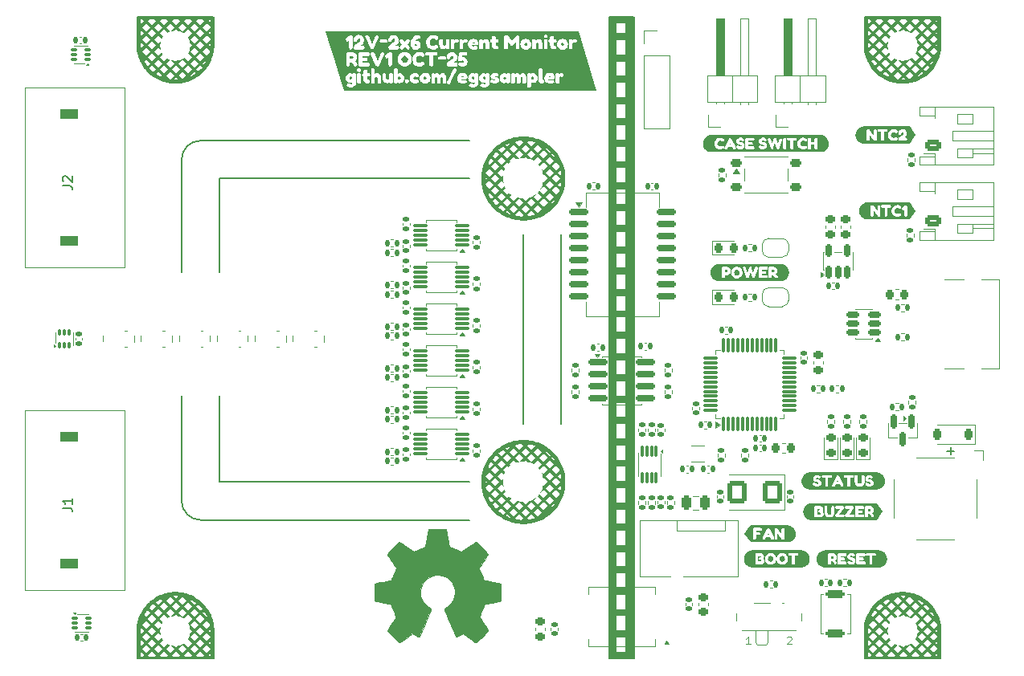
<source format=gbr>
%TF.GenerationSoftware,KiCad,Pcbnew,9.0.5*%
%TF.CreationDate,2025-10-16T19:16:22+10:00*%
%TF.ProjectId,12v-2x6,3132762d-3278-4362-9e6b-696361645f70,1*%
%TF.SameCoordinates,Original*%
%TF.FileFunction,Legend,Top*%
%TF.FilePolarity,Positive*%
%FSLAX46Y46*%
G04 Gerber Fmt 4.6, Leading zero omitted, Abs format (unit mm)*
G04 Created by KiCad (PCBNEW 9.0.5) date 2025-10-16 19:16:22*
%MOMM*%
%LPD*%
G01*
G04 APERTURE LIST*
G04 Aperture macros list*
%AMRoundRect*
0 Rectangle with rounded corners*
0 $1 Rounding radius*
0 $2 $3 $4 $5 $6 $7 $8 $9 X,Y pos of 4 corners*
0 Add a 4 corners polygon primitive as box body*
4,1,4,$2,$3,$4,$5,$6,$7,$8,$9,$2,$3,0*
0 Add four circle primitives for the rounded corners*
1,1,$1+$1,$2,$3*
1,1,$1+$1,$4,$5*
1,1,$1+$1,$6,$7*
1,1,$1+$1,$8,$9*
0 Add four rect primitives between the rounded corners*
20,1,$1+$1,$2,$3,$4,$5,0*
20,1,$1+$1,$4,$5,$6,$7,0*
20,1,$1+$1,$6,$7,$8,$9,0*
20,1,$1+$1,$8,$9,$2,$3,0*%
%AMFreePoly0*
4,1,23,0.500000,-0.750000,0.000000,-0.750000,0.000000,-0.745722,-0.065263,-0.745722,-0.191342,-0.711940,-0.304381,-0.646677,-0.396677,-0.554381,-0.461940,-0.441342,-0.495722,-0.315263,-0.495722,-0.250000,-0.500000,-0.250000,-0.500000,0.250000,-0.495722,0.250000,-0.495722,0.315263,-0.461940,0.441342,-0.396677,0.554381,-0.304381,0.646677,-0.191342,0.711940,-0.065263,0.745722,0.000000,0.745722,
0.000000,0.750000,0.500000,0.750000,0.500000,-0.750000,0.500000,-0.750000,$1*%
%AMFreePoly1*
4,1,23,0.000000,0.745722,0.065263,0.745722,0.191342,0.711940,0.304381,0.646677,0.396677,0.554381,0.461940,0.441342,0.495722,0.315263,0.495722,0.250000,0.500000,0.250000,0.500000,-0.250000,0.495722,-0.250000,0.495722,-0.315263,0.461940,-0.441342,0.396677,-0.554381,0.304381,-0.646677,0.191342,-0.711940,0.065263,-0.745722,0.000000,-0.745722,0.000000,-0.750000,-0.500000,-0.750000,
-0.500000,0.750000,0.000000,0.750000,0.000000,0.745722,0.000000,0.745722,$1*%
G04 Aperture macros list end*
%ADD10C,0.200000*%
%ADD11C,0.100000*%
%ADD12C,0.150000*%
%ADD13C,0.120000*%
%ADD14C,0.010000*%
%ADD15C,0.000000*%
%ADD16RoundRect,0.135000X-0.185000X0.135000X-0.185000X-0.135000X0.185000X-0.135000X0.185000X0.135000X0*%
%ADD17RoundRect,0.140000X0.170000X-0.140000X0.170000X0.140000X-0.170000X0.140000X-0.170000X-0.140000X0*%
%ADD18RoundRect,0.135000X-0.135000X-0.185000X0.135000X-0.185000X0.135000X0.185000X-0.135000X0.185000X0*%
%ADD19RoundRect,0.140000X0.140000X0.170000X-0.140000X0.170000X-0.140000X-0.170000X0.140000X-0.170000X0*%
%ADD20RoundRect,0.140000X-0.170000X0.140000X-0.170000X-0.140000X0.170000X-0.140000X0.170000X0.140000X0*%
%ADD21RoundRect,0.250000X0.625000X-0.350000X0.625000X0.350000X-0.625000X0.350000X-0.625000X-0.350000X0*%
%ADD22O,1.750000X1.200000*%
%ADD23RoundRect,0.075000X0.650000X0.075000X-0.650000X0.075000X-0.650000X-0.075000X0.650000X-0.075000X0*%
%ADD24RoundRect,0.225000X0.250000X-0.225000X0.250000X0.225000X-0.250000X0.225000X-0.250000X-0.225000X0*%
%ADD25RoundRect,0.225000X0.225000X0.375000X-0.225000X0.375000X-0.225000X-0.375000X0.225000X-0.375000X0*%
%ADD26RoundRect,0.087500X-0.250000X-0.087500X0.250000X-0.087500X0.250000X0.087500X-0.250000X0.087500X0*%
%ADD27R,2.287000X1.010000*%
%ADD28R,0.762000X1.010000*%
%ADD29C,3.200000*%
%ADD30C,1.100000*%
%ADD31R,1.730000X2.030000*%
%ADD32O,1.730000X2.030000*%
%ADD33FreePoly0,180.000000*%
%ADD34FreePoly1,180.000000*%
%ADD35RoundRect,0.150000X0.150000X-0.512500X0.150000X0.512500X-0.150000X0.512500X-0.150000X-0.512500X0*%
%ADD36RoundRect,0.150000X-0.825000X-0.150000X0.825000X-0.150000X0.825000X0.150000X-0.825000X0.150000X0*%
%ADD37RoundRect,0.218750X-0.218750X-0.256250X0.218750X-0.256250X0.218750X0.256250X-0.218750X0.256250X0*%
%ADD38RoundRect,0.135000X0.185000X-0.135000X0.185000X0.135000X-0.185000X0.135000X-0.185000X-0.135000X0*%
%ADD39RoundRect,0.087500X0.087500X-0.250000X0.087500X0.250000X-0.087500X0.250000X-0.087500X-0.250000X0*%
%ADD40RoundRect,0.140000X-0.140000X-0.170000X0.140000X-0.170000X0.140000X0.170000X-0.140000X0.170000X0*%
%ADD41R,1.000000X1.800000*%
%ADD42RoundRect,0.218750X0.256250X-0.218750X0.256250X0.218750X-0.256250X0.218750X-0.256250X-0.218750X0*%
%ADD43R,1.700000X1.700000*%
%ADD44C,1.700000*%
%ADD45RoundRect,0.087500X-0.087500X0.537500X-0.087500X-0.537500X0.087500X-0.537500X0.087500X0.537500X0*%
%ADD46RoundRect,0.200000X0.800000X-0.200000X0.800000X0.200000X-0.800000X0.200000X-0.800000X-0.200000X0*%
%ADD47RoundRect,0.200000X-0.400000X-0.200000X0.400000X-0.200000X0.400000X0.200000X-0.400000X0.200000X0*%
%ADD48C,1.520000*%
%ADD49RoundRect,0.510000X-0.890000X0.000010X-0.890000X-0.000010X0.890000X-0.000010X0.890000X0.000010X0*%
%ADD50RoundRect,0.150000X-0.150000X0.587500X-0.150000X-0.587500X0.150000X-0.587500X0.150000X0.587500X0*%
%ADD51C,4.300000*%
%ADD52RoundRect,0.150000X-0.875000X-0.150000X0.875000X-0.150000X0.875000X0.150000X-0.875000X0.150000X0*%
%ADD53RoundRect,0.135000X0.135000X0.185000X-0.135000X0.185000X-0.135000X-0.185000X0.135000X-0.185000X0*%
%ADD54R,2.500000X2.500000*%
%ADD55RoundRect,0.150000X0.512500X0.150000X-0.512500X0.150000X-0.512500X-0.150000X0.512500X-0.150000X0*%
%ADD56R,1.000000X0.800000*%
%ADD57C,0.900000*%
%ADD58R,0.700000X1.500000*%
%ADD59RoundRect,0.250000X-0.250000X-0.475000X0.250000X-0.475000X0.250000X0.475000X-0.250000X0.475000X0*%
%ADD60R,1.905000X0.640000*%
%ADD61RoundRect,0.225000X-0.250000X0.225000X-0.250000X-0.225000X0.250000X-0.225000X0.250000X0.225000X0*%
%ADD62RoundRect,0.218750X0.218750X0.256250X-0.218750X0.256250X-0.218750X-0.256250X0.218750X-0.256250X0*%
%ADD63RoundRect,0.075000X0.075000X-0.662500X0.075000X0.662500X-0.075000X0.662500X-0.075000X-0.662500X0*%
%ADD64RoundRect,0.075000X0.662500X-0.075000X0.662500X0.075000X-0.662500X0.075000X-0.662500X-0.075000X0*%
%ADD65RoundRect,0.250000X0.750000X0.950000X-0.750000X0.950000X-0.750000X-0.950000X0.750000X-0.950000X0*%
%ADD66RoundRect,0.087500X0.250000X0.087500X-0.250000X0.087500X-0.250000X-0.087500X0.250000X-0.087500X0*%
%ADD67C,0.650000*%
%ADD68R,1.450000X0.600000*%
%ADD69R,1.450000X0.300000*%
%ADD70O,2.100000X1.000000*%
%ADD71O,1.600000X1.000000*%
G04 APERTURE END LIST*
D10*
X66650000Y-83100000D02*
X93000000Y-83100000D01*
X62650000Y-61000000D02*
X62650000Y-49100000D01*
X66650000Y-74000000D02*
X66650000Y-83100000D01*
X64650000Y-87100000D02*
G75*
G02*
X62650000Y-85100000I0J2000000D01*
G01*
X98650000Y-77000000D02*
X98650000Y-57000000D01*
X62650000Y-49100000D02*
G75*
G02*
X64650000Y-47100000I2000000J0D01*
G01*
X62650000Y-85100000D02*
X62650000Y-74000000D01*
X64650000Y-47100000D02*
X93000000Y-47100000D01*
X66650000Y-51100000D02*
X66650000Y-61000000D01*
X93000000Y-51100000D02*
X66650000Y-51100000D01*
X93000000Y-87100000D02*
X64650000Y-87100000D01*
X102650000Y-57000000D02*
X102650000Y-77000000D01*
D11*
X122581829Y-100196895D02*
X122124686Y-100196895D01*
X122353258Y-100196895D02*
X122353258Y-99396895D01*
X122353258Y-99396895D02*
X122277067Y-99511180D01*
X122277067Y-99511180D02*
X122200877Y-99587371D01*
X122200877Y-99587371D02*
X122124686Y-99625466D01*
X126418169Y-99473085D02*
X126456265Y-99434990D01*
X126456265Y-99434990D02*
X126532455Y-99396895D01*
X126532455Y-99396895D02*
X126722931Y-99396895D01*
X126722931Y-99396895D02*
X126799122Y-99434990D01*
X126799122Y-99434990D02*
X126837217Y-99473085D01*
X126837217Y-99473085D02*
X126875312Y-99549276D01*
X126875312Y-99549276D02*
X126875312Y-99625466D01*
X126875312Y-99625466D02*
X126837217Y-99739752D01*
X126837217Y-99739752D02*
X126380074Y-100196895D01*
X126380074Y-100196895D02*
X126875312Y-100196895D01*
D12*
X50104819Y-51833333D02*
X50819104Y-51833333D01*
X50819104Y-51833333D02*
X50961961Y-51880952D01*
X50961961Y-51880952D02*
X51057200Y-51976190D01*
X51057200Y-51976190D02*
X51104819Y-52119047D01*
X51104819Y-52119047D02*
X51104819Y-52214285D01*
X50200057Y-51404761D02*
X50152438Y-51357142D01*
X50152438Y-51357142D02*
X50104819Y-51261904D01*
X50104819Y-51261904D02*
X50104819Y-51023809D01*
X50104819Y-51023809D02*
X50152438Y-50928571D01*
X50152438Y-50928571D02*
X50200057Y-50880952D01*
X50200057Y-50880952D02*
X50295295Y-50833333D01*
X50295295Y-50833333D02*
X50390533Y-50833333D01*
X50390533Y-50833333D02*
X50533390Y-50880952D01*
X50533390Y-50880952D02*
X51104819Y-51452380D01*
X51104819Y-51452380D02*
X51104819Y-50833333D01*
X143269048Y-79823866D02*
X144030953Y-79823866D01*
X143650000Y-80204819D02*
X143650000Y-79442914D01*
X50104819Y-85833333D02*
X50819104Y-85833333D01*
X50819104Y-85833333D02*
X50961961Y-85880952D01*
X50961961Y-85880952D02*
X51057200Y-85976190D01*
X51057200Y-85976190D02*
X51104819Y-86119047D01*
X51104819Y-86119047D02*
X51104819Y-86214285D01*
X51104819Y-84833333D02*
X51104819Y-85404761D01*
X51104819Y-85119047D02*
X50104819Y-85119047D01*
X50104819Y-85119047D02*
X50247676Y-85214285D01*
X50247676Y-85214285D02*
X50342914Y-85309523D01*
X50342914Y-85309523D02*
X50390533Y-85404761D01*
D13*
%TO.C,R13*%
X93320000Y-75246359D02*
X93320000Y-75553641D01*
X94080000Y-75246359D02*
X94080000Y-75553641D01*
D14*
%TO.C,SYM1*%
X90719803Y-89000640D02*
X90888676Y-89896427D01*
X91511796Y-90153298D01*
X92134916Y-90410168D01*
X92882453Y-89901849D01*
X93091802Y-89760316D01*
X93281043Y-89633945D01*
X93441343Y-89528507D01*
X93563874Y-89449770D01*
X93639802Y-89403505D01*
X93660480Y-89393529D01*
X93697731Y-89419186D01*
X93777332Y-89490115D01*
X93890361Y-89597257D01*
X94027895Y-89731550D01*
X94181012Y-89883934D01*
X94340789Y-90045347D01*
X94498305Y-90206730D01*
X94644637Y-90359022D01*
X94770863Y-90493162D01*
X94868060Y-90600089D01*
X94927307Y-90670742D01*
X94941471Y-90694388D01*
X94921087Y-90737979D01*
X94863941Y-90833481D01*
X94776041Y-90971550D01*
X94663396Y-91142845D01*
X94532013Y-91338025D01*
X94455882Y-91449352D01*
X94317118Y-91652633D01*
X94193811Y-91836073D01*
X94091945Y-91990542D01*
X94017501Y-92106909D01*
X93976461Y-92176042D01*
X93970294Y-92190570D01*
X93984274Y-92231860D01*
X94022382Y-92328092D01*
X94078867Y-92465734D01*
X94147980Y-92631258D01*
X94223970Y-92811132D01*
X94301089Y-92991828D01*
X94373585Y-93159814D01*
X94435709Y-93301560D01*
X94481712Y-93403537D01*
X94505843Y-93452214D01*
X94507267Y-93454130D01*
X94545158Y-93463425D01*
X94646069Y-93484160D01*
X94799540Y-93514298D01*
X94995112Y-93551801D01*
X95222325Y-93594629D01*
X95354891Y-93619326D01*
X95597679Y-93665553D01*
X95816974Y-93709540D01*
X96001681Y-93748881D01*
X96140705Y-93781169D01*
X96222952Y-93803997D01*
X96239485Y-93811240D01*
X96255678Y-93860261D01*
X96268744Y-93970977D01*
X96278691Y-94130438D01*
X96285528Y-94325700D01*
X96289264Y-94543814D01*
X96289907Y-94771835D01*
X96287468Y-94996815D01*
X96281953Y-95205809D01*
X96273374Y-95385868D01*
X96261737Y-95524047D01*
X96247052Y-95607398D01*
X96238245Y-95624750D01*
X96185599Y-95645548D01*
X96074043Y-95675282D01*
X95918335Y-95710459D01*
X95733229Y-95747586D01*
X95668613Y-95759597D01*
X95357071Y-95816662D01*
X95110976Y-95862618D01*
X94922195Y-95899293D01*
X94782598Y-95928513D01*
X94684052Y-95952104D01*
X94618426Y-95971892D01*
X94577589Y-95989706D01*
X94553409Y-96007370D01*
X94550026Y-96010861D01*
X94516255Y-96067100D01*
X94464737Y-96176547D01*
X94400617Y-96325800D01*
X94329039Y-96501459D01*
X94255146Y-96690121D01*
X94184083Y-96878385D01*
X94120993Y-97052848D01*
X94071021Y-97200108D01*
X94039312Y-97306764D01*
X94031008Y-97359413D01*
X94031700Y-97361257D01*
X94059836Y-97404292D01*
X94123665Y-97498978D01*
X94216480Y-97635460D01*
X94331573Y-97803882D01*
X94462237Y-97994390D01*
X94499448Y-98048529D01*
X94632129Y-98244804D01*
X94748883Y-98423886D01*
X94843349Y-98575492D01*
X94909168Y-98689338D01*
X94939978Y-98755141D01*
X94941471Y-98763225D01*
X94915584Y-98805715D01*
X94844054Y-98889891D01*
X94736076Y-99006705D01*
X94600846Y-99147110D01*
X94447558Y-99302061D01*
X94285409Y-99462509D01*
X94123593Y-99619409D01*
X93971306Y-99763713D01*
X93837743Y-99886376D01*
X93732100Y-99978350D01*
X93663572Y-100030589D01*
X93644614Y-100039118D01*
X93600487Y-100019029D01*
X93510142Y-99964849D01*
X93388295Y-99885704D01*
X93294546Y-99822001D01*
X93124678Y-99705110D01*
X92923512Y-99567476D01*
X92721733Y-99430063D01*
X92613250Y-99356519D01*
X92246058Y-99108155D01*
X91937826Y-99274813D01*
X91797404Y-99347822D01*
X91677996Y-99404571D01*
X91597202Y-99436937D01*
X91576636Y-99441441D01*
X91551906Y-99408189D01*
X91503118Y-99314224D01*
X91433913Y-99168213D01*
X91347935Y-98978824D01*
X91248824Y-98754724D01*
X91140224Y-98504581D01*
X91025775Y-98237063D01*
X90909120Y-97960836D01*
X90793901Y-97684568D01*
X90683760Y-97416927D01*
X90582339Y-97166580D01*
X90493280Y-96942195D01*
X90420225Y-96752439D01*
X90366816Y-96605980D01*
X90336695Y-96511485D01*
X90331851Y-96479031D01*
X90370245Y-96437636D01*
X90454308Y-96370438D01*
X90566467Y-96291400D01*
X90575881Y-96285147D01*
X90865768Y-96053103D01*
X91099512Y-95782386D01*
X91275087Y-95481653D01*
X91390469Y-95159561D01*
X91443630Y-94824765D01*
X91432547Y-94485922D01*
X91355192Y-94151688D01*
X91209540Y-93830719D01*
X91166688Y-93760495D01*
X90943802Y-93476927D01*
X90680491Y-93249218D01*
X90385865Y-93078551D01*
X90069041Y-92966112D01*
X89739130Y-92913083D01*
X89405246Y-92920651D01*
X89076503Y-92989998D01*
X88762014Y-93122309D01*
X88470893Y-93318768D01*
X88380840Y-93398506D01*
X88151653Y-93648108D01*
X87984646Y-93910868D01*
X87870085Y-94205399D01*
X87806281Y-94497075D01*
X87790530Y-94825012D01*
X87843051Y-95154577D01*
X87958510Y-95474630D01*
X88131571Y-95774032D01*
X88356899Y-96041643D01*
X88629160Y-96266325D01*
X88664942Y-96290008D01*
X88778302Y-96367568D01*
X88864478Y-96434768D01*
X88905677Y-96477675D01*
X88906276Y-96479031D01*
X88897431Y-96525446D01*
X88862369Y-96630786D01*
X88804733Y-96786388D01*
X88728166Y-96983584D01*
X88636314Y-97213710D01*
X88532817Y-97468101D01*
X88421321Y-97738090D01*
X88305468Y-98015012D01*
X88188903Y-98290201D01*
X88075267Y-98554993D01*
X87968206Y-98800721D01*
X87871362Y-99018721D01*
X87788379Y-99200326D01*
X87722901Y-99336871D01*
X87678569Y-99419690D01*
X87660717Y-99441441D01*
X87606166Y-99424504D01*
X87504095Y-99379077D01*
X87372105Y-99313280D01*
X87299526Y-99274813D01*
X86991295Y-99108155D01*
X86624103Y-99356519D01*
X86436660Y-99483754D01*
X86231443Y-99623773D01*
X86039133Y-99755612D01*
X85942807Y-99822001D01*
X85807327Y-99912976D01*
X85692607Y-99985071D01*
X85613612Y-100029154D01*
X85587954Y-100038473D01*
X85550609Y-100013334D01*
X85467958Y-99943154D01*
X85348015Y-99835220D01*
X85198791Y-99696818D01*
X85028301Y-99535235D01*
X84920474Y-99431488D01*
X84731828Y-99246135D01*
X84568795Y-99080351D01*
X84437968Y-98941227D01*
X84345935Y-98835856D01*
X84299287Y-98771329D01*
X84294812Y-98758234D01*
X84315580Y-98708425D01*
X84372969Y-98607713D01*
X84460613Y-98466295D01*
X84572146Y-98294367D01*
X84701203Y-98102124D01*
X84737904Y-98048529D01*
X84871632Y-97853733D01*
X84991607Y-97678353D01*
X85091121Y-97532243D01*
X85163467Y-97425258D01*
X85201936Y-97367255D01*
X85205653Y-97361257D01*
X85200095Y-97315032D01*
X85170593Y-97213398D01*
X85122291Y-97069758D01*
X85060333Y-96897514D01*
X84989863Y-96710066D01*
X84916025Y-96520818D01*
X84843963Y-96343171D01*
X84778822Y-96190527D01*
X84725745Y-96076288D01*
X84689877Y-96013856D01*
X84687327Y-96010861D01*
X84665394Y-95993019D01*
X84628348Y-95975374D01*
X84568059Y-95956101D01*
X84476396Y-95933374D01*
X84345226Y-95905364D01*
X84166418Y-95870247D01*
X83931842Y-95826195D01*
X83633365Y-95771382D01*
X83568740Y-95759597D01*
X83377206Y-95722591D01*
X83210231Y-95686389D01*
X83082568Y-95654485D01*
X83008976Y-95630372D01*
X82999108Y-95624750D01*
X82982847Y-95574910D01*
X82969630Y-95463532D01*
X82959464Y-95303563D01*
X82952360Y-95107950D01*
X82948326Y-94889640D01*
X82947370Y-94661579D01*
X82949502Y-94436714D01*
X82954731Y-94227991D01*
X82963065Y-94048358D01*
X82974513Y-93910762D01*
X82989084Y-93828148D01*
X82997868Y-93811240D01*
X83046770Y-93794184D01*
X83158127Y-93766436D01*
X83320844Y-93730403D01*
X83523826Y-93688493D01*
X83755979Y-93643111D01*
X83882462Y-93619326D01*
X84122445Y-93574465D01*
X84336451Y-93533825D01*
X84514022Y-93499446D01*
X84644698Y-93473365D01*
X84718018Y-93457621D01*
X84730085Y-93454130D01*
X84750481Y-93414779D01*
X84793594Y-93319993D01*
X84853679Y-93183315D01*
X84924987Y-93018286D01*
X85001773Y-92838447D01*
X85078290Y-92657340D01*
X85148790Y-92488507D01*
X85207527Y-92345488D01*
X85248754Y-92241826D01*
X85266724Y-92191061D01*
X85267059Y-92188842D01*
X85246687Y-92148796D01*
X85189573Y-92056639D01*
X85101721Y-91921533D01*
X84989133Y-91752635D01*
X84857811Y-91559105D01*
X84781471Y-91447941D01*
X84642364Y-91244116D01*
X84518812Y-91059063D01*
X84416842Y-90902146D01*
X84342483Y-90782724D01*
X84301763Y-90710160D01*
X84295882Y-90693893D01*
X84321163Y-90656030D01*
X84391052Y-90575186D01*
X84496623Y-90460419D01*
X84628948Y-90320785D01*
X84779099Y-90165342D01*
X84938148Y-90003146D01*
X85097167Y-89843254D01*
X85247229Y-89694724D01*
X85379406Y-89566613D01*
X85484770Y-89467977D01*
X85554393Y-89407873D01*
X85577685Y-89393529D01*
X85615610Y-89413699D01*
X85706317Y-89470363D01*
X85840989Y-89557753D01*
X86010805Y-89670100D01*
X86206946Y-89801638D01*
X86354900Y-89901849D01*
X87102436Y-90410168D01*
X87725556Y-90153298D01*
X88348676Y-89896427D01*
X88686424Y-88104853D01*
X90550929Y-88104853D01*
X90719803Y-89000640D01*
G36*
X90719803Y-89000640D02*
G01*
X90888676Y-89896427D01*
X91511796Y-90153298D01*
X92134916Y-90410168D01*
X92882453Y-89901849D01*
X93091802Y-89760316D01*
X93281043Y-89633945D01*
X93441343Y-89528507D01*
X93563874Y-89449770D01*
X93639802Y-89403505D01*
X93660480Y-89393529D01*
X93697731Y-89419186D01*
X93777332Y-89490115D01*
X93890361Y-89597257D01*
X94027895Y-89731550D01*
X94181012Y-89883934D01*
X94340789Y-90045347D01*
X94498305Y-90206730D01*
X94644637Y-90359022D01*
X94770863Y-90493162D01*
X94868060Y-90600089D01*
X94927307Y-90670742D01*
X94941471Y-90694388D01*
X94921087Y-90737979D01*
X94863941Y-90833481D01*
X94776041Y-90971550D01*
X94663396Y-91142845D01*
X94532013Y-91338025D01*
X94455882Y-91449352D01*
X94317118Y-91652633D01*
X94193811Y-91836073D01*
X94091945Y-91990542D01*
X94017501Y-92106909D01*
X93976461Y-92176042D01*
X93970294Y-92190570D01*
X93984274Y-92231860D01*
X94022382Y-92328092D01*
X94078867Y-92465734D01*
X94147980Y-92631258D01*
X94223970Y-92811132D01*
X94301089Y-92991828D01*
X94373585Y-93159814D01*
X94435709Y-93301560D01*
X94481712Y-93403537D01*
X94505843Y-93452214D01*
X94507267Y-93454130D01*
X94545158Y-93463425D01*
X94646069Y-93484160D01*
X94799540Y-93514298D01*
X94995112Y-93551801D01*
X95222325Y-93594629D01*
X95354891Y-93619326D01*
X95597679Y-93665553D01*
X95816974Y-93709540D01*
X96001681Y-93748881D01*
X96140705Y-93781169D01*
X96222952Y-93803997D01*
X96239485Y-93811240D01*
X96255678Y-93860261D01*
X96268744Y-93970977D01*
X96278691Y-94130438D01*
X96285528Y-94325700D01*
X96289264Y-94543814D01*
X96289907Y-94771835D01*
X96287468Y-94996815D01*
X96281953Y-95205809D01*
X96273374Y-95385868D01*
X96261737Y-95524047D01*
X96247052Y-95607398D01*
X96238245Y-95624750D01*
X96185599Y-95645548D01*
X96074043Y-95675282D01*
X95918335Y-95710459D01*
X95733229Y-95747586D01*
X95668613Y-95759597D01*
X95357071Y-95816662D01*
X95110976Y-95862618D01*
X94922195Y-95899293D01*
X94782598Y-95928513D01*
X94684052Y-95952104D01*
X94618426Y-95971892D01*
X94577589Y-95989706D01*
X94553409Y-96007370D01*
X94550026Y-96010861D01*
X94516255Y-96067100D01*
X94464737Y-96176547D01*
X94400617Y-96325800D01*
X94329039Y-96501459D01*
X94255146Y-96690121D01*
X94184083Y-96878385D01*
X94120993Y-97052848D01*
X94071021Y-97200108D01*
X94039312Y-97306764D01*
X94031008Y-97359413D01*
X94031700Y-97361257D01*
X94059836Y-97404292D01*
X94123665Y-97498978D01*
X94216480Y-97635460D01*
X94331573Y-97803882D01*
X94462237Y-97994390D01*
X94499448Y-98048529D01*
X94632129Y-98244804D01*
X94748883Y-98423886D01*
X94843349Y-98575492D01*
X94909168Y-98689338D01*
X94939978Y-98755141D01*
X94941471Y-98763225D01*
X94915584Y-98805715D01*
X94844054Y-98889891D01*
X94736076Y-99006705D01*
X94600846Y-99147110D01*
X94447558Y-99302061D01*
X94285409Y-99462509D01*
X94123593Y-99619409D01*
X93971306Y-99763713D01*
X93837743Y-99886376D01*
X93732100Y-99978350D01*
X93663572Y-100030589D01*
X93644614Y-100039118D01*
X93600487Y-100019029D01*
X93510142Y-99964849D01*
X93388295Y-99885704D01*
X93294546Y-99822001D01*
X93124678Y-99705110D01*
X92923512Y-99567476D01*
X92721733Y-99430063D01*
X92613250Y-99356519D01*
X92246058Y-99108155D01*
X91937826Y-99274813D01*
X91797404Y-99347822D01*
X91677996Y-99404571D01*
X91597202Y-99436937D01*
X91576636Y-99441441D01*
X91551906Y-99408189D01*
X91503118Y-99314224D01*
X91433913Y-99168213D01*
X91347935Y-98978824D01*
X91248824Y-98754724D01*
X91140224Y-98504581D01*
X91025775Y-98237063D01*
X90909120Y-97960836D01*
X90793901Y-97684568D01*
X90683760Y-97416927D01*
X90582339Y-97166580D01*
X90493280Y-96942195D01*
X90420225Y-96752439D01*
X90366816Y-96605980D01*
X90336695Y-96511485D01*
X90331851Y-96479031D01*
X90370245Y-96437636D01*
X90454308Y-96370438D01*
X90566467Y-96291400D01*
X90575881Y-96285147D01*
X90865768Y-96053103D01*
X91099512Y-95782386D01*
X91275087Y-95481653D01*
X91390469Y-95159561D01*
X91443630Y-94824765D01*
X91432547Y-94485922D01*
X91355192Y-94151688D01*
X91209540Y-93830719D01*
X91166688Y-93760495D01*
X90943802Y-93476927D01*
X90680491Y-93249218D01*
X90385865Y-93078551D01*
X90069041Y-92966112D01*
X89739130Y-92913083D01*
X89405246Y-92920651D01*
X89076503Y-92989998D01*
X88762014Y-93122309D01*
X88470893Y-93318768D01*
X88380840Y-93398506D01*
X88151653Y-93648108D01*
X87984646Y-93910868D01*
X87870085Y-94205399D01*
X87806281Y-94497075D01*
X87790530Y-94825012D01*
X87843051Y-95154577D01*
X87958510Y-95474630D01*
X88131571Y-95774032D01*
X88356899Y-96041643D01*
X88629160Y-96266325D01*
X88664942Y-96290008D01*
X88778302Y-96367568D01*
X88864478Y-96434768D01*
X88905677Y-96477675D01*
X88906276Y-96479031D01*
X88897431Y-96525446D01*
X88862369Y-96630786D01*
X88804733Y-96786388D01*
X88728166Y-96983584D01*
X88636314Y-97213710D01*
X88532817Y-97468101D01*
X88421321Y-97738090D01*
X88305468Y-98015012D01*
X88188903Y-98290201D01*
X88075267Y-98554993D01*
X87968206Y-98800721D01*
X87871362Y-99018721D01*
X87788379Y-99200326D01*
X87722901Y-99336871D01*
X87678569Y-99419690D01*
X87660717Y-99441441D01*
X87606166Y-99424504D01*
X87504095Y-99379077D01*
X87372105Y-99313280D01*
X87299526Y-99274813D01*
X86991295Y-99108155D01*
X86624103Y-99356519D01*
X86436660Y-99483754D01*
X86231443Y-99623773D01*
X86039133Y-99755612D01*
X85942807Y-99822001D01*
X85807327Y-99912976D01*
X85692607Y-99985071D01*
X85613612Y-100029154D01*
X85587954Y-100038473D01*
X85550609Y-100013334D01*
X85467958Y-99943154D01*
X85348015Y-99835220D01*
X85198791Y-99696818D01*
X85028301Y-99535235D01*
X84920474Y-99431488D01*
X84731828Y-99246135D01*
X84568795Y-99080351D01*
X84437968Y-98941227D01*
X84345935Y-98835856D01*
X84299287Y-98771329D01*
X84294812Y-98758234D01*
X84315580Y-98708425D01*
X84372969Y-98607713D01*
X84460613Y-98466295D01*
X84572146Y-98294367D01*
X84701203Y-98102124D01*
X84737904Y-98048529D01*
X84871632Y-97853733D01*
X84991607Y-97678353D01*
X85091121Y-97532243D01*
X85163467Y-97425258D01*
X85201936Y-97367255D01*
X85205653Y-97361257D01*
X85200095Y-97315032D01*
X85170593Y-97213398D01*
X85122291Y-97069758D01*
X85060333Y-96897514D01*
X84989863Y-96710066D01*
X84916025Y-96520818D01*
X84843963Y-96343171D01*
X84778822Y-96190527D01*
X84725745Y-96076288D01*
X84689877Y-96013856D01*
X84687327Y-96010861D01*
X84665394Y-95993019D01*
X84628348Y-95975374D01*
X84568059Y-95956101D01*
X84476396Y-95933374D01*
X84345226Y-95905364D01*
X84166418Y-95870247D01*
X83931842Y-95826195D01*
X83633365Y-95771382D01*
X83568740Y-95759597D01*
X83377206Y-95722591D01*
X83210231Y-95686389D01*
X83082568Y-95654485D01*
X83008976Y-95630372D01*
X82999108Y-95624750D01*
X82982847Y-95574910D01*
X82969630Y-95463532D01*
X82959464Y-95303563D01*
X82952360Y-95107950D01*
X82948326Y-94889640D01*
X82947370Y-94661579D01*
X82949502Y-94436714D01*
X82954731Y-94227991D01*
X82963065Y-94048358D01*
X82974513Y-93910762D01*
X82989084Y-93828148D01*
X82997868Y-93811240D01*
X83046770Y-93794184D01*
X83158127Y-93766436D01*
X83320844Y-93730403D01*
X83523826Y-93688493D01*
X83755979Y-93643111D01*
X83882462Y-93619326D01*
X84122445Y-93574465D01*
X84336451Y-93533825D01*
X84514022Y-93499446D01*
X84644698Y-93473365D01*
X84718018Y-93457621D01*
X84730085Y-93454130D01*
X84750481Y-93414779D01*
X84793594Y-93319993D01*
X84853679Y-93183315D01*
X84924987Y-93018286D01*
X85001773Y-92838447D01*
X85078290Y-92657340D01*
X85148790Y-92488507D01*
X85207527Y-92345488D01*
X85248754Y-92241826D01*
X85266724Y-92191061D01*
X85267059Y-92188842D01*
X85246687Y-92148796D01*
X85189573Y-92056639D01*
X85101721Y-91921533D01*
X84989133Y-91752635D01*
X84857811Y-91559105D01*
X84781471Y-91447941D01*
X84642364Y-91244116D01*
X84518812Y-91059063D01*
X84416842Y-90902146D01*
X84342483Y-90782724D01*
X84301763Y-90710160D01*
X84295882Y-90693893D01*
X84321163Y-90656030D01*
X84391052Y-90575186D01*
X84496623Y-90460419D01*
X84628948Y-90320785D01*
X84779099Y-90165342D01*
X84938148Y-90003146D01*
X85097167Y-89843254D01*
X85247229Y-89694724D01*
X85379406Y-89566613D01*
X85484770Y-89467977D01*
X85554393Y-89407873D01*
X85577685Y-89393529D01*
X85615610Y-89413699D01*
X85706317Y-89470363D01*
X85840989Y-89557753D01*
X86010805Y-89670100D01*
X86206946Y-89801638D01*
X86354900Y-89901849D01*
X87102436Y-90410168D01*
X87725556Y-90153298D01*
X88348676Y-89896427D01*
X88686424Y-88104853D01*
X90550929Y-88104853D01*
X90719803Y-89000640D01*
G37*
D13*
%TO.C,R34*%
X132348035Y-76566098D02*
X132348035Y-76873380D01*
X133108035Y-76566098D02*
X133108035Y-76873380D01*
%TO.C,C27*%
X101540000Y-98707836D02*
X101540000Y-98492164D01*
X102260000Y-98707836D02*
X102260000Y-98492164D01*
%TO.C,R14*%
X84646359Y-71720000D02*
X84953641Y-71720000D01*
X84646359Y-72480000D02*
X84953641Y-72480000D01*
%TO.C,C20*%
X130607836Y-93340000D02*
X130392164Y-93340000D01*
X130607836Y-94060000D02*
X130392164Y-94060000D01*
%TO.C,C40*%
X51440000Y-67892164D02*
X51440000Y-68107836D01*
X52160000Y-67892164D02*
X52160000Y-68107836D01*
%TO.C,J7*%
X140390000Y-43540000D02*
X140390000Y-44460000D01*
X140390000Y-44460000D02*
X141990000Y-44460000D01*
X140390000Y-48740000D02*
X140390000Y-49660000D01*
X140390000Y-49660000D02*
X148210000Y-49660000D01*
X141990000Y-43540000D02*
X141990000Y-44460000D01*
X141990000Y-44460000D02*
X141990000Y-44740000D01*
X141990000Y-48460000D02*
X140775000Y-48460000D01*
X141990000Y-48460000D02*
X141990000Y-48740000D01*
X141990000Y-48740000D02*
X140390000Y-48740000D01*
X141990000Y-49660000D02*
X141990000Y-48740000D01*
X143850000Y-46100000D02*
X148210000Y-46100000D01*
X143850000Y-47100000D02*
X143850000Y-46100000D01*
X144350000Y-44300000D02*
X145950000Y-44300000D01*
X144350000Y-45300000D02*
X144350000Y-44300000D01*
X144350000Y-47900000D02*
X144350000Y-48900000D01*
X144350000Y-48900000D02*
X145950000Y-48900000D01*
X145950000Y-44300000D02*
X145950000Y-45300000D01*
X145950000Y-45300000D02*
X144350000Y-45300000D01*
X145950000Y-47900000D02*
X144350000Y-47900000D01*
X145950000Y-47900000D02*
X148210000Y-47900000D01*
X145950000Y-48400000D02*
X148210000Y-48400000D01*
X145950000Y-48900000D02*
X145950000Y-47900000D01*
X148210000Y-43540000D02*
X140390000Y-43540000D01*
X148210000Y-47100000D02*
X143850000Y-47100000D01*
X148210000Y-49660000D02*
X148210000Y-43540000D01*
%TO.C,U4*%
X88390000Y-64290000D02*
X91610000Y-64290000D01*
X88390000Y-64490000D02*
X88390000Y-64290000D01*
X88390000Y-67510000D02*
X88390000Y-67310000D01*
X91610000Y-64290000D02*
X91610000Y-64490000D01*
X91610000Y-67310000D02*
X91610000Y-67510000D01*
X91610000Y-67510000D02*
X88390000Y-67510000D01*
X92440000Y-67640000D02*
X91960000Y-67640000D01*
X92200000Y-67310000D01*
X92440000Y-67640000D01*
G36*
X92440000Y-67640000D02*
G01*
X91960000Y-67640000D01*
X92200000Y-67310000D01*
X92440000Y-67640000D01*
G37*
%TO.C,C5*%
X85940000Y-68992164D02*
X85940000Y-69207836D01*
X86660000Y-68992164D02*
X86660000Y-69207836D01*
%TO.C,C34*%
X132090000Y-56340580D02*
X132090000Y-56059420D01*
X133110000Y-56340580D02*
X133110000Y-56059420D01*
%TO.C,C29*%
X106607836Y-68540000D02*
X106392164Y-68540000D01*
X106607836Y-69260000D02*
X106392164Y-69260000D01*
%TO.C,R42*%
X111770000Y-85096359D02*
X111770000Y-85403641D01*
X112530000Y-85096359D02*
X112530000Y-85403641D01*
D15*
%TO.C,kibuzzard-68974EFC*%
G36*
X124799356Y-90919099D02*
G01*
X124889914Y-90985408D01*
X124951717Y-91083476D01*
X124972318Y-91200858D01*
X124951931Y-91319099D01*
X124890773Y-91416309D01*
X124800000Y-91481330D01*
X124690773Y-91503004D01*
X124584979Y-91480687D01*
X124494206Y-91413734D01*
X124431760Y-91315880D01*
X124410944Y-91200858D01*
X124431545Y-91083476D01*
X124493348Y-90985408D01*
X124584335Y-90919099D01*
X124692489Y-90896996D01*
X124799356Y-90919099D01*
G37*
G36*
X126037124Y-90919099D02*
G01*
X126127682Y-90985408D01*
X126189485Y-91083476D01*
X126210086Y-91200858D01*
X126189700Y-91319099D01*
X126128541Y-91416309D01*
X126037768Y-91481330D01*
X125928541Y-91503004D01*
X125822747Y-91480687D01*
X125731974Y-91413734D01*
X125669528Y-91315880D01*
X125648712Y-91200858D01*
X125669313Y-91083476D01*
X125731116Y-90985408D01*
X125822103Y-90919099D01*
X125930258Y-90896996D01*
X126037124Y-90919099D01*
G37*
G36*
X123671888Y-90922747D02*
G01*
X123689914Y-90975966D01*
X123677897Y-91029185D01*
X123636695Y-91041202D01*
X123616094Y-91041202D01*
X123511373Y-91069528D01*
X123480472Y-91168240D01*
X123509657Y-91270386D01*
X123607511Y-91300429D01*
X123629828Y-91300429D01*
X123701931Y-91316738D01*
X123724249Y-91387983D01*
X123714807Y-91442060D01*
X123689056Y-91471245D01*
X123662446Y-91480687D01*
X123638412Y-91482403D01*
X123392918Y-91482403D01*
X123392918Y-90909013D01*
X123600644Y-90909013D01*
X123671888Y-90922747D01*
G37*
G36*
X127995906Y-90301059D02*
G01*
X128083591Y-90314066D01*
X128169579Y-90335605D01*
X128253042Y-90365468D01*
X128333176Y-90403369D01*
X128409209Y-90448941D01*
X128480409Y-90501747D01*
X128546090Y-90561277D01*
X128605621Y-90626959D01*
X128658426Y-90698159D01*
X128703999Y-90774192D01*
X128741899Y-90854326D01*
X128771763Y-90937789D01*
X128793302Y-91023777D01*
X128806308Y-91111462D01*
X128810658Y-91200000D01*
X128806308Y-91288538D01*
X128793302Y-91376223D01*
X128771763Y-91462211D01*
X128741899Y-91545674D01*
X128703999Y-91625808D01*
X128658426Y-91701841D01*
X128605621Y-91773041D01*
X128546090Y-91838723D01*
X128480409Y-91898253D01*
X128409209Y-91951059D01*
X128333176Y-91996631D01*
X128253042Y-92034532D01*
X128169579Y-92064395D01*
X128083591Y-92085934D01*
X127995906Y-92098941D01*
X127907368Y-92103290D01*
X127621245Y-92103290D01*
X127095923Y-92103290D01*
X125937124Y-92103290D01*
X124699356Y-92103290D01*
X123234979Y-92103290D01*
X123078755Y-92103290D01*
X122792632Y-92103290D01*
X122704094Y-92098941D01*
X122616409Y-92085934D01*
X122530421Y-92064395D01*
X122446958Y-92034532D01*
X122366824Y-91996631D01*
X122290791Y-91951059D01*
X122219591Y-91898253D01*
X122153910Y-91838723D01*
X122094379Y-91773041D01*
X122041574Y-91701841D01*
X121996001Y-91625808D01*
X121958101Y-91545674D01*
X121928237Y-91462211D01*
X121906698Y-91376223D01*
X121893692Y-91288538D01*
X121889342Y-91200000D01*
X121893692Y-91111462D01*
X121906698Y-91023777D01*
X121928237Y-90937789D01*
X121958101Y-90854326D01*
X121996001Y-90774192D01*
X122009858Y-90751073D01*
X123078755Y-90751073D01*
X123078755Y-91636910D01*
X123081330Y-91696996D01*
X123097640Y-91745064D01*
X123145708Y-91784549D01*
X123234979Y-91796567D01*
X123655579Y-91796567D01*
X123754864Y-91783977D01*
X123844421Y-91746209D01*
X123924249Y-91683262D01*
X123986910Y-91602194D01*
X124024964Y-91510062D01*
X124038412Y-91406867D01*
X124015665Y-91275107D01*
X123977538Y-91207725D01*
X124096781Y-91207725D01*
X124107833Y-91329292D01*
X124140987Y-91441631D01*
X124196245Y-91544742D01*
X124273605Y-91638627D01*
X124366524Y-91716738D01*
X124468455Y-91772532D01*
X124579399Y-91806009D01*
X124699356Y-91817167D01*
X124816041Y-91805848D01*
X124924034Y-91771888D01*
X125023337Y-91715290D01*
X125113949Y-91636052D01*
X125189431Y-91540933D01*
X125243348Y-91436695D01*
X125275697Y-91323337D01*
X125285876Y-91207725D01*
X125334549Y-91207725D01*
X125345601Y-91329292D01*
X125378755Y-91441631D01*
X125434013Y-91544742D01*
X125511373Y-91638627D01*
X125604292Y-91716738D01*
X125706223Y-91772532D01*
X125817167Y-91806009D01*
X125937124Y-91817167D01*
X126053809Y-91805848D01*
X126161803Y-91771888D01*
X126261105Y-91715290D01*
X126351717Y-91636052D01*
X126427200Y-91540933D01*
X126481116Y-91436695D01*
X126513466Y-91323337D01*
X126524249Y-91200858D01*
X126513305Y-91076234D01*
X126480472Y-90961588D01*
X126425751Y-90856921D01*
X126349142Y-90762232D01*
X126305748Y-90725322D01*
X126574034Y-90725322D01*
X126584335Y-90802575D01*
X126616953Y-90842918D01*
X126655579Y-90856652D01*
X126704506Y-90859227D01*
X126943133Y-90859227D01*
X126943133Y-91643777D01*
X126945708Y-91701288D01*
X126961159Y-91747639D01*
X127007511Y-91786266D01*
X127095923Y-91798283D01*
X127185193Y-91786266D01*
X127233262Y-91748498D01*
X127249571Y-91703004D01*
X127252146Y-91645494D01*
X127252146Y-90859227D01*
X127489056Y-90859227D01*
X127537983Y-90856652D01*
X127577468Y-90842918D01*
X127610944Y-90802575D01*
X127621245Y-90727039D01*
X127610944Y-90651502D01*
X127578326Y-90611159D01*
X127539700Y-90597425D01*
X127490773Y-90594850D01*
X126706223Y-90594850D01*
X126657296Y-90597425D01*
X126617811Y-90611159D01*
X126584335Y-90650644D01*
X126574034Y-90725322D01*
X126305748Y-90725322D01*
X126256867Y-90683745D01*
X126155150Y-90627682D01*
X126043991Y-90594045D01*
X125923391Y-90582833D01*
X125805258Y-90594206D01*
X125696352Y-90628326D01*
X125596674Y-90685193D01*
X125506223Y-90764807D01*
X125431116Y-90860730D01*
X125377468Y-90966524D01*
X125345279Y-91082189D01*
X125334549Y-91207725D01*
X125285876Y-91207725D01*
X125286481Y-91200858D01*
X125275537Y-91076234D01*
X125242704Y-90961588D01*
X125187983Y-90856921D01*
X125111373Y-90762232D01*
X125019099Y-90683745D01*
X124917382Y-90627682D01*
X124806223Y-90594045D01*
X124685622Y-90582833D01*
X124567489Y-90594206D01*
X124458584Y-90628326D01*
X124358906Y-90685193D01*
X124268455Y-90764807D01*
X124193348Y-90860730D01*
X124139700Y-90966524D01*
X124107511Y-91082189D01*
X124096781Y-91207725D01*
X123977538Y-91207725D01*
X123947425Y-91154506D01*
X123989914Y-91062661D01*
X124004077Y-90962232D01*
X123992251Y-90867144D01*
X123956772Y-90781021D01*
X123897640Y-90703863D01*
X123821531Y-90643300D01*
X123735122Y-90606962D01*
X123638412Y-90594850D01*
X123236695Y-90594850D01*
X123145708Y-90606867D01*
X123097640Y-90646352D01*
X123081330Y-90693562D01*
X123078755Y-90751073D01*
X122009858Y-90751073D01*
X122041574Y-90698159D01*
X122094379Y-90626959D01*
X122153910Y-90561277D01*
X122219591Y-90501747D01*
X122290791Y-90448941D01*
X122366824Y-90403369D01*
X122446958Y-90365468D01*
X122530421Y-90335605D01*
X122616409Y-90314066D01*
X122704094Y-90301059D01*
X122792632Y-90296710D01*
X123078755Y-90296710D01*
X127621245Y-90296710D01*
X127907368Y-90296710D01*
X127995906Y-90301059D01*
G37*
D13*
%TO.C,R10*%
X93320000Y-79646359D02*
X93320000Y-79953641D01*
X94080000Y-79646359D02*
X94080000Y-79953641D01*
%TO.C,R9*%
X84646359Y-79520000D02*
X84953641Y-79520000D01*
X84646359Y-80280000D02*
X84953641Y-80280000D01*
%TO.C,C3*%
X85940000Y-73392164D02*
X85940000Y-73607836D01*
X86660000Y-73392164D02*
X86660000Y-73607836D01*
%TO.C,C9*%
X85940000Y-64592164D02*
X85940000Y-64807836D01*
X86660000Y-64592164D02*
X86660000Y-64807836D01*
%TO.C,R15*%
X84646359Y-70720000D02*
X84953641Y-70720000D01*
X84646359Y-71480000D02*
X84953641Y-71480000D01*
%TO.C,D6*%
X146260000Y-77075000D02*
X142250000Y-77075000D01*
X146260000Y-79075000D02*
X142250000Y-79075000D01*
X146260000Y-79075000D02*
X146260000Y-77075000D01*
%TO.C,C7*%
X85940000Y-60192164D02*
X85940000Y-60407836D01*
X86660000Y-60192164D02*
X86660000Y-60407836D01*
%TO.C,U17*%
X51674432Y-97065000D02*
X52810000Y-97065000D01*
X52810000Y-98935000D02*
X51390000Y-98935000D01*
X51380000Y-97060000D02*
X51240000Y-96870000D01*
X51520000Y-96870000D01*
X51380000Y-97060000D01*
G36*
X51380000Y-97060000D02*
G01*
X51240000Y-96870000D01*
X51520000Y-96870000D01*
X51380000Y-97060000D01*
G37*
%TO.C,R24*%
X84646359Y-57520000D02*
X84953641Y-57520000D01*
X84646359Y-58280000D02*
X84953641Y-58280000D01*
%TO.C,R6*%
X54375000Y-68300000D02*
X54375000Y-67700000D01*
X56650000Y-67150000D02*
X56875000Y-67150000D01*
X56650000Y-68850000D02*
X56875000Y-68850000D01*
X57625000Y-68300000D02*
X57625000Y-67700000D01*
%TO.C,R51*%
X137871359Y-74795000D02*
X138178641Y-74795000D01*
X137871359Y-75555000D02*
X138178641Y-75555000D01*
D15*
%TO.C,kibuzzard-68980501*%
G36*
X124522198Y-88620386D02*
G01*
X124360825Y-88620386D01*
X124441512Y-88453863D01*
X124522198Y-88620386D01*
G37*
G36*
X126529225Y-87653622D02*
G01*
X126616660Y-87666592D01*
X126702403Y-87688069D01*
X126785628Y-87717848D01*
X126865534Y-87755640D01*
X126941350Y-87801083D01*
X127012347Y-87853738D01*
X127077841Y-87913098D01*
X127137202Y-87978592D01*
X127189857Y-88049589D01*
X127235299Y-88125406D01*
X127273092Y-88205311D01*
X127302870Y-88288536D01*
X127324348Y-88374279D01*
X127337318Y-88461714D01*
X127341655Y-88550000D01*
X127337318Y-88638286D01*
X127324348Y-88725721D01*
X127302870Y-88811464D01*
X127273092Y-88894689D01*
X127235299Y-88974594D01*
X127189857Y-89050411D01*
X127137202Y-89121408D01*
X127077841Y-89186902D01*
X127012347Y-89246262D01*
X126941350Y-89298917D01*
X126865534Y-89344360D01*
X126785628Y-89382152D01*
X126702403Y-89411931D01*
X126616660Y-89433408D01*
X126529225Y-89446378D01*
X126440939Y-89450715D01*
X126154816Y-89450715D01*
X125255246Y-89450715D01*
X124817477Y-89450715D01*
X123001168Y-89450715D01*
X122844945Y-89450715D01*
X122558822Y-89450715D01*
X121958345Y-88550000D01*
X122263925Y-88091631D01*
X122844945Y-88091631D01*
X122844945Y-88979185D01*
X122847520Y-89038412D01*
X122863829Y-89085622D01*
X122911898Y-89125107D01*
X123001168Y-89137124D01*
X123092155Y-89125107D01*
X123140224Y-89086481D01*
X123156533Y-89040129D01*
X123845804Y-89040129D01*
X123941941Y-89123391D01*
X124067263Y-89148283D01*
X124153100Y-89053004D01*
X124232070Y-88888197D01*
X124654387Y-88888197D01*
X124733357Y-89051288D01*
X124817477Y-89150000D01*
X124944516Y-89125107D01*
X125039795Y-89040987D01*
X125016619Y-88919099D01*
X124614776Y-88088197D01*
X125100739Y-88088197D01*
X125100739Y-88979185D01*
X125104173Y-89039270D01*
X125120482Y-89086481D01*
X125166834Y-89125107D01*
X125255246Y-89137124D01*
X125346233Y-89125107D01*
X125394301Y-89086481D01*
X125410610Y-89040129D01*
X125413186Y-88980901D01*
X125413186Y-88503648D01*
X125857821Y-89090773D01*
X125908464Y-89127682D01*
X125996876Y-89137124D01*
X126087864Y-89125107D01*
X126135932Y-89086481D01*
X126152241Y-89040129D01*
X126154816Y-88980901D01*
X126154816Y-88095064D01*
X126152241Y-88035837D01*
X126135932Y-87988627D01*
X126087864Y-87949142D01*
X125998593Y-87937124D01*
X125909323Y-87949142D01*
X125861254Y-87986052D01*
X125844087Y-88031545D01*
X125840653Y-88088197D01*
X125840653Y-88580901D01*
X125411469Y-88004077D01*
X125380567Y-87968884D01*
X125336791Y-87947425D01*
X125258679Y-87937124D01*
X125168550Y-87948283D01*
X125121340Y-87985193D01*
X125104173Y-88030687D01*
X125100739Y-88088197D01*
X124614776Y-88088197D01*
X124585718Y-88028112D01*
X124526919Y-87958584D01*
X124443228Y-87935408D01*
X124359108Y-87960300D01*
X124299022Y-88026395D01*
X123868121Y-88919099D01*
X123845804Y-89040129D01*
X123156533Y-89040129D01*
X123159108Y-88980901D01*
X123159108Y-88670172D01*
X123473271Y-88670172D01*
X123529065Y-88667597D01*
X123571125Y-88653863D01*
X123604602Y-88614378D01*
X123614044Y-88539700D01*
X123604602Y-88460730D01*
X123571984Y-88419528D01*
X123530782Y-88404936D01*
X123474988Y-88402361D01*
X123159108Y-88402361D01*
X123159108Y-88249571D01*
X123631211Y-88249571D01*
X123690439Y-88246996D01*
X123737649Y-88230687D01*
X123777134Y-88183476D01*
X123789151Y-88093348D01*
X123777134Y-88002361D01*
X123738507Y-87954292D01*
X123692155Y-87937983D01*
X123634645Y-87935408D01*
X123006319Y-87935408D01*
X122880138Y-87968884D01*
X122844945Y-88091631D01*
X122263925Y-88091631D01*
X122558822Y-87649285D01*
X122844945Y-87649285D01*
X126154816Y-87649285D01*
X126440939Y-87649285D01*
X126529225Y-87653622D01*
G37*
D13*
%TO.C,R31*%
X113520000Y-73446359D02*
X113520000Y-73753641D01*
X114280000Y-73446359D02*
X114280000Y-73753641D01*
%TO.C,M2*%
X110950000Y-87100000D02*
X121250000Y-87100000D01*
X110950000Y-93050000D02*
X110950000Y-87100000D01*
X114150000Y-93050000D02*
X110950000Y-93050000D01*
X114820000Y-88210000D02*
X114820000Y-87200000D01*
X119900000Y-87200000D02*
X119900000Y-88210000D01*
X119900000Y-88210000D02*
X114820000Y-88210000D01*
X121250000Y-87100000D02*
X121250000Y-93100000D01*
X121250000Y-93100000D02*
X115500000Y-93100000D01*
%TO.C,JP2*%
X123800000Y-58700000D02*
X123800000Y-58100000D01*
X124500000Y-57400000D02*
X125900000Y-57400000D01*
X125900000Y-59400000D02*
X124500000Y-59400000D01*
X126600000Y-58100000D02*
X126600000Y-58700000D01*
X123800000Y-58100000D02*
G75*
G02*
X124500000Y-57400000I700000J0D01*
G01*
X124500000Y-59400000D02*
G75*
G02*
X123800000Y-58700000I0J700000D01*
G01*
X125900000Y-57400000D02*
G75*
G02*
X126600000Y-58100000I1J-699999D01*
G01*
X126600000Y-58700000D02*
G75*
G02*
X125900000Y-59400000I-699999J-1D01*
G01*
%TO.C,C26*%
X115740000Y-96107836D02*
X115740000Y-95892164D01*
X116460000Y-96107836D02*
X116460000Y-95892164D01*
%TO.C,U13*%
X130240000Y-58890000D02*
X130290000Y-58890000D01*
X130240000Y-60710000D02*
X130240000Y-58890000D01*
X130290000Y-60710000D02*
X130240000Y-60710000D01*
X131410000Y-58890000D02*
X132190000Y-58890000D01*
X133310000Y-58890000D02*
X133360000Y-58890000D01*
X133360000Y-58890000D02*
X133360000Y-60710000D01*
X133360000Y-60710000D02*
X133310000Y-60710000D01*
X130290000Y-61250000D02*
X129960000Y-61490000D01*
X129960000Y-61010000D01*
X130290000Y-61250000D01*
G36*
X130290000Y-61250000D02*
G01*
X129960000Y-61490000D01*
X129960000Y-61010000D01*
X130290000Y-61250000D01*
G37*
%TO.C,R3*%
X66375000Y-68300000D02*
X66375000Y-67700000D01*
X68650000Y-67150000D02*
X68875000Y-67150000D01*
X68650000Y-68850000D02*
X68875000Y-68850000D01*
X69625000Y-68300000D02*
X69625000Y-67700000D01*
%TO.C,U11*%
X106940000Y-69840000D02*
X111060000Y-69840000D01*
X106940000Y-69935000D02*
X106940000Y-69840000D01*
X106940000Y-74960000D02*
X106940000Y-74865000D01*
X111060000Y-69840000D02*
X111060000Y-69935000D01*
X111060000Y-74865000D02*
X111060000Y-74960000D01*
X111060000Y-74960000D02*
X106940000Y-74960000D01*
X106400000Y-69930000D02*
X106160000Y-69600000D01*
X106640000Y-69600000D01*
X106400000Y-69930000D01*
G36*
X106400000Y-69930000D02*
G01*
X106160000Y-69600000D01*
X106640000Y-69600000D01*
X106400000Y-69930000D01*
G37*
%TO.C,R20*%
X84646359Y-62920000D02*
X84953641Y-62920000D01*
X84646359Y-63680000D02*
X84953641Y-63680000D01*
%TO.C,R36*%
X103720000Y-73446359D02*
X103720000Y-73753641D01*
X104480000Y-73446359D02*
X104480000Y-73753641D01*
%TO.C,D5*%
X118515000Y-57665000D02*
X118515000Y-59135000D01*
X118515000Y-59135000D02*
X120800000Y-59135000D01*
X120800000Y-57665000D02*
X118515000Y-57665000D01*
%TO.C,R45*%
X110770000Y-77753641D02*
X110770000Y-77446359D01*
X111530000Y-77753641D02*
X111530000Y-77446359D01*
%TO.C,R2*%
X70375000Y-68300000D02*
X70375000Y-67700000D01*
X72650000Y-67150000D02*
X72875000Y-67150000D01*
X72650000Y-68850000D02*
X72875000Y-68850000D01*
X73625000Y-68300000D02*
X73625000Y-67700000D01*
%TO.C,U16*%
X49365000Y-68425568D02*
X49365000Y-67290000D01*
X51235000Y-67290000D02*
X51235000Y-68710000D01*
X49360000Y-68720000D02*
X49170000Y-68860000D01*
X49170000Y-68580000D01*
X49360000Y-68720000D01*
G36*
X49360000Y-68720000D02*
G01*
X49170000Y-68860000D01*
X49170000Y-68580000D01*
X49360000Y-68720000D01*
G37*
%TO.C,R44*%
X111770000Y-77753641D02*
X111770000Y-77446359D01*
X112530000Y-77753641D02*
X112530000Y-77446359D01*
%TO.C,R40*%
X139120000Y-48946359D02*
X139120000Y-49253641D01*
X139880000Y-48946359D02*
X139880000Y-49253641D01*
%TO.C,C15*%
X119892164Y-66740000D02*
X120107836Y-66740000D01*
X119892164Y-67460000D02*
X120107836Y-67460000D01*
%TO.C,R11*%
X84646359Y-76120000D02*
X84953641Y-76120000D01*
X84646359Y-76880000D02*
X84953641Y-76880000D01*
%TO.C,R32*%
X113520000Y-71453641D02*
X113520000Y-71146359D01*
X114280000Y-71453641D02*
X114280000Y-71146359D01*
%TO.C,Y2*%
X116325000Y-79225000D02*
X117675000Y-79225000D01*
X116325000Y-80975000D02*
X117675000Y-80975000D01*
%TO.C,R35*%
X130648035Y-76566098D02*
X130648035Y-76873380D01*
X131408035Y-76566098D02*
X131408035Y-76873380D01*
%TO.C,C36*%
X112790000Y-85142164D02*
X112790000Y-85357836D01*
X113510000Y-85142164D02*
X113510000Y-85357836D01*
%TO.C,D1*%
X133693035Y-78419739D02*
X133693035Y-80704739D01*
X133693035Y-80704739D02*
X135163035Y-80704739D01*
X135163035Y-80704739D02*
X135163035Y-78419739D01*
%TO.C,J8*%
X111320000Y-35450000D02*
X112700000Y-35450000D01*
X111320000Y-36830000D02*
X111320000Y-35450000D01*
X111320000Y-38100000D02*
X111320000Y-45830000D01*
X111320000Y-38100000D02*
X114080000Y-38100000D01*
X111320000Y-45830000D02*
X114080000Y-45830000D01*
X114080000Y-38100000D02*
X114080000Y-45830000D01*
%TO.C,J6*%
X140390000Y-51490000D02*
X140390000Y-52410000D01*
X140390000Y-52410000D02*
X141990000Y-52410000D01*
X140390000Y-56690000D02*
X140390000Y-57610000D01*
X140390000Y-57610000D02*
X148210000Y-57610000D01*
X141990000Y-51490000D02*
X141990000Y-52410000D01*
X141990000Y-52410000D02*
X141990000Y-52690000D01*
X141990000Y-56410000D02*
X140775000Y-56410000D01*
X141990000Y-56410000D02*
X141990000Y-56690000D01*
X141990000Y-56690000D02*
X140390000Y-56690000D01*
X141990000Y-57610000D02*
X141990000Y-56690000D01*
X143850000Y-54050000D02*
X148210000Y-54050000D01*
X143850000Y-55050000D02*
X143850000Y-54050000D01*
X144350000Y-52250000D02*
X145950000Y-52250000D01*
X144350000Y-53250000D02*
X144350000Y-52250000D01*
X144350000Y-55850000D02*
X144350000Y-56850000D01*
X144350000Y-56850000D02*
X145950000Y-56850000D01*
X145950000Y-52250000D02*
X145950000Y-53250000D01*
X145950000Y-53250000D02*
X144350000Y-53250000D01*
X145950000Y-55850000D02*
X144350000Y-55850000D01*
X145950000Y-55850000D02*
X148210000Y-55850000D01*
X145950000Y-56350000D02*
X148210000Y-56350000D01*
X145950000Y-56850000D02*
X145950000Y-55850000D01*
X148210000Y-51490000D02*
X140390000Y-51490000D01*
X148210000Y-55050000D02*
X143850000Y-55050000D01*
X148210000Y-57610000D02*
X148210000Y-51490000D01*
%TO.C,R48*%
X131546359Y-72870000D02*
X131853641Y-72870000D01*
X131546359Y-73630000D02*
X131853641Y-73630000D01*
%TO.C,C25*%
X117090000Y-96140580D02*
X117090000Y-95859420D01*
X118110000Y-96140580D02*
X118110000Y-95859420D01*
%TO.C,C1*%
X85940000Y-77792164D02*
X85940000Y-78007836D01*
X86660000Y-77792164D02*
X86660000Y-78007836D01*
%TO.C,C10*%
X85940000Y-62707836D02*
X85940000Y-62492164D01*
X86660000Y-62707836D02*
X86660000Y-62492164D01*
%TO.C,U14*%
X110715000Y-82510000D02*
X110715000Y-79990000D01*
X113085000Y-80144432D02*
X113085000Y-82510000D01*
X113280000Y-79990000D02*
X113090000Y-79850000D01*
X113280000Y-79710000D01*
X113280000Y-79990000D01*
G36*
X113280000Y-79990000D02*
G01*
X113090000Y-79850000D01*
X113280000Y-79710000D01*
X113280000Y-79990000D01*
G37*
%TO.C,C33*%
X131192164Y-62040000D02*
X131407836Y-62040000D01*
X131192164Y-62760000D02*
X131407836Y-62760000D01*
%TO.C,C21*%
X119040000Y-84757836D02*
X119040000Y-84542164D01*
X119760000Y-84757836D02*
X119760000Y-84542164D01*
%TO.C,R27*%
X121620000Y-80453641D02*
X121620000Y-80146359D01*
X122380000Y-80453641D02*
X122380000Y-80146359D01*
%TO.C,R37*%
X103720000Y-71453641D02*
X103720000Y-71146359D01*
X104480000Y-71453641D02*
X104480000Y-71146359D01*
D15*
%TO.C,kibuzzard-6896FD1A*%
G36*
X139961469Y-46500000D02*
G01*
X139358703Y-47404149D01*
X139072580Y-47404149D01*
X138293181Y-47404149D01*
X137675155Y-47404149D01*
X136478588Y-47404149D01*
X134983309Y-47404149D01*
X134828803Y-47404149D01*
X134542680Y-47404149D01*
X134454058Y-47399795D01*
X134366289Y-47386776D01*
X134280219Y-47365216D01*
X134196677Y-47335325D01*
X134116467Y-47297388D01*
X134040362Y-47251772D01*
X133969094Y-47198916D01*
X133903350Y-47139330D01*
X133843764Y-47073586D01*
X133790908Y-47002318D01*
X133745292Y-46926213D01*
X133707355Y-46846003D01*
X133677464Y-46762461D01*
X133655904Y-46676391D01*
X133642885Y-46588622D01*
X133638531Y-46500000D01*
X133642885Y-46411378D01*
X133655904Y-46323609D01*
X133677464Y-46237539D01*
X133707355Y-46153997D01*
X133745292Y-46073787D01*
X133758392Y-46051931D01*
X134828803Y-46051931D01*
X134828803Y-46942918D01*
X134832237Y-47003004D01*
X134848546Y-47050215D01*
X134894897Y-47088841D01*
X134983309Y-47100858D01*
X135074297Y-47088841D01*
X135122365Y-47050215D01*
X135138674Y-47003863D01*
X135141249Y-46944635D01*
X135141249Y-46467382D01*
X135585885Y-47054506D01*
X135636528Y-47091416D01*
X135724940Y-47100858D01*
X135815928Y-47088841D01*
X135863996Y-47050215D01*
X135880305Y-47003863D01*
X135882880Y-46944635D01*
X135882880Y-46058798D01*
X135881537Y-46027897D01*
X135956700Y-46027897D01*
X135967000Y-46105150D01*
X135999618Y-46145494D01*
X136038245Y-46159227D01*
X136087172Y-46161803D01*
X136325799Y-46161803D01*
X136325799Y-46946352D01*
X136328374Y-47003863D01*
X136343825Y-47050215D01*
X136390176Y-47088841D01*
X136478588Y-47100858D01*
X136567859Y-47088841D01*
X136615928Y-47051073D01*
X136632237Y-47005579D01*
X136634812Y-46948069D01*
X136634812Y-46493133D01*
X137053696Y-46493133D01*
X137064640Y-46618026D01*
X137097473Y-46731760D01*
X137147043Y-46830258D01*
X137208202Y-46909442D01*
X137279661Y-46973820D01*
X137360134Y-47027897D01*
X137443825Y-47069742D01*
X137524940Y-47097425D01*
X137602408Y-47112876D01*
X137675155Y-47118026D01*
X137786171Y-47107344D01*
X137892608Y-47075298D01*
X137994468Y-47021888D01*
X138064855Y-46969528D01*
X138088889Y-46906867D01*
X138051121Y-46807296D01*
X137989318Y-46733906D01*
X137930949Y-46709442D01*
X137845112Y-46743777D01*
X137758846Y-46786266D01*
X137668288Y-46800429D01*
X137537816Y-46772961D01*
X137475799Y-46734549D01*
X137420219Y-46674249D01*
X137380949Y-46595494D01*
X137367859Y-46501717D01*
X137375155Y-46428755D01*
X137397043Y-46364378D01*
X137427882Y-46326609D01*
X138136958Y-46326609D01*
X138139533Y-46385837D01*
X138155842Y-46433047D01*
X138203910Y-46472532D01*
X138293181Y-46484549D01*
X138384168Y-46473391D01*
X138432237Y-46437339D01*
X138448546Y-46393562D01*
X138451121Y-46338627D01*
X138484597Y-46231760D01*
X138585026Y-46196137D01*
X138671721Y-46219313D01*
X138709490Y-46263948D01*
X138715498Y-46309442D01*
X138700262Y-46375536D01*
X138654554Y-46439914D01*
X138589103Y-46498283D01*
X138514640Y-46546352D01*
X138431807Y-46594635D01*
X138341249Y-46653648D01*
X138258417Y-46716953D01*
X138198760Y-46778112D01*
X138152408Y-46857511D01*
X138136958Y-46944635D01*
X138183309Y-47057082D01*
X138293181Y-47104292D01*
X138912923Y-47104292D01*
X138972151Y-47100858D01*
X139021078Y-47083691D01*
X139060563Y-47036481D01*
X139072580Y-46948069D01*
X139060563Y-46857082D01*
X139021936Y-46809013D01*
X138975584Y-46791845D01*
X138916357Y-46788412D01*
X138701764Y-46788412D01*
X138804769Y-46727468D01*
X138909490Y-46637339D01*
X138959061Y-46576395D01*
X138997902Y-46503433D01*
X139023009Y-46421888D01*
X139031378Y-46335193D01*
X139016881Y-46215594D01*
X138973391Y-46108584D01*
X138900906Y-46014163D01*
X138807630Y-45940725D01*
X138701764Y-45896662D01*
X138583309Y-45881974D01*
X138458941Y-45897234D01*
X138351359Y-45943014D01*
X138260563Y-46019313D01*
X138191893Y-46114497D01*
X138150691Y-46216929D01*
X138136958Y-46326609D01*
X137427882Y-46326609D01*
X137473438Y-46270815D01*
X137570434Y-46220172D01*
X137668288Y-46203004D01*
X137709490Y-46204721D01*
X137743825Y-46210730D01*
X137771292Y-46217597D01*
X137794468Y-46226180D01*
X137810777Y-46235622D01*
X137825370Y-46245064D01*
X137836528Y-46252790D01*
X137929232Y-46292275D01*
X137988460Y-46269099D01*
X138052837Y-46199571D01*
X138090606Y-46103433D01*
X138074297Y-46051931D01*
X138042537Y-46015880D01*
X137996185Y-45983262D01*
X137887840Y-45929852D01*
X137782546Y-45897806D01*
X137680305Y-45887124D01*
X137604554Y-45892275D01*
X137524940Y-45907725D01*
X137442537Y-45934979D01*
X137358417Y-45975536D01*
X137277945Y-46027897D01*
X137206485Y-46090558D01*
X137145541Y-46167597D01*
X137096614Y-46263090D01*
X137064425Y-46372961D01*
X137053696Y-46493133D01*
X136634812Y-46493133D01*
X136634812Y-46161803D01*
X136871721Y-46161803D01*
X136920649Y-46159227D01*
X136960134Y-46145494D01*
X136993610Y-46105150D01*
X137003910Y-46029614D01*
X136993610Y-45954077D01*
X136960992Y-45913734D01*
X136922365Y-45900000D01*
X136873438Y-45897425D01*
X136088889Y-45897425D01*
X136039962Y-45900000D01*
X136000477Y-45913734D01*
X135967000Y-45953219D01*
X135956700Y-46027897D01*
X135881537Y-46027897D01*
X135880305Y-45999571D01*
X135863996Y-45952361D01*
X135815928Y-45912876D01*
X135726657Y-45900858D01*
X135637387Y-45912876D01*
X135589318Y-45949785D01*
X135572151Y-45995279D01*
X135568717Y-46051931D01*
X135568717Y-46544635D01*
X135139533Y-45967811D01*
X135108631Y-45932618D01*
X135064855Y-45911159D01*
X134986743Y-45900858D01*
X134896614Y-45912017D01*
X134849404Y-45948927D01*
X134832237Y-45994421D01*
X134828803Y-46051931D01*
X133758392Y-46051931D01*
X133790908Y-45997682D01*
X133843764Y-45926414D01*
X133903350Y-45860670D01*
X133969094Y-45801084D01*
X134040362Y-45748228D01*
X134116467Y-45702612D01*
X134196677Y-45664675D01*
X134280219Y-45634784D01*
X134366289Y-45613224D01*
X134454058Y-45600205D01*
X134542680Y-45595851D01*
X134828803Y-45595851D01*
X139072580Y-45595851D01*
X139358703Y-45595851D01*
X139961469Y-46500000D01*
G37*
D13*
%TO.C,R18*%
X84646359Y-66320000D02*
X84953641Y-66320000D01*
X84646359Y-67080000D02*
X84953641Y-67080000D01*
%TO.C,C24*%
X117992164Y-81390000D02*
X118207836Y-81390000D01*
X117992164Y-82110000D02*
X118207836Y-82110000D01*
%TO.C,R28*%
X119120000Y-80453641D02*
X119120000Y-80146359D01*
X119880000Y-80453641D02*
X119880000Y-80146359D01*
%TO.C,R16*%
X93320000Y-70846359D02*
X93320000Y-71153641D01*
X94080000Y-70846359D02*
X94080000Y-71153641D01*
%TO.C,C13*%
X117907836Y-76740000D02*
X117692164Y-76740000D01*
X117907836Y-77460000D02*
X117692164Y-77460000D01*
%TO.C,J4*%
X118005000Y-40235000D02*
X118005000Y-42995000D01*
X118005000Y-42995000D02*
X123305000Y-42995000D01*
X118115000Y-45655000D02*
X118115000Y-44385000D01*
X118955000Y-43225000D02*
X118955000Y-42995000D01*
X119385000Y-45655000D02*
X118115000Y-45655000D01*
X119815000Y-43225000D02*
X119815000Y-42995000D01*
X120655000Y-42995000D02*
X120655000Y-40235000D01*
X121495000Y-34235000D02*
X122355000Y-34235000D01*
X121495000Y-40235000D02*
X121495000Y-34235000D01*
X121495000Y-43307642D02*
X121495000Y-42995000D01*
X122355000Y-34235000D02*
X122355000Y-40235000D01*
X122355000Y-43307642D02*
X122355000Y-42995000D01*
X123305000Y-40235000D02*
X118005000Y-40235000D01*
X123305000Y-42995000D02*
X123305000Y-40235000D01*
X118955000Y-40235000D02*
X119815000Y-40235000D01*
X119815000Y-34235000D01*
X118955000Y-34235000D01*
X118955000Y-40235000D01*
G36*
X118955000Y-40235000D02*
G01*
X119815000Y-40235000D01*
X119815000Y-34235000D01*
X118955000Y-34235000D01*
X118955000Y-40235000D01*
G37*
%TO.C,C18*%
X123707836Y-79140000D02*
X123492164Y-79140000D01*
X123707836Y-79860000D02*
X123492164Y-79860000D01*
%TO.C,SW1*%
X129930000Y-94930000D02*
X130230000Y-94930000D01*
X129930000Y-99070000D02*
X129930000Y-94930000D01*
X130230000Y-99070000D02*
X129930000Y-99070000D01*
X132770000Y-94930000D02*
X133070000Y-94930000D01*
X133070000Y-94930000D02*
X133070000Y-99070000D01*
X133070000Y-99070000D02*
X132770000Y-99070000D01*
%TO.C,R5*%
X58375000Y-68300000D02*
X58375000Y-67700000D01*
X60650000Y-67150000D02*
X60875000Y-67150000D01*
X60650000Y-68850000D02*
X60875000Y-68850000D01*
X61625000Y-68300000D02*
X61625000Y-67700000D01*
%TO.C,U9*%
X121890000Y-48770000D02*
X126510000Y-48770000D01*
X121890000Y-51310000D02*
X121890000Y-50090000D01*
X126510000Y-50090000D02*
X126510000Y-51310000D01*
X126510000Y-52630000D02*
X121890000Y-52630000D01*
X121390000Y-50560000D02*
X120710000Y-50560000D01*
X121050000Y-50090000D01*
X121390000Y-50560000D01*
G36*
X121390000Y-50560000D02*
G01*
X120710000Y-50560000D01*
X121050000Y-50090000D01*
X121390000Y-50560000D01*
G37*
%TO.C,J2*%
X46150000Y-41500000D02*
X56650000Y-41500000D01*
X46150000Y-60500000D02*
X46150000Y-41500000D01*
X56650000Y-41500000D02*
X56650000Y-60500000D01*
X56650000Y-60500000D02*
X46150000Y-60500000D01*
%TO.C,D3*%
X130293035Y-78419739D02*
X130293035Y-80704739D01*
X130293035Y-80704739D02*
X131763035Y-80704739D01*
X131763035Y-80704739D02*
X131763035Y-78419739D01*
%TO.C,Q1*%
X137040000Y-76915000D02*
X137090000Y-76915000D01*
X137040000Y-78435000D02*
X137040000Y-76915000D01*
X138040000Y-78435000D02*
X137040000Y-78435000D01*
X138210000Y-76915000D02*
X138990000Y-76915000D01*
X140110000Y-76915000D02*
X140160000Y-76915000D01*
X140160000Y-76915000D02*
X140160000Y-78435000D01*
X140160000Y-78435000D02*
X139160000Y-78435000D01*
X138980000Y-76375000D02*
X138650000Y-76615000D01*
X138650000Y-76135000D01*
X138980000Y-76375000D01*
G36*
X138980000Y-76375000D02*
G01*
X138650000Y-76615000D01*
X138650000Y-76135000D01*
X138980000Y-76375000D01*
G37*
%TO.C,C6*%
X85940000Y-71507836D02*
X85940000Y-71292164D01*
X86660000Y-71507836D02*
X86660000Y-71292164D01*
%TO.C,C32*%
X112307836Y-51540000D02*
X112092164Y-51540000D01*
X112307836Y-52260000D02*
X112092164Y-52260000D01*
%TO.C,R8*%
X84646359Y-80520000D02*
X84953641Y-80520000D01*
X84646359Y-81280000D02*
X84953641Y-81280000D01*
%TO.C,R25*%
X93320000Y-57646359D02*
X93320000Y-57953641D01*
X94080000Y-57646359D02*
X94080000Y-57953641D01*
%TO.C,R49*%
X129546359Y-72870000D02*
X129853641Y-72870000D01*
X129546359Y-73630000D02*
X129853641Y-73630000D01*
%TO.C,C12*%
X85940000Y-58307836D02*
X85940000Y-58092164D01*
X86660000Y-58307836D02*
X86660000Y-58092164D01*
%TO.C,R38*%
X119207500Y-50853641D02*
X119207500Y-50546359D01*
X119967500Y-50853641D02*
X119967500Y-50546359D01*
%TO.C,U12*%
X105240000Y-52590000D02*
X112960000Y-52590000D01*
X105240000Y-54095000D02*
X105240000Y-52590000D01*
X105240000Y-65610000D02*
X105240000Y-64105000D01*
X112960000Y-52590000D02*
X112960000Y-54095000D01*
X112960000Y-64105000D02*
X112960000Y-65610000D01*
X112960000Y-65610000D02*
X105240000Y-65610000D01*
X104450000Y-54090000D02*
X104110000Y-53620000D01*
X104790000Y-53620000D01*
X104450000Y-54090000D01*
G36*
X104450000Y-54090000D02*
G01*
X104110000Y-53620000D01*
X104790000Y-53620000D01*
X104450000Y-54090000D01*
G37*
%TO.C,C28*%
X99890000Y-98740580D02*
X99890000Y-98459420D01*
X100910000Y-98740580D02*
X100910000Y-98459420D01*
D15*
%TO.C,kibuzzard-68974FED*%
G36*
X120516738Y-47480687D02*
G01*
X120355365Y-47480687D01*
X120436052Y-47314163D01*
X120516738Y-47480687D01*
G37*
G36*
X130008036Y-46493371D02*
G01*
X130096471Y-46506489D01*
X130183195Y-46528212D01*
X130267372Y-46558331D01*
X130348191Y-46596556D01*
X130424874Y-46642518D01*
X130496683Y-46695775D01*
X130562926Y-46755815D01*
X130622966Y-46822058D01*
X130676223Y-46893867D01*
X130722185Y-46970550D01*
X130760410Y-47051369D01*
X130790529Y-47135546D01*
X130812252Y-47222270D01*
X130825370Y-47310705D01*
X130829757Y-47400000D01*
X130825370Y-47489295D01*
X130812252Y-47577730D01*
X130790529Y-47664454D01*
X130760410Y-47748631D01*
X130722185Y-47829450D01*
X130676223Y-47906133D01*
X130622966Y-47977942D01*
X130562926Y-48044185D01*
X130496683Y-48104225D01*
X130424874Y-48157482D01*
X130348191Y-48203444D01*
X130267372Y-48241669D01*
X130183195Y-48271788D01*
X130096471Y-48293511D01*
X130008036Y-48306629D01*
X129918741Y-48311016D01*
X129632618Y-48311016D01*
X128769099Y-48311016D01*
X128127039Y-48311016D01*
X126930472Y-48311016D01*
X126176824Y-48311016D01*
X124844635Y-48311016D01*
X123881545Y-48311016D01*
X122199142Y-48311016D01*
X121512446Y-48311016D01*
X120812017Y-48311016D01*
X119388841Y-48311016D01*
X118767382Y-48311016D01*
X118481259Y-48311016D01*
X118391964Y-48306629D01*
X118303529Y-48293511D01*
X118216805Y-48271788D01*
X118132628Y-48241669D01*
X118051809Y-48203444D01*
X117975126Y-48157482D01*
X117903317Y-48104225D01*
X117837074Y-48044185D01*
X117777034Y-47977942D01*
X117723777Y-47906133D01*
X117677815Y-47829450D01*
X117639590Y-47748631D01*
X117609471Y-47664454D01*
X117587748Y-47577730D01*
X117574630Y-47489295D01*
X117570243Y-47400000D01*
X117570749Y-47389700D01*
X118767382Y-47389700D01*
X118778326Y-47514592D01*
X118811159Y-47628326D01*
X118860730Y-47726824D01*
X118921888Y-47806009D01*
X118993348Y-47870386D01*
X119073820Y-47924464D01*
X119157511Y-47966309D01*
X119238627Y-47993991D01*
X119316094Y-48009442D01*
X119388841Y-48014592D01*
X119499857Y-48003910D01*
X119606295Y-47971865D01*
X119708155Y-47918455D01*
X119732386Y-47900429D01*
X119840343Y-47900429D01*
X119936481Y-47983691D01*
X120061803Y-48008584D01*
X120147639Y-47913305D01*
X120226609Y-47748498D01*
X120648927Y-47748498D01*
X120727897Y-47911588D01*
X120812017Y-48010300D01*
X120939056Y-47985408D01*
X121034335Y-47901288D01*
X121011159Y-47779399D01*
X120980440Y-47715880D01*
X121072961Y-47715880D01*
X121115880Y-47827468D01*
X121126180Y-47839485D01*
X121145064Y-47863519D01*
X121175107Y-47893562D01*
X121216309Y-47927039D01*
X121269528Y-47959657D01*
X121335622Y-47987983D01*
X121416309Y-48006867D01*
X121512446Y-48014592D01*
X121626609Y-48001717D01*
X121744206Y-47957940D01*
X121849785Y-47881545D01*
X121924464Y-47765665D01*
X121946352Y-47691416D01*
X121953648Y-47609442D01*
X121937554Y-47481116D01*
X121889270Y-47387983D01*
X121813948Y-47322747D01*
X121716738Y-47278112D01*
X121606867Y-47251502D01*
X121502146Y-47230043D01*
X121434335Y-47200000D01*
X121404292Y-47144206D01*
X121431760Y-47091845D01*
X121495279Y-47070386D01*
X121551931Y-47076395D01*
X121585408Y-47089270D01*
X121609442Y-47109013D01*
X121629185Y-47125322D01*
X121744206Y-47157082D01*
X121845494Y-47073820D01*
X121886695Y-46968240D01*
X121875295Y-46951931D01*
X122042918Y-46951931D01*
X122042918Y-47839485D01*
X122045494Y-47898712D01*
X122061803Y-47945923D01*
X122109871Y-47985408D01*
X122199142Y-47997425D01*
X122830901Y-47997425D01*
X122890129Y-47994850D01*
X122937339Y-47978541D01*
X122976824Y-47930472D01*
X122988841Y-47841202D01*
X122976824Y-47750215D01*
X122949233Y-47715880D01*
X123442060Y-47715880D01*
X123484979Y-47827468D01*
X123495279Y-47839485D01*
X123514163Y-47863519D01*
X123544206Y-47893562D01*
X123585408Y-47927039D01*
X123638627Y-47959657D01*
X123704721Y-47987983D01*
X123785408Y-48006867D01*
X123881545Y-48014592D01*
X123995708Y-48001717D01*
X124113305Y-47957940D01*
X124218884Y-47881545D01*
X124293562Y-47765665D01*
X124315451Y-47691416D01*
X124322747Y-47609442D01*
X124306652Y-47481116D01*
X124258369Y-47387983D01*
X124183047Y-47322747D01*
X124085837Y-47278112D01*
X123975966Y-47251502D01*
X123871245Y-47230043D01*
X123803433Y-47200000D01*
X123773391Y-47144206D01*
X123800858Y-47091845D01*
X123864378Y-47070386D01*
X123921030Y-47076395D01*
X123954506Y-47089270D01*
X123978541Y-47109013D01*
X123998283Y-47125322D01*
X124113305Y-47157082D01*
X124214592Y-47073820D01*
X124255794Y-46968240D01*
X124193991Y-46879828D01*
X124188647Y-46876395D01*
X124380258Y-46876395D01*
X124387983Y-47003433D01*
X124696996Y-47889270D01*
X124712446Y-47926180D01*
X124758798Y-47970815D01*
X124844635Y-47995708D01*
X124942060Y-47966524D01*
X124997425Y-47878970D01*
X125158798Y-47351931D01*
X125320172Y-47880687D01*
X125329614Y-47905579D01*
X125351931Y-47941631D01*
X125400000Y-47980258D01*
X125472961Y-47995708D01*
X125568670Y-47969099D01*
X125622318Y-47889270D01*
X125929614Y-47003433D01*
X125933494Y-46951931D01*
X126020601Y-46951931D01*
X126020601Y-47839485D01*
X126023176Y-47898712D01*
X126039485Y-47945923D01*
X126087554Y-47985408D01*
X126176824Y-47997425D01*
X126267811Y-47985408D01*
X126315880Y-47946781D01*
X126332189Y-47900429D01*
X126334764Y-47841202D01*
X126334764Y-46953648D01*
X126333495Y-46924464D01*
X126408584Y-46924464D01*
X126418884Y-47001717D01*
X126451502Y-47042060D01*
X126490129Y-47055794D01*
X126539056Y-47058369D01*
X126777682Y-47058369D01*
X126777682Y-47842918D01*
X126780258Y-47900429D01*
X126795708Y-47946781D01*
X126842060Y-47985408D01*
X126930472Y-47997425D01*
X127019742Y-47985408D01*
X127067811Y-47947639D01*
X127084120Y-47902146D01*
X127086695Y-47844635D01*
X127086695Y-47389700D01*
X127505579Y-47389700D01*
X127516524Y-47514592D01*
X127549356Y-47628326D01*
X127598927Y-47726824D01*
X127660086Y-47806009D01*
X127731545Y-47870386D01*
X127812017Y-47924464D01*
X127895708Y-47966309D01*
X127976824Y-47993991D01*
X128054292Y-48009442D01*
X128127039Y-48014592D01*
X128238054Y-48003910D01*
X128344492Y-47971865D01*
X128446352Y-47918455D01*
X128516738Y-47866094D01*
X128540773Y-47803433D01*
X128503004Y-47703863D01*
X128441202Y-47630472D01*
X128382833Y-47606009D01*
X128296996Y-47640343D01*
X128210730Y-47682833D01*
X128120172Y-47696996D01*
X127989700Y-47669528D01*
X127927682Y-47631116D01*
X127872103Y-47570815D01*
X127832833Y-47492060D01*
X127819742Y-47398283D01*
X127827039Y-47325322D01*
X127848927Y-47260944D01*
X127925322Y-47167382D01*
X128022318Y-47116738D01*
X128120172Y-47099571D01*
X128161373Y-47101288D01*
X128195708Y-47107296D01*
X128223176Y-47114163D01*
X128246352Y-47122747D01*
X128262661Y-47132189D01*
X128277253Y-47141631D01*
X128288412Y-47149356D01*
X128381116Y-47188841D01*
X128440343Y-47165665D01*
X128504721Y-47096137D01*
X128542489Y-47000000D01*
X128527267Y-46951931D01*
X128612876Y-46951931D01*
X128612876Y-47837768D01*
X128615451Y-47896996D01*
X128631760Y-47944206D01*
X128679828Y-47983691D01*
X128769099Y-47995708D01*
X128860086Y-47983691D01*
X128908155Y-47945064D01*
X128924464Y-47898712D01*
X128927039Y-47839485D01*
X128927039Y-47530472D01*
X129318455Y-47530472D01*
X129318455Y-47837768D01*
X129321030Y-47896996D01*
X129337339Y-47944206D01*
X129385408Y-47983691D01*
X129474678Y-47995708D01*
X129565665Y-47983691D01*
X129613734Y-47945064D01*
X129630043Y-47898712D01*
X129632618Y-47839485D01*
X129632618Y-46953648D01*
X129630043Y-46894421D01*
X129613734Y-46847210D01*
X129565665Y-46807725D01*
X129476395Y-46795708D01*
X129385408Y-46807725D01*
X129337339Y-46847210D01*
X129321030Y-46894421D01*
X129318455Y-46951931D01*
X129318455Y-47262661D01*
X128927039Y-47262661D01*
X128927039Y-46953648D01*
X128924464Y-46894421D01*
X128908155Y-46847210D01*
X128860086Y-46807725D01*
X128770815Y-46795708D01*
X128679828Y-46807725D01*
X128631760Y-46847210D01*
X128615451Y-46894421D01*
X128612876Y-46951931D01*
X128527267Y-46951931D01*
X128526180Y-46948498D01*
X128494421Y-46912446D01*
X128448069Y-46879828D01*
X128339723Y-46826419D01*
X128234430Y-46794373D01*
X128132189Y-46783691D01*
X128056438Y-46788841D01*
X127976824Y-46804292D01*
X127894421Y-46831545D01*
X127810300Y-46872103D01*
X127729828Y-46924464D01*
X127658369Y-46987124D01*
X127597425Y-47064163D01*
X127548498Y-47159657D01*
X127516309Y-47269528D01*
X127505579Y-47389700D01*
X127086695Y-47389700D01*
X127086695Y-47058369D01*
X127323605Y-47058369D01*
X127372532Y-47055794D01*
X127412017Y-47042060D01*
X127445494Y-47001717D01*
X127455794Y-46926180D01*
X127445494Y-46850644D01*
X127412876Y-46810300D01*
X127374249Y-46796567D01*
X127325322Y-46793991D01*
X126540773Y-46793991D01*
X126491845Y-46796567D01*
X126452361Y-46810300D01*
X126418884Y-46849785D01*
X126408584Y-46924464D01*
X126333495Y-46924464D01*
X126332189Y-46894421D01*
X126315880Y-46847210D01*
X126267811Y-46807725D01*
X126178541Y-46795708D01*
X126087554Y-46807725D01*
X126039485Y-46847210D01*
X126023176Y-46894421D01*
X126020601Y-46951931D01*
X125933494Y-46951931D01*
X125939056Y-46878112D01*
X125831760Y-46802575D01*
X125702146Y-46795708D01*
X125632618Y-46902146D01*
X125454077Y-47427468D01*
X125313305Y-46912446D01*
X125308155Y-46898712D01*
X125299571Y-46877253D01*
X125288412Y-46855794D01*
X125269528Y-46833476D01*
X125242918Y-46814592D01*
X125205150Y-46800000D01*
X125155365Y-46795708D01*
X125056652Y-46824464D01*
X125004292Y-46910730D01*
X124863519Y-47424034D01*
X124684979Y-46902146D01*
X124615451Y-46796567D01*
X124487554Y-46804292D01*
X124380258Y-46876395D01*
X124188647Y-46876395D01*
X124104912Y-46822604D01*
X123995613Y-46788269D01*
X123866094Y-46776824D01*
X123756032Y-46788364D01*
X123659323Y-46822985D01*
X123575966Y-46880687D01*
X123512065Y-46955937D01*
X123473724Y-47043205D01*
X123460944Y-47142489D01*
X123474678Y-47254077D01*
X123515880Y-47346781D01*
X123584549Y-47420601D01*
X123680687Y-47475536D01*
X123745708Y-47498927D01*
X123827468Y-47521030D01*
X123962232Y-47561373D01*
X124006867Y-47614592D01*
X123975966Y-47694421D01*
X123874678Y-47719313D01*
X123806867Y-47703004D01*
X123737339Y-47640343D01*
X123659895Y-47577778D01*
X123585503Y-47566333D01*
X123514163Y-47606009D01*
X123442060Y-47715880D01*
X122949233Y-47715880D01*
X122938197Y-47702146D01*
X122891845Y-47685837D01*
X122832618Y-47683262D01*
X122357082Y-47683262D01*
X122357082Y-47530472D01*
X122671245Y-47530472D01*
X122727897Y-47527897D01*
X122770815Y-47514163D01*
X122804292Y-47474678D01*
X122813734Y-47398283D01*
X122804292Y-47320172D01*
X122771674Y-47278970D01*
X122730472Y-47265236D01*
X122674678Y-47262661D01*
X122357082Y-47262661D01*
X122357082Y-47109871D01*
X122830901Y-47109871D01*
X122890129Y-47107296D01*
X122937339Y-47090987D01*
X122976824Y-47042918D01*
X122988841Y-46953648D01*
X122976824Y-46862661D01*
X122938197Y-46814592D01*
X122891845Y-46798283D01*
X122832618Y-46795708D01*
X122204292Y-46795708D01*
X122078112Y-46829185D01*
X122042918Y-46951931D01*
X121875295Y-46951931D01*
X121824893Y-46879828D01*
X121735813Y-46822604D01*
X121626514Y-46788269D01*
X121496996Y-46776824D01*
X121386934Y-46788364D01*
X121290224Y-46822985D01*
X121206867Y-46880687D01*
X121142966Y-46955937D01*
X121104626Y-47043205D01*
X121091845Y-47142489D01*
X121105579Y-47254077D01*
X121146781Y-47346781D01*
X121215451Y-47420601D01*
X121311588Y-47475536D01*
X121376609Y-47498927D01*
X121458369Y-47521030D01*
X121593133Y-47561373D01*
X121637768Y-47614592D01*
X121606867Y-47694421D01*
X121505579Y-47719313D01*
X121437768Y-47703004D01*
X121368240Y-47640343D01*
X121290796Y-47577778D01*
X121216404Y-47566333D01*
X121145064Y-47606009D01*
X121072961Y-47715880D01*
X120980440Y-47715880D01*
X120580258Y-46888412D01*
X120521459Y-46818884D01*
X120437768Y-46795708D01*
X120353648Y-46820601D01*
X120293562Y-46886695D01*
X119862661Y-47779399D01*
X119840343Y-47900429D01*
X119732386Y-47900429D01*
X119778541Y-47866094D01*
X119802575Y-47803433D01*
X119764807Y-47703863D01*
X119703004Y-47630472D01*
X119644635Y-47606009D01*
X119558798Y-47640343D01*
X119472532Y-47682833D01*
X119381974Y-47696996D01*
X119251502Y-47669528D01*
X119189485Y-47631116D01*
X119133906Y-47570815D01*
X119094635Y-47492060D01*
X119081545Y-47398283D01*
X119088841Y-47325322D01*
X119110730Y-47260944D01*
X119187124Y-47167382D01*
X119284120Y-47116738D01*
X119381974Y-47099571D01*
X119423176Y-47101288D01*
X119457511Y-47107296D01*
X119484979Y-47114163D01*
X119508155Y-47122747D01*
X119524464Y-47132189D01*
X119539056Y-47141631D01*
X119550215Y-47149356D01*
X119642918Y-47188841D01*
X119702146Y-47165665D01*
X119766524Y-47096137D01*
X119804292Y-47000000D01*
X119787983Y-46948498D01*
X119756223Y-46912446D01*
X119709871Y-46879828D01*
X119601526Y-46826419D01*
X119496233Y-46794373D01*
X119393991Y-46783691D01*
X119318240Y-46788841D01*
X119238627Y-46804292D01*
X119156223Y-46831545D01*
X119072103Y-46872103D01*
X118991631Y-46924464D01*
X118920172Y-46987124D01*
X118859227Y-47064163D01*
X118810300Y-47159657D01*
X118778112Y-47269528D01*
X118767382Y-47389700D01*
X117570749Y-47389700D01*
X117574630Y-47310705D01*
X117587748Y-47222270D01*
X117609471Y-47135546D01*
X117639590Y-47051369D01*
X117677815Y-46970550D01*
X117723777Y-46893867D01*
X117777034Y-46822058D01*
X117837074Y-46755815D01*
X117903317Y-46695775D01*
X117975126Y-46642518D01*
X118051809Y-46596556D01*
X118132628Y-46558331D01*
X118216805Y-46528212D01*
X118303529Y-46506489D01*
X118391964Y-46493371D01*
X118481259Y-46488984D01*
X118767382Y-46488984D01*
X129632618Y-46488984D01*
X129918741Y-46488984D01*
X130008036Y-46493371D01*
G37*
D13*
%TO.C,J5*%
X125145000Y-40235000D02*
X125145000Y-42995000D01*
X125145000Y-42995000D02*
X130445000Y-42995000D01*
X125255000Y-45655000D02*
X125255000Y-44385000D01*
X126095000Y-43225000D02*
X126095000Y-42995000D01*
X126525000Y-45655000D02*
X125255000Y-45655000D01*
X126955000Y-43225000D02*
X126955000Y-42995000D01*
X127795000Y-42995000D02*
X127795000Y-40235000D01*
X128635000Y-34235000D02*
X129495000Y-34235000D01*
X128635000Y-40235000D02*
X128635000Y-34235000D01*
X128635000Y-43307642D02*
X128635000Y-42995000D01*
X129495000Y-34235000D02*
X129495000Y-40235000D01*
X129495000Y-43307642D02*
X129495000Y-42995000D01*
X130445000Y-40235000D02*
X125145000Y-40235000D01*
X130445000Y-42995000D02*
X130445000Y-40235000D01*
X126095000Y-40235000D02*
X126955000Y-40235000D01*
X126955000Y-34235000D01*
X126095000Y-34235000D01*
X126095000Y-40235000D01*
G36*
X126095000Y-40235000D02*
G01*
X126955000Y-40235000D01*
X126955000Y-34235000D01*
X126095000Y-34235000D01*
X126095000Y-40235000D01*
G37*
D15*
%TO.C,kibuzzard-68974EEA*%
G36*
X120145494Y-60750215D02*
G01*
X120182403Y-60839485D01*
X120142060Y-60933906D01*
X120057082Y-60964807D01*
X119871674Y-60964807D01*
X119871674Y-60714163D01*
X120055365Y-60714163D01*
X120145494Y-60750215D01*
G37*
G36*
X125065665Y-60750215D02*
G01*
X125102575Y-60839485D01*
X125063090Y-60933906D01*
X124980687Y-60964807D01*
X124791845Y-60964807D01*
X124791845Y-60714163D01*
X124977253Y-60714163D01*
X125065665Y-60750215D01*
G37*
G36*
X121245494Y-60722532D02*
G01*
X121336051Y-60788841D01*
X121397854Y-60886910D01*
X121418455Y-61004292D01*
X121398069Y-61122532D01*
X121336910Y-61219742D01*
X121246137Y-61284764D01*
X121136910Y-61306438D01*
X121031116Y-61284120D01*
X120940343Y-61217167D01*
X120877897Y-61119313D01*
X120857082Y-61004292D01*
X120877682Y-60886910D01*
X120939485Y-60788841D01*
X121030472Y-60722532D01*
X121138627Y-60700429D01*
X121245494Y-60722532D01*
G37*
G36*
X125817487Y-60097642D02*
G01*
X125905505Y-60110699D01*
X125991820Y-60132319D01*
X126075601Y-60162296D01*
X126156039Y-60200341D01*
X126232361Y-60246087D01*
X126303832Y-60299093D01*
X126369763Y-60358849D01*
X126429519Y-60424780D01*
X126482526Y-60496251D01*
X126528271Y-60572573D01*
X126566316Y-60653012D01*
X126596293Y-60736792D01*
X126617914Y-60823107D01*
X126630970Y-60911126D01*
X126635336Y-61000000D01*
X126630970Y-61088874D01*
X126617914Y-61176893D01*
X126596293Y-61263208D01*
X126566316Y-61346988D01*
X126528271Y-61427427D01*
X126482526Y-61503749D01*
X126429519Y-61575220D01*
X126369763Y-61641151D01*
X126303832Y-61700907D01*
X126232361Y-61753913D01*
X126156039Y-61799659D01*
X126075601Y-61837704D01*
X125991820Y-61867681D01*
X125905505Y-61889301D01*
X125817487Y-61902358D01*
X125728612Y-61906724D01*
X125442489Y-61906724D01*
X125231330Y-61906724D01*
X123603863Y-61906724D01*
X122254506Y-61906724D01*
X121145494Y-61906724D01*
X119713734Y-61906724D01*
X119557511Y-61906724D01*
X119271388Y-61906724D01*
X119182513Y-61902358D01*
X119094495Y-61889301D01*
X119008180Y-61867681D01*
X118924399Y-61837704D01*
X118843961Y-61799659D01*
X118767639Y-61753913D01*
X118696168Y-61700907D01*
X118630237Y-61641151D01*
X118570481Y-61575220D01*
X118517474Y-61503749D01*
X118471729Y-61427427D01*
X118433684Y-61346988D01*
X118403707Y-61263208D01*
X118382086Y-61176893D01*
X118369030Y-61088874D01*
X118364664Y-61000000D01*
X118369030Y-60911126D01*
X118382086Y-60823107D01*
X118403707Y-60736792D01*
X118433684Y-60653012D01*
X118471729Y-60572573D01*
X118481529Y-60556223D01*
X119557511Y-60556223D01*
X119557511Y-61442060D01*
X119560086Y-61501288D01*
X119576395Y-61548498D01*
X119624464Y-61587983D01*
X119713734Y-61600000D01*
X119804721Y-61587983D01*
X119852790Y-61549356D01*
X119869099Y-61503004D01*
X119871674Y-61443777D01*
X119871674Y-61278970D01*
X120055365Y-61278970D01*
X120125536Y-61272103D01*
X120198712Y-61251502D01*
X120271674Y-61218026D01*
X120341202Y-61172532D01*
X120402790Y-61112232D01*
X120451931Y-61034335D01*
X120460072Y-61011159D01*
X120542918Y-61011159D01*
X120553970Y-61132725D01*
X120587124Y-61245064D01*
X120642382Y-61348176D01*
X120719742Y-61442060D01*
X120812661Y-61520172D01*
X120914592Y-61575966D01*
X121025536Y-61609442D01*
X121145494Y-61620601D01*
X121262178Y-61609281D01*
X121370172Y-61575322D01*
X121469474Y-61518723D01*
X121560086Y-61439485D01*
X121635569Y-61344367D01*
X121689485Y-61240129D01*
X121721835Y-61126770D01*
X121732618Y-61004292D01*
X121721674Y-60879667D01*
X121688841Y-60765021D01*
X121634120Y-60660354D01*
X121557511Y-60565665D01*
X121465236Y-60487178D01*
X121453459Y-60480687D01*
X121790129Y-60480687D01*
X121797854Y-60607725D01*
X122106867Y-61493562D01*
X122122318Y-61530472D01*
X122168670Y-61575107D01*
X122254506Y-61600000D01*
X122351931Y-61570815D01*
X122407296Y-61483262D01*
X122568670Y-60956223D01*
X122730043Y-61484979D01*
X122739485Y-61509871D01*
X122761803Y-61545923D01*
X122809871Y-61584549D01*
X122882833Y-61600000D01*
X122978541Y-61573391D01*
X123032189Y-61493562D01*
X123339485Y-60607725D01*
X123343365Y-60556223D01*
X123447639Y-60556223D01*
X123447639Y-61443777D01*
X123450215Y-61503004D01*
X123466524Y-61550215D01*
X123514592Y-61589700D01*
X123603863Y-61601717D01*
X124235622Y-61601717D01*
X124294850Y-61599142D01*
X124342060Y-61582833D01*
X124381545Y-61534764D01*
X124393562Y-61445494D01*
X124381545Y-61354506D01*
X124342918Y-61306438D01*
X124296567Y-61290129D01*
X124237339Y-61287554D01*
X123761803Y-61287554D01*
X123761803Y-61134764D01*
X124075966Y-61134764D01*
X124132618Y-61132189D01*
X124175536Y-61118455D01*
X124209013Y-61078970D01*
X124218455Y-61002575D01*
X124209013Y-60924464D01*
X124176395Y-60883262D01*
X124135193Y-60869528D01*
X124079399Y-60866953D01*
X123761803Y-60866953D01*
X123761803Y-60714163D01*
X124235622Y-60714163D01*
X124294850Y-60711588D01*
X124342060Y-60695279D01*
X124381545Y-60647210D01*
X124393562Y-60557940D01*
X124393335Y-60556223D01*
X124477682Y-60556223D01*
X124477682Y-61442060D01*
X124480258Y-61501288D01*
X124496567Y-61548498D01*
X124544635Y-61587983D01*
X124633906Y-61600000D01*
X124724893Y-61587983D01*
X124772961Y-61549356D01*
X124789270Y-61503004D01*
X124791845Y-61443777D01*
X124791845Y-61277253D01*
X124951502Y-61277253D01*
X125135193Y-61526180D01*
X125231330Y-61606009D01*
X125353219Y-61558798D01*
X125435622Y-61457511D01*
X125389270Y-61339056D01*
X125265665Y-61174249D01*
X125349595Y-61080782D01*
X125399952Y-60969766D01*
X125416738Y-60841202D01*
X125406009Y-60739270D01*
X125373820Y-60646352D01*
X125324678Y-60567167D01*
X125263090Y-60506438D01*
X125193991Y-60460944D01*
X125122318Y-60427468D01*
X125050429Y-60406867D01*
X124980687Y-60400000D01*
X124635622Y-60400000D01*
X124544635Y-60412017D01*
X124496567Y-60451502D01*
X124480258Y-60498712D01*
X124477682Y-60556223D01*
X124393335Y-60556223D01*
X124381545Y-60466953D01*
X124342918Y-60418884D01*
X124296567Y-60402575D01*
X124237339Y-60400000D01*
X123609013Y-60400000D01*
X123482833Y-60433476D01*
X123447639Y-60556223D01*
X123343365Y-60556223D01*
X123348927Y-60482403D01*
X123241631Y-60406867D01*
X123112017Y-60400000D01*
X123042489Y-60506438D01*
X122863948Y-61031760D01*
X122723176Y-60516738D01*
X122718026Y-60503004D01*
X122709442Y-60481545D01*
X122698283Y-60460086D01*
X122679399Y-60437768D01*
X122652790Y-60418884D01*
X122615021Y-60404292D01*
X122565236Y-60400000D01*
X122466524Y-60428755D01*
X122414163Y-60515021D01*
X122273391Y-61028326D01*
X122094850Y-60506438D01*
X122025322Y-60400858D01*
X121897425Y-60408584D01*
X121790129Y-60480687D01*
X121453459Y-60480687D01*
X121363519Y-60431116D01*
X121252361Y-60397479D01*
X121131760Y-60386266D01*
X121013627Y-60397639D01*
X120904721Y-60431760D01*
X120805043Y-60488627D01*
X120714592Y-60568240D01*
X120639485Y-60664163D01*
X120585837Y-60769957D01*
X120553648Y-60885622D01*
X120542918Y-61011159D01*
X120460072Y-61011159D01*
X120484120Y-60942704D01*
X120494850Y-60841202D01*
X120483906Y-60739270D01*
X120451073Y-60646352D01*
X120401502Y-60567167D01*
X120340343Y-60506438D01*
X120271674Y-60460944D01*
X120199571Y-60427468D01*
X120127039Y-60406867D01*
X120057082Y-60400000D01*
X119715451Y-60400000D01*
X119624464Y-60412017D01*
X119576395Y-60451502D01*
X119560086Y-60498712D01*
X119557511Y-60556223D01*
X118481529Y-60556223D01*
X118517474Y-60496251D01*
X118570481Y-60424780D01*
X118630237Y-60358849D01*
X118696168Y-60299093D01*
X118767639Y-60246087D01*
X118843961Y-60200341D01*
X118924399Y-60162296D01*
X119008180Y-60132319D01*
X119094495Y-60110699D01*
X119182513Y-60097642D01*
X119271388Y-60093276D01*
X119557511Y-60093276D01*
X125442489Y-60093276D01*
X125728612Y-60093276D01*
X125817487Y-60097642D01*
G37*
D13*
%TO.C,C11*%
X85940000Y-55792164D02*
X85940000Y-56007836D01*
X86660000Y-55792164D02*
X86660000Y-56007836D01*
%TO.C,R43*%
X110770000Y-85096359D02*
X110770000Y-85403641D01*
X111530000Y-85096359D02*
X111530000Y-85403641D01*
%TO.C,U3*%
X88390000Y-68690000D02*
X91610000Y-68690000D01*
X88390000Y-68890000D02*
X88390000Y-68690000D01*
X88390000Y-71910000D02*
X88390000Y-71710000D01*
X91610000Y-68690000D02*
X91610000Y-68890000D01*
X91610000Y-71710000D02*
X91610000Y-71910000D01*
X91610000Y-71910000D02*
X88390000Y-71910000D01*
X92440000Y-72040000D02*
X91960000Y-72040000D01*
X92200000Y-71710000D01*
X92440000Y-72040000D01*
G36*
X92440000Y-72040000D02*
G01*
X91960000Y-72040000D01*
X92200000Y-71710000D01*
X92440000Y-72040000D01*
G37*
%TO.C,C31*%
X105917164Y-51515000D02*
X106132836Y-51515000D01*
X105917164Y-52235000D02*
X106132836Y-52235000D01*
D15*
%TO.C,kibuzzard-6896FD13*%
G36*
X139979924Y-54500000D02*
G01*
X139378875Y-55401574D01*
X139092752Y-55401574D01*
X138936528Y-55401574D01*
X138054125Y-55401574D01*
X136857558Y-55401574D01*
X135362279Y-55401574D01*
X135207773Y-55401574D01*
X134921650Y-55401574D01*
X134833280Y-55397232D01*
X134745762Y-55384250D01*
X134659937Y-55362752D01*
X134576633Y-55332945D01*
X134496651Y-55295117D01*
X134420762Y-55249631D01*
X134349698Y-55196926D01*
X134284141Y-55137509D01*
X134224724Y-55071952D01*
X134172019Y-55000887D01*
X134126533Y-54924999D01*
X134088705Y-54845017D01*
X134058898Y-54761713D01*
X134037400Y-54675888D01*
X134024418Y-54588370D01*
X134020076Y-54500000D01*
X134024418Y-54411630D01*
X134037400Y-54324112D01*
X134058898Y-54238287D01*
X134088705Y-54154983D01*
X134126533Y-54075001D01*
X134141904Y-54049356D01*
X135207773Y-54049356D01*
X135207773Y-54940343D01*
X135211206Y-55000429D01*
X135227515Y-55047639D01*
X135273867Y-55086266D01*
X135362279Y-55098283D01*
X135453267Y-55086266D01*
X135501335Y-55047639D01*
X135517644Y-55001288D01*
X135520219Y-54942060D01*
X135520219Y-54464807D01*
X135964855Y-55051931D01*
X136015498Y-55088841D01*
X136103910Y-55098283D01*
X136194897Y-55086266D01*
X136242966Y-55047639D01*
X136259275Y-55001288D01*
X136261850Y-54942060D01*
X136261850Y-54056223D01*
X136260507Y-54025322D01*
X136335670Y-54025322D01*
X136345970Y-54102575D01*
X136378588Y-54142918D01*
X136417215Y-54156652D01*
X136466142Y-54159227D01*
X136704769Y-54159227D01*
X136704769Y-54943777D01*
X136707344Y-55001288D01*
X136722794Y-55047639D01*
X136769146Y-55086266D01*
X136857558Y-55098283D01*
X136946829Y-55086266D01*
X136994897Y-55048498D01*
X137011206Y-55003004D01*
X137013782Y-54945494D01*
X137013782Y-54490558D01*
X137432666Y-54490558D01*
X137443610Y-54615451D01*
X137476443Y-54729185D01*
X137526013Y-54827682D01*
X137587172Y-54906867D01*
X137658631Y-54971245D01*
X137739103Y-55025322D01*
X137822794Y-55067167D01*
X137903910Y-55094850D01*
X137981378Y-55110300D01*
X138054125Y-55115451D01*
X138165141Y-55104769D01*
X138271578Y-55072723D01*
X138373438Y-55019313D01*
X138443825Y-54966953D01*
X138467859Y-54904292D01*
X138430091Y-54804721D01*
X138368288Y-54731330D01*
X138309919Y-54706867D01*
X138224082Y-54741202D01*
X138137816Y-54783691D01*
X138047258Y-54797854D01*
X137916786Y-54770386D01*
X137854769Y-54731974D01*
X137799189Y-54671674D01*
X137759919Y-54592918D01*
X137746829Y-54499142D01*
X137754125Y-54426180D01*
X137776013Y-54361803D01*
X137852408Y-54268240D01*
X137949404Y-54217597D01*
X138047258Y-54200429D01*
X138088460Y-54202146D01*
X138122794Y-54208155D01*
X138150262Y-54215021D01*
X138173438Y-54223605D01*
X138189747Y-54233047D01*
X138204340Y-54242489D01*
X138215498Y-54250215D01*
X138308202Y-54289700D01*
X138367430Y-54266524D01*
X138376172Y-54257082D01*
X138503910Y-54257082D01*
X138557129Y-54370386D01*
X138659275Y-54430472D01*
X138764855Y-54380687D01*
X138782022Y-54365236D01*
X138782022Y-54945494D01*
X138816357Y-55067382D01*
X138936528Y-55101717D01*
X139058417Y-55067382D01*
X139092752Y-54947210D01*
X139092752Y-54054506D01*
X139058417Y-53931760D01*
X138938245Y-53896567D01*
X138821507Y-53925751D01*
X138794039Y-53948069D01*
X138576013Y-54143777D01*
X138523653Y-54202146D01*
X138503910Y-54257082D01*
X138376172Y-54257082D01*
X138431807Y-54196996D01*
X138469576Y-54100858D01*
X138453267Y-54049356D01*
X138421507Y-54013305D01*
X138375155Y-53980687D01*
X138266810Y-53927277D01*
X138161516Y-53895231D01*
X138059275Y-53884549D01*
X137983524Y-53889700D01*
X137903910Y-53905150D01*
X137821507Y-53932403D01*
X137737387Y-53972961D01*
X137656915Y-54025322D01*
X137585455Y-54087983D01*
X137524511Y-54165021D01*
X137475584Y-54260515D01*
X137443395Y-54370386D01*
X137432666Y-54490558D01*
X137013782Y-54490558D01*
X137013782Y-54159227D01*
X137250691Y-54159227D01*
X137299619Y-54156652D01*
X137339103Y-54142918D01*
X137372580Y-54102575D01*
X137382880Y-54027039D01*
X137372580Y-53951502D01*
X137339962Y-53911159D01*
X137301335Y-53897425D01*
X137252408Y-53894850D01*
X136467859Y-53894850D01*
X136418932Y-53897425D01*
X136379447Y-53911159D01*
X136345970Y-53950644D01*
X136335670Y-54025322D01*
X136260507Y-54025322D01*
X136259275Y-53996996D01*
X136242966Y-53949785D01*
X136194897Y-53910300D01*
X136105627Y-53898283D01*
X136016357Y-53910300D01*
X135968288Y-53947210D01*
X135951121Y-53992704D01*
X135947687Y-54049356D01*
X135947687Y-54542060D01*
X135518503Y-53965236D01*
X135487601Y-53930043D01*
X135443825Y-53908584D01*
X135365713Y-53898283D01*
X135275584Y-53909442D01*
X135228374Y-53946352D01*
X135211206Y-53991845D01*
X135207773Y-54049356D01*
X134141904Y-54049356D01*
X134172019Y-53999113D01*
X134224724Y-53928048D01*
X134284141Y-53862491D01*
X134349698Y-53803074D01*
X134420762Y-53750369D01*
X134496651Y-53704883D01*
X134576633Y-53667055D01*
X134659937Y-53637248D01*
X134745762Y-53615750D01*
X134833280Y-53602768D01*
X134921650Y-53598426D01*
X135207773Y-53598426D01*
X139092752Y-53598426D01*
X139378875Y-53598426D01*
X139979924Y-54500000D01*
G37*
D13*
%TO.C,D2*%
X132003035Y-78419739D02*
X132003035Y-80704739D01*
X132003035Y-80704739D02*
X133473035Y-80704739D01*
X133473035Y-80704739D02*
X133473035Y-78419739D01*
%TO.C,C4*%
X85940000Y-75907836D02*
X85940000Y-75692164D01*
X86660000Y-75907836D02*
X86660000Y-75692164D01*
%TO.C,U5*%
X88390000Y-59890000D02*
X91610000Y-59890000D01*
X88390000Y-60090000D02*
X88390000Y-59890000D01*
X88390000Y-63110000D02*
X88390000Y-62910000D01*
X91610000Y-59890000D02*
X91610000Y-60090000D01*
X91610000Y-62910000D02*
X91610000Y-63110000D01*
X91610000Y-63110000D02*
X88390000Y-63110000D01*
X92440000Y-63240000D02*
X91960000Y-63240000D01*
X92200000Y-62910000D01*
X92440000Y-63240000D01*
G36*
X92440000Y-63240000D02*
G01*
X91960000Y-63240000D01*
X92200000Y-62910000D01*
X92440000Y-63240000D01*
G37*
%TO.C,U6*%
X88390000Y-55490000D02*
X91610000Y-55490000D01*
X88390000Y-55690000D02*
X88390000Y-55490000D01*
X88390000Y-58710000D02*
X88390000Y-58510000D01*
X91610000Y-55490000D02*
X91610000Y-55690000D01*
X91610000Y-58510000D02*
X91610000Y-58710000D01*
X91610000Y-58710000D02*
X88390000Y-58710000D01*
X92440000Y-58840000D02*
X91960000Y-58840000D01*
X92200000Y-58510000D01*
X92440000Y-58840000D01*
G36*
X92440000Y-58840000D02*
G01*
X91960000Y-58840000D01*
X92200000Y-58510000D01*
X92440000Y-58840000D01*
G37*
%TO.C,D4*%
X118515000Y-62865000D02*
X118515000Y-64335000D01*
X118515000Y-64335000D02*
X120800000Y-64335000D01*
X120800000Y-62865000D02*
X118515000Y-62865000D01*
%TO.C,C41*%
X52207836Y-99140000D02*
X51992164Y-99140000D01*
X52207836Y-99860000D02*
X51992164Y-99860000D01*
%TO.C,R26*%
X124903641Y-93520000D02*
X124596359Y-93520000D01*
X124903641Y-94280000D02*
X124596359Y-94280000D01*
%TO.C,BZ1*%
X137700000Y-82850000D02*
X137700000Y-86850000D01*
X140050000Y-89200000D02*
X144050000Y-89200000D01*
X144050000Y-80500000D02*
X140050000Y-80500000D01*
X146100000Y-79800000D02*
X147100000Y-79800000D01*
X146400000Y-86850000D02*
X146400000Y-82850000D01*
X147100000Y-79800000D02*
X147100000Y-80800000D01*
%TO.C,R47*%
X122346359Y-58020000D02*
X122653641Y-58020000D01*
X122346359Y-58780000D02*
X122653641Y-58780000D01*
%TO.C,R30*%
X138446359Y-67420000D02*
X138753641Y-67420000D01*
X138446359Y-68180000D02*
X138753641Y-68180000D01*
D15*
%TO.C,kibuzzard-689C047C*%
G36*
X135205770Y-85965773D02*
G01*
X135242680Y-86055043D01*
X135203195Y-86149464D01*
X135120792Y-86180365D01*
X134931950Y-86180365D01*
X134931950Y-85929721D01*
X135117358Y-85929721D01*
X135205770Y-85965773D01*
G37*
G36*
X129909633Y-85941738D02*
G01*
X129927659Y-85994957D01*
X129915641Y-86048176D01*
X129874440Y-86060193D01*
X129853839Y-86060193D01*
X129749118Y-86088519D01*
X129718216Y-86187232D01*
X129747401Y-86289378D01*
X129845255Y-86319421D01*
X129867573Y-86319421D01*
X129939676Y-86335730D01*
X129961993Y-86406974D01*
X129952551Y-86461052D01*
X129926800Y-86490236D01*
X129900191Y-86499678D01*
X129876156Y-86501395D01*
X129630663Y-86501395D01*
X129630663Y-85928004D01*
X129838388Y-85928004D01*
X129909633Y-85941738D01*
G37*
G36*
X136466905Y-86225000D02*
G01*
X135868717Y-87122282D01*
X135582594Y-87122282D01*
X135371435Y-87122282D01*
X133743968Y-87122282D01*
X132676156Y-87122282D01*
X131649547Y-87122282D01*
X130887315Y-87122282D01*
X129472723Y-87122282D01*
X129316500Y-87122282D01*
X129030377Y-87122282D01*
X128942428Y-87117961D01*
X128855326Y-87105041D01*
X128769910Y-87083645D01*
X128687002Y-87053980D01*
X128607401Y-87016332D01*
X128531874Y-86971063D01*
X128461147Y-86918608D01*
X128395903Y-86859474D01*
X128336768Y-86794230D01*
X128284314Y-86723503D01*
X128239045Y-86647976D01*
X128201396Y-86568375D01*
X128171732Y-86485467D01*
X128150336Y-86400051D01*
X128137416Y-86312949D01*
X128133095Y-86225000D01*
X128137416Y-86137051D01*
X128150336Y-86049949D01*
X128171732Y-85964533D01*
X128201396Y-85881625D01*
X128239045Y-85802024D01*
X128258201Y-85770064D01*
X129316500Y-85770064D01*
X129316500Y-86655901D01*
X129319075Y-86715987D01*
X129335384Y-86764056D01*
X129383453Y-86803541D01*
X129472723Y-86815558D01*
X129893324Y-86815558D01*
X129992608Y-86802969D01*
X130082165Y-86765200D01*
X130161993Y-86702253D01*
X130224654Y-86621185D01*
X130262709Y-86529053D01*
X130276156Y-86425858D01*
X130253410Y-86294099D01*
X130185169Y-86173498D01*
X130227659Y-86081652D01*
X130241822Y-85981223D01*
X130229995Y-85886135D01*
X130194516Y-85800012D01*
X130172880Y-85771781D01*
X130358560Y-85771781D01*
X130358560Y-86252468D01*
X130367144Y-86356330D01*
X130392895Y-86458476D01*
X130434740Y-86555901D01*
X130491607Y-86645601D01*
X130565641Y-86723069D01*
X130658989Y-86783798D01*
X130767573Y-86823069D01*
X130887315Y-86836159D01*
X131007272Y-86823283D01*
X131116500Y-86784657D01*
X131210706Y-86724785D01*
X131285598Y-86648176D01*
X131343324Y-86559120D01*
X131386028Y-86461910D01*
X131412423Y-86359764D01*
X131421221Y-86255901D01*
X131421221Y-85773498D01*
X131421146Y-85771781D01*
X131493324Y-85771781D01*
X131506199Y-85858476D01*
X131547401Y-85904828D01*
X131596328Y-85920279D01*
X131656414Y-85922854D01*
X131992895Y-85922854D01*
X131515641Y-86583798D01*
X131493324Y-86661052D01*
X131537959Y-86775215D01*
X131649547Y-86820708D01*
X132313925Y-86820708D01*
X132373152Y-86818133D01*
X132420362Y-86801824D01*
X132459847Y-86753755D01*
X132471865Y-86664485D01*
X132459847Y-86578648D01*
X132421221Y-86533155D01*
X132374010Y-86516845D01*
X132317358Y-86513412D01*
X131949976Y-86513412D01*
X132427229Y-85852468D01*
X132449547Y-85775215D01*
X132448189Y-85771781D01*
X132519933Y-85771781D01*
X132532809Y-85858476D01*
X132574010Y-85904828D01*
X132622938Y-85920279D01*
X132683023Y-85922854D01*
X133019504Y-85922854D01*
X132542251Y-86583798D01*
X132519933Y-86661052D01*
X132564568Y-86775215D01*
X132676156Y-86820708D01*
X133340534Y-86820708D01*
X133399762Y-86818133D01*
X133446972Y-86801824D01*
X133486457Y-86753755D01*
X133498474Y-86664485D01*
X133486457Y-86578648D01*
X133447830Y-86533155D01*
X133400620Y-86516845D01*
X133343968Y-86513412D01*
X132976586Y-86513412D01*
X133453839Y-85852468D01*
X133476156Y-85775215D01*
X133474798Y-85771781D01*
X133587744Y-85771781D01*
X133587744Y-86659335D01*
X133590319Y-86718562D01*
X133606629Y-86765773D01*
X133654697Y-86805258D01*
X133743968Y-86817275D01*
X134375727Y-86817275D01*
X134434955Y-86814700D01*
X134482165Y-86798391D01*
X134521650Y-86750322D01*
X134533667Y-86661052D01*
X134521650Y-86570064D01*
X134483023Y-86521996D01*
X134436671Y-86505687D01*
X134377444Y-86503112D01*
X133901907Y-86503112D01*
X133901907Y-86350322D01*
X134216071Y-86350322D01*
X134272723Y-86347747D01*
X134315641Y-86334013D01*
X134349118Y-86294528D01*
X134358560Y-86218133D01*
X134349118Y-86140021D01*
X134316500Y-86098820D01*
X134275298Y-86085086D01*
X134219504Y-86082511D01*
X133901907Y-86082511D01*
X133901907Y-85929721D01*
X134375727Y-85929721D01*
X134434955Y-85927146D01*
X134482165Y-85910837D01*
X134521650Y-85862768D01*
X134533667Y-85773498D01*
X134533440Y-85771781D01*
X134617787Y-85771781D01*
X134617787Y-86657618D01*
X134620362Y-86716845D01*
X134636671Y-86764056D01*
X134684740Y-86803541D01*
X134774010Y-86815558D01*
X134864998Y-86803541D01*
X134913066Y-86764914D01*
X134929375Y-86718562D01*
X134931950Y-86659335D01*
X134931950Y-86492811D01*
X135091607Y-86492811D01*
X135275298Y-86741738D01*
X135371435Y-86821567D01*
X135493324Y-86774356D01*
X135575727Y-86673069D01*
X135529375Y-86554614D01*
X135405770Y-86389807D01*
X135489700Y-86296340D01*
X135540057Y-86185324D01*
X135556843Y-86056760D01*
X135546113Y-85954828D01*
X135513925Y-85861910D01*
X135464783Y-85782725D01*
X135403195Y-85721996D01*
X135334096Y-85676502D01*
X135262423Y-85643026D01*
X135190534Y-85622425D01*
X135120792Y-85615558D01*
X134775727Y-85615558D01*
X134684740Y-85627575D01*
X134636671Y-85667060D01*
X134620362Y-85714270D01*
X134617787Y-85771781D01*
X134533440Y-85771781D01*
X134521650Y-85682511D01*
X134483023Y-85634442D01*
X134436671Y-85618133D01*
X134377444Y-85615558D01*
X133749118Y-85615558D01*
X133622938Y-85649034D01*
X133587744Y-85771781D01*
X133474798Y-85771781D01*
X133430663Y-85660193D01*
X133319933Y-85613841D01*
X132677873Y-85613841D01*
X132618646Y-85616416D01*
X132571435Y-85632725D01*
X132531950Y-85680794D01*
X132519933Y-85771781D01*
X132448189Y-85771781D01*
X132404053Y-85660193D01*
X132293324Y-85613841D01*
X131651264Y-85613841D01*
X131592036Y-85616416D01*
X131544826Y-85632725D01*
X131505341Y-85680794D01*
X131493324Y-85771781D01*
X131421146Y-85771781D01*
X131418646Y-85714270D01*
X131402337Y-85666202D01*
X131354268Y-85625858D01*
X131264998Y-85613841D01*
X131175727Y-85625858D01*
X131127659Y-85662768D01*
X131110491Y-85707403D01*
X131107058Y-85763197D01*
X131107058Y-86250751D01*
X131092465Y-86360622D01*
X131048689Y-86446459D01*
X130980448Y-86501824D01*
X130892465Y-86520279D01*
X130819075Y-86508906D01*
X130760277Y-86474785D01*
X130691607Y-86373498D01*
X130674440Y-86252468D01*
X130674440Y-85773498D01*
X130671006Y-85712554D01*
X130653839Y-85664485D01*
X130606629Y-85625858D01*
X130516500Y-85613841D01*
X130425513Y-85625858D01*
X130377444Y-85665343D01*
X130361135Y-85712554D01*
X130358560Y-85771781D01*
X130172880Y-85771781D01*
X130135384Y-85722854D01*
X130059275Y-85662291D01*
X129972866Y-85625954D01*
X129876156Y-85613841D01*
X129474440Y-85613841D01*
X129383453Y-85625858D01*
X129335384Y-85665343D01*
X129319075Y-85712554D01*
X129316500Y-85770064D01*
X128258201Y-85770064D01*
X128284314Y-85726497D01*
X128336768Y-85655770D01*
X128395903Y-85590526D01*
X128461147Y-85531392D01*
X128531874Y-85478937D01*
X128607401Y-85433668D01*
X128687002Y-85396020D01*
X128769910Y-85366355D01*
X128855326Y-85344959D01*
X128942428Y-85332039D01*
X129030377Y-85327718D01*
X129316500Y-85327718D01*
X135582594Y-85327718D01*
X135868717Y-85327718D01*
X136466905Y-86225000D01*
G37*
D13*
%TO.C,R4*%
X62375000Y-68300000D02*
X62375000Y-67700000D01*
X64650000Y-67150000D02*
X64875000Y-67150000D01*
X64650000Y-68850000D02*
X64875000Y-68850000D01*
X65625000Y-68300000D02*
X65625000Y-67700000D01*
%TO.C,R19*%
X93320000Y-66446359D02*
X93320000Y-66753641D01*
X94080000Y-66446359D02*
X94080000Y-66753641D01*
%TO.C,R21*%
X84646359Y-61920000D02*
X84953641Y-61920000D01*
X84646359Y-62680000D02*
X84953641Y-62680000D01*
%TO.C,U8*%
X133590000Y-64840000D02*
X135410000Y-64840000D01*
X133590000Y-64890000D02*
X133590000Y-64840000D01*
X133590000Y-67960000D02*
X133590000Y-67910000D01*
X135410000Y-64840000D02*
X135410000Y-64890000D01*
X135410000Y-67910000D02*
X135410000Y-67960000D01*
X135410000Y-67960000D02*
X133590000Y-67960000D01*
X136190000Y-68240000D02*
X135710000Y-68240000D01*
X135950000Y-67910000D01*
X136190000Y-68240000D01*
G36*
X136190000Y-68240000D02*
G01*
X135710000Y-68240000D01*
X135950000Y-67910000D01*
X136190000Y-68240000D01*
G37*
%TO.C,SW2*%
X121050000Y-96930000D02*
X121050000Y-97720000D01*
X121650000Y-98730000D02*
X127350000Y-98730000D01*
X122900000Y-95880000D02*
X124600000Y-95880000D01*
X123100000Y-98730000D02*
X123100000Y-100020000D01*
X123100000Y-100020000D02*
X123300000Y-100230000D01*
X123300000Y-100230000D02*
X124200000Y-100230000D01*
X124400000Y-100020000D02*
X124200000Y-100230000D01*
X124400000Y-100020000D02*
X124400000Y-98730000D01*
X125900000Y-95880000D02*
X126100000Y-95880000D01*
X127950000Y-97720000D02*
X127950000Y-96930000D01*
%TO.C,C39*%
X51892164Y-36140000D02*
X52107836Y-36140000D01*
X51892164Y-36860000D02*
X52107836Y-36860000D01*
%TO.C,C38*%
X116538748Y-84565000D02*
X117061252Y-84565000D01*
X116538748Y-86035000D02*
X117061252Y-86035000D01*
D15*
%TO.C,kibuzzard-68974F03*%
G36*
X131312661Y-90950215D02*
G01*
X131349571Y-91039485D01*
X131310086Y-91133906D01*
X131227682Y-91164807D01*
X131038841Y-91164807D01*
X131038841Y-90914163D01*
X131224249Y-90914163D01*
X131312661Y-90950215D01*
G37*
G36*
X136150151Y-90299351D02*
G01*
X136238003Y-90312382D01*
X136324155Y-90333962D01*
X136407776Y-90363882D01*
X136488062Y-90401855D01*
X136564240Y-90447514D01*
X136635575Y-90500420D01*
X136701382Y-90560063D01*
X136761025Y-90625870D01*
X136813931Y-90697205D01*
X136859590Y-90773383D01*
X136897563Y-90853669D01*
X136927483Y-90937290D01*
X136949063Y-91023442D01*
X136962094Y-91111294D01*
X136966452Y-91200000D01*
X136962094Y-91288706D01*
X136949063Y-91376558D01*
X136927483Y-91462710D01*
X136897563Y-91546331D01*
X136859590Y-91626617D01*
X136813931Y-91702795D01*
X136761025Y-91774130D01*
X136701382Y-91839937D01*
X136635575Y-91899580D01*
X136564240Y-91952486D01*
X136488062Y-91998145D01*
X136407776Y-92036118D01*
X136324155Y-92066038D01*
X136238003Y-92087618D01*
X136150151Y-92100649D01*
X136061445Y-92105007D01*
X135775322Y-92105007D01*
X135250000Y-92105007D01*
X133888627Y-92105007D01*
X133201931Y-92105007D01*
X131922961Y-92105007D01*
X131478326Y-92105007D01*
X130724678Y-92105007D01*
X130438555Y-92105007D01*
X130349849Y-92100649D01*
X130261997Y-92087618D01*
X130175845Y-92066038D01*
X130092224Y-92036118D01*
X130011938Y-91998145D01*
X129935760Y-91952486D01*
X129864425Y-91899580D01*
X129798618Y-91839937D01*
X129738975Y-91774130D01*
X129686069Y-91702795D01*
X129640410Y-91626617D01*
X129602437Y-91546331D01*
X129572517Y-91462710D01*
X129550937Y-91376558D01*
X129537906Y-91288706D01*
X129533548Y-91200000D01*
X129537906Y-91111294D01*
X129550937Y-91023442D01*
X129572517Y-90937290D01*
X129602437Y-90853669D01*
X129640410Y-90773383D01*
X129650695Y-90756223D01*
X130724678Y-90756223D01*
X130724678Y-91642060D01*
X130727253Y-91701288D01*
X130743562Y-91748498D01*
X130791631Y-91787983D01*
X130880901Y-91800000D01*
X130971888Y-91787983D01*
X131019957Y-91749356D01*
X131036266Y-91703004D01*
X131038841Y-91643777D01*
X131038841Y-91477253D01*
X131198498Y-91477253D01*
X131382189Y-91726180D01*
X131478326Y-91806009D01*
X131600215Y-91758798D01*
X131682618Y-91657511D01*
X131636266Y-91539056D01*
X131512661Y-91374249D01*
X131596590Y-91280782D01*
X131646948Y-91169766D01*
X131663734Y-91041202D01*
X131653004Y-90939270D01*
X131620815Y-90846352D01*
X131571674Y-90767167D01*
X131560575Y-90756223D01*
X131766738Y-90756223D01*
X131766738Y-91643777D01*
X131769313Y-91703004D01*
X131785622Y-91750215D01*
X131833691Y-91789700D01*
X131922961Y-91801717D01*
X132554721Y-91801717D01*
X132613948Y-91799142D01*
X132661159Y-91782833D01*
X132700644Y-91734764D01*
X132712661Y-91645494D01*
X132700644Y-91554506D01*
X132673054Y-91520172D01*
X132762446Y-91520172D01*
X132805365Y-91631760D01*
X132815665Y-91643777D01*
X132834549Y-91667811D01*
X132864592Y-91697854D01*
X132905794Y-91731330D01*
X132959013Y-91763948D01*
X133025107Y-91792275D01*
X133105794Y-91811159D01*
X133201931Y-91818884D01*
X133316094Y-91806009D01*
X133433691Y-91762232D01*
X133539270Y-91685837D01*
X133613948Y-91569957D01*
X133635837Y-91495708D01*
X133643133Y-91413734D01*
X133627039Y-91285408D01*
X133578755Y-91192275D01*
X133503433Y-91127039D01*
X133406223Y-91082403D01*
X133296352Y-91055794D01*
X133191631Y-91034335D01*
X133123820Y-91004292D01*
X133093777Y-90948498D01*
X133121245Y-90896137D01*
X133184764Y-90874678D01*
X133241416Y-90880687D01*
X133274893Y-90893562D01*
X133298927Y-90913305D01*
X133318670Y-90929614D01*
X133433691Y-90961373D01*
X133534979Y-90878112D01*
X133576180Y-90772532D01*
X133564780Y-90756223D01*
X133732403Y-90756223D01*
X133732403Y-91643777D01*
X133734979Y-91703004D01*
X133751288Y-91750215D01*
X133799356Y-91789700D01*
X133888627Y-91801717D01*
X134520386Y-91801717D01*
X134579614Y-91799142D01*
X134626824Y-91782833D01*
X134666309Y-91734764D01*
X134678326Y-91645494D01*
X134666309Y-91554506D01*
X134627682Y-91506438D01*
X134581330Y-91490129D01*
X134522103Y-91487554D01*
X134046567Y-91487554D01*
X134046567Y-91334764D01*
X134360730Y-91334764D01*
X134417382Y-91332189D01*
X134460300Y-91318455D01*
X134493777Y-91278970D01*
X134503219Y-91202575D01*
X134493777Y-91124464D01*
X134461159Y-91083262D01*
X134419957Y-91069528D01*
X134364163Y-91066953D01*
X134046567Y-91066953D01*
X134046567Y-90914163D01*
X134520386Y-90914163D01*
X134579614Y-90911588D01*
X134626824Y-90895279D01*
X134666309Y-90847210D01*
X134678326Y-90757940D01*
X134674471Y-90728755D01*
X134728112Y-90728755D01*
X134738412Y-90806009D01*
X134771030Y-90846352D01*
X134809657Y-90860086D01*
X134858584Y-90862661D01*
X135097210Y-90862661D01*
X135097210Y-91647210D01*
X135099785Y-91704721D01*
X135115236Y-91751073D01*
X135161588Y-91789700D01*
X135250000Y-91801717D01*
X135339270Y-91789700D01*
X135387339Y-91751931D01*
X135403648Y-91706438D01*
X135406223Y-91648927D01*
X135406223Y-90862661D01*
X135643133Y-90862661D01*
X135692060Y-90860086D01*
X135731545Y-90846352D01*
X135765021Y-90806009D01*
X135775322Y-90730472D01*
X135765021Y-90654936D01*
X135732403Y-90614592D01*
X135693777Y-90600858D01*
X135644850Y-90598283D01*
X134860300Y-90598283D01*
X134811373Y-90600858D01*
X134771888Y-90614592D01*
X134738412Y-90654077D01*
X134728112Y-90728755D01*
X134674471Y-90728755D01*
X134666309Y-90666953D01*
X134627682Y-90618884D01*
X134581330Y-90602575D01*
X134522103Y-90600000D01*
X133893777Y-90600000D01*
X133767597Y-90633476D01*
X133732403Y-90756223D01*
X133564780Y-90756223D01*
X133514378Y-90684120D01*
X133425298Y-90626896D01*
X133315999Y-90592561D01*
X133186481Y-90581116D01*
X133076419Y-90592656D01*
X132979709Y-90627277D01*
X132896352Y-90684979D01*
X132832451Y-90760229D01*
X132794111Y-90847496D01*
X132781330Y-90946781D01*
X132795064Y-91058369D01*
X132836266Y-91151073D01*
X132904936Y-91224893D01*
X133001073Y-91279828D01*
X133066094Y-91303219D01*
X133147854Y-91325322D01*
X133282618Y-91365665D01*
X133327253Y-91418884D01*
X133296352Y-91498712D01*
X133195064Y-91523605D01*
X133127253Y-91507296D01*
X133057725Y-91444635D01*
X132980281Y-91382070D01*
X132905889Y-91370625D01*
X132834549Y-91410300D01*
X132762446Y-91520172D01*
X132673054Y-91520172D01*
X132662017Y-91506438D01*
X132615665Y-91490129D01*
X132556438Y-91487554D01*
X132080901Y-91487554D01*
X132080901Y-91334764D01*
X132395064Y-91334764D01*
X132451717Y-91332189D01*
X132494635Y-91318455D01*
X132528112Y-91278970D01*
X132537554Y-91202575D01*
X132528112Y-91124464D01*
X132495494Y-91083262D01*
X132454292Y-91069528D01*
X132398498Y-91066953D01*
X132080901Y-91066953D01*
X132080901Y-90914163D01*
X132554721Y-90914163D01*
X132613948Y-90911588D01*
X132661159Y-90895279D01*
X132700644Y-90847210D01*
X132712661Y-90757940D01*
X132700644Y-90666953D01*
X132662017Y-90618884D01*
X132615665Y-90602575D01*
X132556438Y-90600000D01*
X131928112Y-90600000D01*
X131801931Y-90633476D01*
X131766738Y-90756223D01*
X131560575Y-90756223D01*
X131510086Y-90706438D01*
X131440987Y-90660944D01*
X131369313Y-90627468D01*
X131297425Y-90606867D01*
X131227682Y-90600000D01*
X130882618Y-90600000D01*
X130791631Y-90612017D01*
X130743562Y-90651502D01*
X130727253Y-90698712D01*
X130724678Y-90756223D01*
X129650695Y-90756223D01*
X129686069Y-90697205D01*
X129738975Y-90625870D01*
X129798618Y-90560063D01*
X129864425Y-90500420D01*
X129935760Y-90447514D01*
X130011938Y-90401855D01*
X130092224Y-90363882D01*
X130175845Y-90333962D01*
X130261997Y-90312382D01*
X130349849Y-90299351D01*
X130438555Y-90294993D01*
X130724678Y-90294993D01*
X135775322Y-90294993D01*
X136061445Y-90294993D01*
X136150151Y-90299351D01*
G37*
D13*
%TO.C,U10*%
X105500000Y-94200000D02*
X105500000Y-94950000D01*
X105500000Y-99650000D02*
X105500000Y-100400000D01*
X105500000Y-100400000D02*
X112550000Y-100400000D01*
X112550000Y-94200000D02*
X105500000Y-94200000D01*
X112550000Y-94900000D02*
X112550000Y-94200000D01*
X112550000Y-99650000D02*
X112550000Y-100400000D01*
X113990000Y-100180000D02*
X113510000Y-100180000D01*
X113750000Y-99850000D01*
X113990000Y-100180000D01*
G36*
X113990000Y-100180000D02*
G01*
X113510000Y-100180000D01*
X113750000Y-99850000D01*
X113990000Y-100180000D01*
G37*
%TO.C,C19*%
X129190000Y-70359420D02*
X129190000Y-70640580D01*
X130210000Y-70359420D02*
X130210000Y-70640580D01*
%TO.C,R12*%
X84646359Y-75120000D02*
X84953641Y-75120000D01*
X84646359Y-75880000D02*
X84953641Y-75880000D01*
%TO.C,U1*%
X88390000Y-77490000D02*
X91610000Y-77490000D01*
X88390000Y-77690000D02*
X88390000Y-77490000D01*
X88390000Y-80710000D02*
X88390000Y-80510000D01*
X91610000Y-77490000D02*
X91610000Y-77690000D01*
X91610000Y-80510000D02*
X91610000Y-80710000D01*
X91610000Y-80710000D02*
X88390000Y-80710000D01*
X92440000Y-80840000D02*
X91960000Y-80840000D01*
X92200000Y-80510000D01*
X92440000Y-80840000D01*
G36*
X92440000Y-80840000D02*
G01*
X91960000Y-80840000D01*
X92200000Y-80510000D01*
X92440000Y-80840000D01*
G37*
%TO.C,R7*%
X132346359Y-93320000D02*
X132653641Y-93320000D01*
X132346359Y-94080000D02*
X132653641Y-94080000D01*
%TO.C,FB2*%
X138162779Y-62790000D02*
X137837221Y-62790000D01*
X138162779Y-63810000D02*
X137837221Y-63810000D01*
%TO.C,U7*%
X118890000Y-69190000D02*
X119340000Y-69190000D01*
X118890000Y-69640000D02*
X118890000Y-69190000D01*
X118890000Y-76410000D02*
X118890000Y-75960000D01*
X119340000Y-76410000D02*
X118890000Y-76410000D01*
X125660000Y-69190000D02*
X126110000Y-69190000D01*
X126110000Y-69190000D02*
X126110000Y-69640000D01*
X126110000Y-75960000D02*
X126110000Y-76410000D01*
X126110000Y-76410000D02*
X125660000Y-76410000D01*
X119340000Y-77050000D02*
X118870000Y-77390000D01*
X118870000Y-76710000D01*
X119340000Y-77050000D01*
G36*
X119340000Y-77050000D02*
G01*
X118870000Y-77390000D01*
X118870000Y-76710000D01*
X119340000Y-77050000D01*
G37*
%TO.C,JP1*%
X123800000Y-63900000D02*
X123800000Y-63300000D01*
X124500000Y-62600000D02*
X125900000Y-62600000D01*
X125900000Y-64600000D02*
X124500000Y-64600000D01*
X126600000Y-63300000D02*
X126600000Y-63900000D01*
X123800000Y-63300000D02*
G75*
G02*
X124500000Y-62600000I700000J0D01*
G01*
X124500000Y-64600000D02*
G75*
G02*
X123800000Y-63900000I0J700000D01*
G01*
X125900000Y-62600000D02*
G75*
G02*
X126600000Y-63300000I1J-699999D01*
G01*
X126600000Y-63900000D02*
G75*
G02*
X125900000Y-64600000I-699999J-1D01*
G01*
%TO.C,J1*%
X46150000Y-75500000D02*
X56650000Y-75500000D01*
X46150000Y-94500000D02*
X46150000Y-75500000D01*
X56650000Y-75500000D02*
X56650000Y-94500000D01*
X56650000Y-94500000D02*
X46150000Y-94500000D01*
%TO.C,R23*%
X84646359Y-58520000D02*
X84953641Y-58520000D01*
X84646359Y-59280000D02*
X84953641Y-59280000D01*
%TO.C,R22*%
X93320000Y-62046359D02*
X93320000Y-62353641D01*
X94080000Y-62046359D02*
X94080000Y-62353641D01*
D15*
%TO.C,kibuzzard-68F03828*%
G36*
X92354292Y-40305866D02*
G01*
X92388627Y-40369170D01*
X92330687Y-40420672D01*
X92090343Y-40420672D01*
X92140773Y-40325179D01*
X92262017Y-40283333D01*
X92354292Y-40305866D01*
G37*
G36*
X93495923Y-36729328D02*
G01*
X93530258Y-36792632D01*
X93472318Y-36844134D01*
X93231974Y-36844134D01*
X93282403Y-36748641D01*
X93403648Y-36706795D01*
X93495923Y-36729328D01*
G37*
G36*
X101547425Y-40305866D02*
G01*
X101581760Y-40369170D01*
X101523820Y-40420672D01*
X101283476Y-40420672D01*
X101333906Y-40325179D01*
X101455150Y-40283333D01*
X101547425Y-40305866D01*
G37*
G36*
X80713734Y-38198927D02*
G01*
X80759871Y-38310515D01*
X80710515Y-38428541D01*
X80607511Y-38467167D01*
X80371459Y-38467167D01*
X80371459Y-38153863D01*
X80603219Y-38153863D01*
X80713734Y-38198927D01*
G37*
G36*
X80573176Y-40384192D02*
G01*
X80618240Y-40491488D01*
X80574249Y-40596638D01*
X80470172Y-40641702D01*
X80361803Y-40596638D01*
X80315665Y-40491488D01*
X80360730Y-40384192D01*
X80465880Y-40339127D01*
X80573176Y-40384192D01*
G37*
G36*
X85682618Y-40397067D02*
G01*
X85727682Y-40506509D01*
X85680472Y-40614878D01*
X85571030Y-40661016D01*
X85463734Y-40614878D01*
X85418670Y-40506509D01*
X85463734Y-40397067D01*
X85573176Y-40352003D01*
X85682618Y-40397067D01*
G37*
G36*
X87403648Y-36943920D02*
G01*
X87437983Y-37020100D01*
X87405794Y-37107010D01*
X87302790Y-37133834D01*
X87201931Y-37105937D01*
X87171888Y-37015808D01*
X87210515Y-36942847D01*
X87315665Y-36914950D01*
X87403648Y-36943920D01*
G37*
G36*
X88427253Y-40375608D02*
G01*
X88476609Y-40502217D01*
X88418670Y-40635265D01*
X88298498Y-40678183D01*
X88180472Y-40635265D01*
X88124678Y-40504363D01*
X88175107Y-40378827D01*
X88296352Y-40328398D01*
X88427253Y-40375608D01*
G37*
G36*
X93463734Y-40384192D02*
G01*
X93508798Y-40491488D01*
X93464807Y-40596638D01*
X93360730Y-40641702D01*
X93252361Y-40596638D01*
X93206223Y-40491488D01*
X93251288Y-40384192D01*
X93356438Y-40339127D01*
X93463734Y-40384192D01*
G37*
G36*
X94635408Y-40384192D02*
G01*
X94680472Y-40491488D01*
X94636481Y-40596638D01*
X94532403Y-40641702D01*
X94424034Y-40596638D01*
X94377897Y-40491488D01*
X94422961Y-40384192D01*
X94528112Y-40339127D01*
X94635408Y-40384192D01*
G37*
G36*
X96803863Y-40394921D02*
G01*
X96847854Y-40504363D01*
X96803863Y-40612732D01*
X96699785Y-40658870D01*
X96587124Y-40612732D01*
X96538841Y-40506509D01*
X96584979Y-40397067D01*
X96695494Y-40349857D01*
X96803863Y-40394921D01*
G37*
G36*
X99036695Y-36799070D02*
G01*
X99086052Y-36925680D01*
X99028112Y-37058727D01*
X98907940Y-37101645D01*
X98789914Y-37058727D01*
X98734120Y-36927825D01*
X98784549Y-36802289D01*
X98905794Y-36751860D01*
X99036695Y-36799070D01*
G37*
G36*
X99714807Y-40397067D02*
G01*
X99759871Y-40506509D01*
X99712661Y-40614878D01*
X99603219Y-40661016D01*
X99495923Y-40614878D01*
X99450858Y-40506509D01*
X99495923Y-40397067D01*
X99605365Y-40352003D01*
X99714807Y-40397067D01*
G37*
G36*
X102907940Y-36799070D02*
G01*
X102957296Y-36925680D01*
X102899356Y-37058727D01*
X102779185Y-37101645D01*
X102661159Y-37058727D01*
X102605365Y-36927825D01*
X102655794Y-36802289D01*
X102777039Y-36751860D01*
X102907940Y-36799070D01*
G37*
G36*
X86281867Y-38164324D02*
G01*
X86395064Y-38247210D01*
X86472318Y-38369796D01*
X86498069Y-38516524D01*
X86472586Y-38664324D01*
X86396137Y-38785837D01*
X86282672Y-38867114D01*
X86146137Y-38894206D01*
X86013895Y-38866309D01*
X85900429Y-38782618D01*
X85822371Y-38660300D01*
X85796352Y-38516524D01*
X85822103Y-38369796D01*
X85899356Y-38247210D01*
X86013090Y-38164324D01*
X86148283Y-38136695D01*
X86281867Y-38164324D01*
G37*
G36*
X106362947Y-41864163D02*
G01*
X104464449Y-41864163D01*
X104285622Y-41864163D01*
X103637554Y-41864163D01*
X102244850Y-41864163D01*
X101457296Y-41864163D01*
X100691202Y-41864163D01*
X99257725Y-41864163D01*
X97566738Y-41864163D01*
X97053863Y-41864163D01*
X95607511Y-41864163D01*
X94534549Y-41864163D01*
X93362876Y-41864163D01*
X92264163Y-41864163D01*
X90873605Y-41864163D01*
X89152575Y-41864163D01*
X88302790Y-41864163D01*
X87727682Y-41864163D01*
X87238412Y-41864163D01*
X86386481Y-41864163D01*
X86156867Y-41864163D01*
X85219099Y-41864163D01*
X84701931Y-41864163D01*
X83487339Y-41864163D01*
X82262017Y-41864163D01*
X81343562Y-41864163D01*
X80472318Y-41864163D01*
X79914378Y-41864163D01*
X79735551Y-41864163D01*
X79322461Y-40487196D01*
X79933691Y-40487196D01*
X79950143Y-40620839D01*
X79999499Y-40744230D01*
X80081760Y-40857368D01*
X80185002Y-40947377D01*
X80297306Y-41001383D01*
X80418670Y-41019385D01*
X80540987Y-40998462D01*
X80633262Y-40935694D01*
X80633262Y-40961445D01*
X80587124Y-41091273D01*
X80478755Y-41143848D01*
X80319957Y-41095565D01*
X80212661Y-41047282D01*
X80166524Y-41059084D01*
X80132189Y-41082690D01*
X80090343Y-41126681D01*
X80025966Y-41276896D01*
X80062983Y-41353612D01*
X80174034Y-41429256D01*
X80322639Y-41485587D01*
X80472318Y-41504363D01*
X80605246Y-41488150D01*
X80729351Y-41439509D01*
X80844635Y-41358441D01*
X80937029Y-41250906D01*
X80992465Y-41122866D01*
X81010944Y-40974320D01*
X81010944Y-40156724D01*
X81150429Y-40156724D01*
X81150429Y-40856295D01*
X81153648Y-40930329D01*
X81174034Y-40988269D01*
X81233047Y-41036552D01*
X81343562Y-41051574D01*
X81456223Y-41036552D01*
X81515236Y-40988269D01*
X81535622Y-40931402D01*
X81538841Y-40858441D01*
X81538841Y-40161016D01*
X81538748Y-40158870D01*
X81635408Y-40158870D01*
X81664378Y-40300501D01*
X81764163Y-40347711D01*
X81817811Y-40347711D01*
X81817811Y-40620243D01*
X81829852Y-40754721D01*
X81865975Y-40863448D01*
X81926180Y-40946423D01*
X82011660Y-41004840D01*
X82123605Y-41039890D01*
X82262017Y-41051574D01*
X82331760Y-41048355D01*
X82390773Y-41027969D01*
X82441202Y-40968956D01*
X82457296Y-40858441D01*
X82444421Y-40759728D01*
X82401502Y-40707153D01*
X82343562Y-40686767D01*
X82264163Y-40682475D01*
X82218026Y-40665308D01*
X82206223Y-40600930D01*
X82206223Y-40352003D01*
X82317811Y-40354149D01*
X82390773Y-40348784D01*
X82449785Y-40326252D01*
X82496996Y-40267239D01*
X82513090Y-40161016D01*
X82501288Y-40065522D01*
X82473391Y-40006509D01*
X82427253Y-39976466D01*
X82376824Y-39964664D01*
X82319957Y-39963591D01*
X82206223Y-39967883D01*
X82206223Y-39796209D01*
X82201931Y-39724320D01*
X82180472Y-39664235D01*
X82179161Y-39663162D01*
X82594635Y-39663162D01*
X82594635Y-40856295D01*
X82597854Y-40930329D01*
X82618240Y-40988269D01*
X82677253Y-41036552D01*
X82787768Y-41051574D01*
X82899356Y-41036552D01*
X82959442Y-40988269D01*
X82979828Y-40931402D01*
X82983047Y-40858441D01*
X82983047Y-40472175D01*
X83040987Y-40388484D01*
X83148283Y-40352003D01*
X83253433Y-40393848D01*
X83292060Y-40504363D01*
X83292060Y-40854149D01*
X83296352Y-40930329D01*
X83317811Y-40989342D01*
X83376824Y-41036552D01*
X83487339Y-41051574D01*
X83598927Y-41036552D01*
X83659013Y-40988269D01*
X83679399Y-40930329D01*
X83682618Y-40858441D01*
X83682618Y-40506509D01*
X83667120Y-40361540D01*
X83620625Y-40232785D01*
X83566775Y-40154578D01*
X83807082Y-40154578D01*
X83807082Y-40504363D01*
X83822580Y-40649332D01*
X83869075Y-40778088D01*
X83946567Y-40890629D01*
X84047186Y-40977659D01*
X84163066Y-41029876D01*
X84294206Y-41047282D01*
X84410622Y-41022604D01*
X84515236Y-40948569D01*
X84573712Y-41024213D01*
X84701931Y-41049428D01*
X84796352Y-41037625D01*
X84854292Y-41010801D01*
X84884335Y-40966810D01*
X84896137Y-40917454D01*
X84897210Y-40860587D01*
X84897210Y-40154578D01*
X84893991Y-40082690D01*
X84873605Y-40023677D01*
X84813519Y-39974320D01*
X84701931Y-39959299D01*
X84611803Y-39971316D01*
X84589270Y-39974320D01*
X84530258Y-40022604D01*
X84509871Y-40080544D01*
X84506652Y-40152432D01*
X84506652Y-40504363D01*
X84464807Y-40617024D01*
X84352146Y-40658870D01*
X84238412Y-40618097D01*
X84197639Y-40504363D01*
X84197639Y-40156724D01*
X84194421Y-40082690D01*
X84174034Y-40023677D01*
X84113948Y-39974320D01*
X84002361Y-39959299D01*
X83890773Y-39974320D01*
X83830687Y-40022604D01*
X83810300Y-40080544D01*
X83807082Y-40154578D01*
X83566775Y-40154578D01*
X83543133Y-40120243D01*
X83442752Y-40033214D01*
X83327587Y-39980997D01*
X83279185Y-39974513D01*
X83197639Y-39963591D01*
X83084979Y-39986660D01*
X82983047Y-40055866D01*
X82983047Y-39665308D01*
X82982954Y-39663162D01*
X85025966Y-39663162D01*
X85025966Y-40854149D01*
X85029185Y-40926037D01*
X85049571Y-40985050D01*
X85108584Y-41034406D01*
X85219099Y-41049428D01*
X85333906Y-41029578D01*
X85395064Y-40970029D01*
X85499142Y-41027969D01*
X85622532Y-41047282D01*
X85746638Y-41028922D01*
X85861445Y-40973844D01*
X85966953Y-40882046D01*
X85988788Y-40852003D01*
X86180472Y-40852003D01*
X86226609Y-41008655D01*
X86386481Y-41053720D01*
X86546352Y-41008655D01*
X86592489Y-40849857D01*
X86581223Y-40751413D01*
X86547425Y-40687840D01*
X86388627Y-40641702D01*
X86290182Y-40653237D01*
X86226609Y-40687840D01*
X86192006Y-40751949D01*
X86180472Y-40852003D01*
X85988788Y-40852003D01*
X86051001Y-40766404D01*
X86101431Y-40639795D01*
X86118240Y-40502217D01*
X86676180Y-40502217D01*
X86689592Y-40629632D01*
X86729828Y-40745780D01*
X86791524Y-40845297D01*
X86869313Y-40922818D01*
X86957564Y-40981831D01*
X87050644Y-41025823D01*
X87145333Y-41053183D01*
X87238412Y-41062303D01*
X87384335Y-41041381D01*
X87530258Y-40978612D01*
X87623486Y-40894683D01*
X87645660Y-40803124D01*
X87596781Y-40703934D01*
X87510408Y-40618634D01*
X87435837Y-40590200D01*
X87324249Y-40637411D01*
X87229828Y-40665308D01*
X87121459Y-40618097D01*
X87076193Y-40506509D01*
X87731974Y-40506509D01*
X87751764Y-40660181D01*
X87811135Y-40795017D01*
X87910086Y-40911016D01*
X88032880Y-40999833D01*
X88163782Y-41053124D01*
X88302790Y-41070887D01*
X88440486Y-41053481D01*
X88570315Y-41001264D01*
X88692275Y-40914235D01*
X88790629Y-40799070D01*
X88849642Y-40662446D01*
X88869313Y-40504363D01*
X88850835Y-40353672D01*
X88795398Y-40219194D01*
X88744917Y-40154578D01*
X88959442Y-40154578D01*
X88959442Y-40856295D01*
X88962661Y-40930329D01*
X88983047Y-40988269D01*
X89042060Y-41036552D01*
X89152575Y-41051574D01*
X89266309Y-41036552D01*
X89326395Y-40988269D01*
X89346781Y-40931402D01*
X89350000Y-40858441D01*
X89350000Y-40504363D01*
X89375215Y-40390093D01*
X89450858Y-40352003D01*
X89528112Y-40390093D01*
X89553863Y-40504363D01*
X89553863Y-40854149D01*
X89557082Y-40927110D01*
X89577468Y-40987196D01*
X89636481Y-41036552D01*
X89746996Y-41051574D01*
X89860730Y-41036552D01*
X89920815Y-40988269D01*
X89941202Y-40930329D01*
X89944421Y-40856295D01*
X89944421Y-40506509D01*
X89966953Y-40386338D01*
X90045279Y-40352003D01*
X90122532Y-40390093D01*
X90148283Y-40504363D01*
X90148283Y-40854149D01*
X90151502Y-40927110D01*
X90171888Y-40987196D01*
X90230901Y-41036552D01*
X90341416Y-41051574D01*
X90447026Y-41037625D01*
X90607511Y-41037625D01*
X90725536Y-41130973D01*
X90873605Y-41159943D01*
X90965880Y-41055866D01*
X91228319Y-40510801D01*
X91678326Y-40510801D01*
X91686642Y-40608441D01*
X91711588Y-40703934D01*
X91752897Y-40796209D01*
X91810300Y-40884192D01*
X91888895Y-40961713D01*
X91993777Y-41022604D01*
X92120386Y-41062035D01*
X92264163Y-41075179D01*
X92459442Y-41062974D01*
X92598927Y-41026359D01*
X92682618Y-40965334D01*
X92710515Y-40879900D01*
X92682618Y-40781187D01*
X92624678Y-40703934D01*
X92553863Y-40678183D01*
X92455150Y-40706080D01*
X92281330Y-40733977D01*
X92154721Y-40703934D01*
X92090343Y-40622389D01*
X92547425Y-40622389D01*
X92634603Y-40606026D01*
X92703004Y-40556938D01*
X92742013Y-40487196D01*
X92824249Y-40487196D01*
X92840701Y-40620839D01*
X92890057Y-40744230D01*
X92972318Y-40857368D01*
X93075560Y-40947377D01*
X93187864Y-41001383D01*
X93309227Y-41019385D01*
X93431545Y-40998462D01*
X93523820Y-40935694D01*
X93523820Y-40961445D01*
X93477682Y-41091273D01*
X93369313Y-41143848D01*
X93210515Y-41095565D01*
X93103219Y-41047282D01*
X93057082Y-41059084D01*
X93022747Y-41082690D01*
X92980901Y-41126681D01*
X92916524Y-41276896D01*
X92953541Y-41353612D01*
X93064592Y-41429256D01*
X93213197Y-41485587D01*
X93362876Y-41504363D01*
X93495804Y-41488150D01*
X93619909Y-41439509D01*
X93735193Y-41358441D01*
X93827587Y-41250906D01*
X93883023Y-41122866D01*
X93901502Y-40974320D01*
X93901502Y-40487196D01*
X93995923Y-40487196D01*
X94012375Y-40620839D01*
X94061731Y-40744230D01*
X94143991Y-40857368D01*
X94247234Y-40947377D01*
X94359537Y-41001383D01*
X94480901Y-41019385D01*
X94603219Y-40998462D01*
X94695494Y-40935694D01*
X94695494Y-40961445D01*
X94649356Y-41091273D01*
X94540987Y-41143848D01*
X94382189Y-41095565D01*
X94274893Y-41047282D01*
X94228755Y-41059084D01*
X94194421Y-41082690D01*
X94152575Y-41126681D01*
X94088197Y-41276896D01*
X94125215Y-41353612D01*
X94236266Y-41429256D01*
X94384871Y-41485587D01*
X94534549Y-41504363D01*
X94667477Y-41488150D01*
X94791583Y-41439509D01*
X94906867Y-41358441D01*
X94999261Y-41250906D01*
X95054697Y-41122866D01*
X95073176Y-40974320D01*
X95073176Y-40869170D01*
X95169742Y-40869170D01*
X95207028Y-40948033D01*
X95318884Y-41012947D01*
X95465612Y-41056402D01*
X95607511Y-41070887D01*
X95779785Y-41056037D01*
X95913777Y-41011488D01*
X96009485Y-40937239D01*
X96066910Y-40833290D01*
X96086052Y-40699642D01*
X96057082Y-40545136D01*
X96020694Y-40502217D01*
X96150429Y-40502217D01*
X96167239Y-40639795D01*
X96217668Y-40766404D01*
X96301717Y-40882046D01*
X96407225Y-40973844D01*
X96522031Y-41028922D01*
X96646137Y-41047282D01*
X96768991Y-41027969D01*
X96871459Y-40970029D01*
X96932082Y-41027969D01*
X97053863Y-41047282D01*
X97165451Y-41032260D01*
X97225536Y-40983977D01*
X97245923Y-40927110D01*
X97249142Y-40854149D01*
X97249142Y-40156724D01*
X97249046Y-40154578D01*
X97373605Y-40154578D01*
X97373605Y-40856295D01*
X97376824Y-40930329D01*
X97397210Y-40988269D01*
X97456223Y-41036552D01*
X97566738Y-41051574D01*
X97680472Y-41036552D01*
X97740558Y-40988269D01*
X97760944Y-40931402D01*
X97764163Y-40858441D01*
X97764163Y-40504363D01*
X97789378Y-40390093D01*
X97865021Y-40352003D01*
X97942275Y-40390093D01*
X97968026Y-40504363D01*
X97968026Y-40854149D01*
X97971245Y-40927110D01*
X97991631Y-40987196D01*
X98050644Y-41036552D01*
X98161159Y-41051574D01*
X98274893Y-41036552D01*
X98334979Y-40988269D01*
X98355365Y-40930329D01*
X98358584Y-40856295D01*
X98358584Y-40506509D01*
X98381116Y-40386338D01*
X98459442Y-40352003D01*
X98536695Y-40390093D01*
X98562446Y-40504363D01*
X98562446Y-40854149D01*
X98565665Y-40927110D01*
X98586052Y-40987196D01*
X98645064Y-41036552D01*
X98755579Y-41051574D01*
X98869313Y-41036552D01*
X98929399Y-40988269D01*
X98949785Y-40930329D01*
X98953004Y-40856295D01*
X98953004Y-40506509D01*
X98941440Y-40345207D01*
X98912232Y-40231686D01*
X98906748Y-40210372D01*
X98875834Y-40152432D01*
X99066738Y-40152432D01*
X99066738Y-41317668D01*
X99067811Y-41375608D01*
X99078541Y-41423891D01*
X99107511Y-41467883D01*
X99164378Y-41494707D01*
X99257725Y-41506509D01*
X99369313Y-41491488D01*
X99429399Y-41445351D01*
X99449785Y-41386338D01*
X99450858Y-41315522D01*
X99450858Y-40970029D01*
X99544742Y-41011874D01*
X99654721Y-41025823D01*
X99779900Y-41008536D01*
X99895064Y-40956676D01*
X100000215Y-40870243D01*
X100083667Y-40760205D01*
X100133739Y-40637530D01*
X100150429Y-40502217D01*
X100133500Y-40368216D01*
X100082713Y-40243753D01*
X99998069Y-40128827D01*
X99892203Y-40037029D01*
X99777754Y-39981950D01*
X99654721Y-39963591D01*
X99542597Y-39980222D01*
X99442275Y-40030114D01*
X99371996Y-39978612D01*
X99255579Y-39961445D01*
X99147210Y-39976466D01*
X99089270Y-40024750D01*
X99069957Y-40081617D01*
X99066738Y-40152432D01*
X98875834Y-40152432D01*
X98848927Y-40102003D01*
X98770124Y-40022723D01*
X98672485Y-39975155D01*
X98556009Y-39959299D01*
X98453243Y-39976705D01*
X98356676Y-40028922D01*
X98266309Y-40115951D01*
X98185718Y-40028922D01*
X98084144Y-39976705D01*
X97961588Y-39959299D01*
X97848927Y-39986123D01*
X97751288Y-40066595D01*
X97693348Y-39987732D01*
X97571030Y-39961445D01*
X97457296Y-39976466D01*
X97397210Y-40024750D01*
X97376824Y-40081617D01*
X97373605Y-40154578D01*
X97249046Y-40154578D01*
X97245923Y-40084835D01*
X97225536Y-40025823D01*
X97166524Y-39976466D01*
X97056009Y-39961445D01*
X96926180Y-39983441D01*
X96871459Y-40049428D01*
X96828541Y-40021589D01*
X96772210Y-39985050D01*
X96646137Y-39963591D01*
X96523104Y-39981950D01*
X96408655Y-40037029D01*
X96302790Y-40128827D01*
X96218145Y-40243753D01*
X96167358Y-40368216D01*
X96150429Y-40502217D01*
X96020694Y-40502217D01*
X95973391Y-40446423D01*
X95870386Y-40397067D01*
X95753433Y-40369170D01*
X95719099Y-40363805D01*
X95684764Y-40358441D01*
X95654721Y-40352003D01*
X95626824Y-40344492D01*
X95603219Y-40336981D01*
X95582833Y-40327325D01*
X95568884Y-40315522D01*
X95559227Y-40300501D01*
X95556009Y-40281187D01*
X95635408Y-40238269D01*
X95768455Y-40276896D01*
X95886481Y-40315522D01*
X95993777Y-40233977D01*
X96040451Y-40099857D01*
X95957296Y-40010801D01*
X95807618Y-39957690D01*
X95798498Y-39956603D01*
X95659013Y-39939986D01*
X95522270Y-39949642D01*
X95409609Y-39978612D01*
X95321030Y-40026896D01*
X95234925Y-40133387D01*
X95206223Y-40279041D01*
X95222720Y-40399616D01*
X95272210Y-40497389D01*
X95354694Y-40572362D01*
X95470172Y-40624535D01*
X95586052Y-40653505D01*
X95692275Y-40683548D01*
X95723391Y-40721102D01*
X95641845Y-40755436D01*
X95481974Y-40702861D01*
X95332833Y-40650286D01*
X95249142Y-40693205D01*
X95189592Y-40792990D01*
X95169742Y-40869170D01*
X95073176Y-40869170D01*
X95073176Y-40148140D01*
X95069957Y-40076252D01*
X95050644Y-40019385D01*
X94993777Y-39972175D01*
X94895064Y-39958355D01*
X94886481Y-39957153D01*
X94758262Y-39981831D01*
X94699785Y-40055866D01*
X94606438Y-39985050D01*
X94480901Y-39961445D01*
X94360610Y-39979447D01*
X94248665Y-40033453D01*
X94145064Y-40123462D01*
X94062208Y-40235885D01*
X94012494Y-40357129D01*
X93995923Y-40487196D01*
X93901502Y-40487196D01*
X93901502Y-40148140D01*
X93898283Y-40076252D01*
X93878970Y-40019385D01*
X93822103Y-39972175D01*
X93714807Y-39957153D01*
X93586588Y-39981831D01*
X93528112Y-40055866D01*
X93434764Y-39985050D01*
X93405794Y-39979603D01*
X93309227Y-39961445D01*
X93188937Y-39979447D01*
X93076991Y-40033453D01*
X92973391Y-40123462D01*
X92890534Y-40235885D01*
X92840820Y-40357129D01*
X92824249Y-40487196D01*
X92742013Y-40487196D01*
X92747264Y-40477808D01*
X92762017Y-40371316D01*
X92730097Y-40220565D01*
X92634335Y-40077325D01*
X92536695Y-39999833D01*
X92414020Y-39953338D01*
X92266309Y-39937840D01*
X92244850Y-39940186D01*
X92103815Y-39955603D01*
X91962542Y-40008894D01*
X91842489Y-40097711D01*
X91751288Y-40214664D01*
X91696567Y-40352361D01*
X91678326Y-40510801D01*
X91228319Y-40510801D01*
X91607511Y-39723247D01*
X91621019Y-39661016D01*
X100246996Y-39661016D01*
X100246996Y-40611660D01*
X100252361Y-40742829D01*
X100268455Y-40844492D01*
X100347854Y-40977539D01*
X100480901Y-41037625D01*
X100571030Y-41048087D01*
X100691202Y-41051574D01*
X100738412Y-41048355D01*
X100780258Y-41029041D01*
X100816738Y-40970029D01*
X100828541Y-40858441D01*
X100816738Y-40753290D01*
X100780258Y-40697496D01*
X100738412Y-40679256D01*
X100693348Y-40676037D01*
X100642918Y-40664235D01*
X100635408Y-40588054D01*
X100635408Y-40510801D01*
X100871459Y-40510801D01*
X100879775Y-40608441D01*
X100904721Y-40703934D01*
X100946030Y-40796209D01*
X101003433Y-40884192D01*
X101082028Y-40961713D01*
X101186910Y-41022604D01*
X101313519Y-41062035D01*
X101457296Y-41075179D01*
X101652575Y-41062974D01*
X101792060Y-41026359D01*
X101875751Y-40965334D01*
X101903648Y-40879900D01*
X101875751Y-40781187D01*
X101817811Y-40703934D01*
X101746996Y-40678183D01*
X101648283Y-40706080D01*
X101474464Y-40733977D01*
X101347854Y-40703934D01*
X101283476Y-40622389D01*
X101740558Y-40622389D01*
X101827736Y-40606026D01*
X101896137Y-40556938D01*
X101940397Y-40477808D01*
X101955150Y-40371316D01*
X101923230Y-40220565D01*
X101910086Y-40200905D01*
X101879115Y-40154578D01*
X102051717Y-40154578D01*
X102051717Y-40854149D01*
X102054936Y-40928183D01*
X102075322Y-40987196D01*
X102134335Y-41036552D01*
X102244850Y-41051574D01*
X102358584Y-41036552D01*
X102418670Y-40988269D01*
X102439056Y-40931402D01*
X102442275Y-40858441D01*
X102442275Y-40439986D01*
X102484120Y-40361660D01*
X102590343Y-40330544D01*
X102642918Y-40346638D01*
X102725536Y-40362732D01*
X102845708Y-40288698D01*
X102881116Y-40205812D01*
X102892918Y-40105222D01*
X102866094Y-40023677D01*
X102796352Y-39975393D01*
X102783476Y-39972175D01*
X102719099Y-39956080D01*
X102654721Y-39950715D01*
X102539914Y-39975393D01*
X102431545Y-40049428D01*
X102371459Y-39983441D01*
X102246996Y-39961445D01*
X102134335Y-39976466D01*
X102075322Y-40024750D01*
X102054936Y-40081617D01*
X102051717Y-40154578D01*
X101879115Y-40154578D01*
X101827468Y-40077325D01*
X101729828Y-39999833D01*
X101607153Y-39953338D01*
X101459442Y-39937840D01*
X101296948Y-39955603D01*
X101155675Y-40008894D01*
X101035622Y-40097711D01*
X100991631Y-40154124D01*
X100944421Y-40214664D01*
X100889700Y-40352361D01*
X100871459Y-40510801D01*
X100635408Y-40510801D01*
X100635408Y-39663162D01*
X100631116Y-39590200D01*
X100610730Y-39530114D01*
X100552790Y-39480758D01*
X100468026Y-39469237D01*
X100442275Y-39465737D01*
X100330687Y-39480758D01*
X100270601Y-39529041D01*
X100250215Y-39586981D01*
X100246996Y-39661016D01*
X91621019Y-39661016D01*
X91637554Y-39584835D01*
X91517382Y-39485050D01*
X91370386Y-39453934D01*
X91274893Y-39558011D01*
X90749142Y-40656831D01*
X90631116Y-40903505D01*
X90607511Y-41037625D01*
X90447026Y-41037625D01*
X90455150Y-41036552D01*
X90515236Y-40988269D01*
X90535622Y-40930329D01*
X90538841Y-40856295D01*
X90538841Y-40506509D01*
X90527277Y-40345207D01*
X90492585Y-40210372D01*
X90434764Y-40102003D01*
X90355961Y-40022723D01*
X90341416Y-40015637D01*
X90258321Y-39975155D01*
X90141845Y-39959299D01*
X90039080Y-39976705D01*
X89942513Y-40028922D01*
X89852146Y-40115951D01*
X89771555Y-40028922D01*
X89669981Y-39976705D01*
X89547425Y-39959299D01*
X89434764Y-39986123D01*
X89337124Y-40066595D01*
X89279185Y-39987732D01*
X89156867Y-39961445D01*
X89043133Y-39976466D01*
X88983047Y-40024750D01*
X88962661Y-40081617D01*
X88959442Y-40154578D01*
X88744917Y-40154578D01*
X88703004Y-40100930D01*
X88584144Y-40009132D01*
X88449309Y-39954053D01*
X88298498Y-39935694D01*
X88151144Y-39954411D01*
X88018097Y-40010563D01*
X87899356Y-40104149D01*
X87806366Y-40223724D01*
X87750572Y-40357845D01*
X87731974Y-40506509D01*
X87076193Y-40506509D01*
X87075322Y-40504363D01*
X87122532Y-40391702D01*
X87234120Y-40345565D01*
X87342489Y-40384192D01*
X87448712Y-40422818D01*
X87525966Y-40393312D01*
X87603219Y-40304793D01*
X87648283Y-40182475D01*
X87627897Y-40118097D01*
X87587124Y-40071960D01*
X87530258Y-40034406D01*
X87387554Y-39970029D01*
X87234120Y-39948569D01*
X87142650Y-39957690D01*
X87048498Y-39985050D01*
X86955687Y-40028773D01*
X86868240Y-40086981D01*
X86791255Y-40163430D01*
X86729828Y-40261874D01*
X86689592Y-40376681D01*
X86676180Y-40502217D01*
X86118240Y-40502217D01*
X86101311Y-40368216D01*
X86050525Y-40243753D01*
X85965880Y-40128827D01*
X85860014Y-40037029D01*
X85745565Y-39981950D01*
X85622532Y-39963591D01*
X85505043Y-39981295D01*
X85405794Y-40034406D01*
X85405794Y-39665308D01*
X85406867Y-39609514D01*
X85398283Y-39555866D01*
X85370386Y-39510801D01*
X85314592Y-39480758D01*
X85221245Y-39470029D01*
X85108584Y-39485050D01*
X85049571Y-39533333D01*
X85029185Y-39591273D01*
X85025966Y-39663162D01*
X82982954Y-39663162D01*
X82979828Y-39591273D01*
X82959442Y-39533333D01*
X82900429Y-39485050D01*
X82789914Y-39470029D01*
X82677253Y-39485050D01*
X82618240Y-39533333D01*
X82597854Y-39591273D01*
X82594635Y-39663162D01*
X82179161Y-39663162D01*
X82121459Y-39615951D01*
X82013090Y-39600930D01*
X81900429Y-39614878D01*
X81841416Y-39659943D01*
X81821030Y-39715737D01*
X81817811Y-39787625D01*
X81817811Y-39974320D01*
X81772747Y-39974320D01*
X81669742Y-40020458D01*
X81635408Y-40158870D01*
X81538748Y-40158870D01*
X81535622Y-40086981D01*
X81515236Y-40027969D01*
X81456223Y-39978612D01*
X81345708Y-39963591D01*
X81343562Y-39963880D01*
X81234120Y-39978612D01*
X81174034Y-40026896D01*
X81153648Y-40084835D01*
X81150429Y-40156724D01*
X81010944Y-40156724D01*
X81010944Y-40148140D01*
X81007725Y-40076252D01*
X80988412Y-40019385D01*
X80931545Y-39972175D01*
X80920815Y-39970672D01*
X80824249Y-39957153D01*
X80696030Y-39981831D01*
X80637554Y-40055866D01*
X80544206Y-39985050D01*
X80418670Y-39961445D01*
X80298379Y-39979447D01*
X80186433Y-40033453D01*
X80082833Y-40123462D01*
X79999976Y-40235885D01*
X79950262Y-40357129D01*
X79933691Y-40487196D01*
X79322461Y-40487196D01*
X79075251Y-39663162D01*
X81150429Y-39663162D01*
X81153648Y-39735050D01*
X81174034Y-39794063D01*
X81233047Y-39843419D01*
X81343562Y-39858441D01*
X81456223Y-39843419D01*
X81515236Y-39795136D01*
X81535622Y-39738269D01*
X81538841Y-39665308D01*
X81535622Y-39593419D01*
X81515236Y-39534406D01*
X81476609Y-39502100D01*
X81456223Y-39485050D01*
X81345708Y-39470029D01*
X81234120Y-39485050D01*
X81174034Y-39533333D01*
X81153648Y-39591273D01*
X81150429Y-39663162D01*
X79075251Y-39663162D01*
X78563233Y-37956438D01*
X79978755Y-37956438D01*
X79978755Y-39063734D01*
X79981974Y-39137768D01*
X80002361Y-39196781D01*
X80062446Y-39246137D01*
X80174034Y-39261159D01*
X80287768Y-39246137D01*
X80347854Y-39197854D01*
X80368240Y-39139914D01*
X80371459Y-39065880D01*
X80371459Y-38857725D01*
X80571030Y-38857725D01*
X80800644Y-39168884D01*
X80920815Y-39268670D01*
X81073176Y-39209657D01*
X81176180Y-39083047D01*
X81118240Y-38934979D01*
X80963734Y-38728970D01*
X81068646Y-38612136D01*
X81131593Y-38473367D01*
X81152575Y-38312661D01*
X81139163Y-38185247D01*
X81098927Y-38069099D01*
X81037500Y-37970118D01*
X81023627Y-37956438D01*
X81281330Y-37956438D01*
X81281330Y-39065880D01*
X81284549Y-39139914D01*
X81304936Y-39198927D01*
X81365021Y-39248283D01*
X81476609Y-39263305D01*
X82266309Y-39263305D01*
X82340343Y-39260086D01*
X82399356Y-39239700D01*
X82448712Y-39179614D01*
X82463734Y-39068026D01*
X82448712Y-38954292D01*
X82400429Y-38894206D01*
X82342489Y-38873820D01*
X82268455Y-38870601D01*
X81674034Y-38870601D01*
X81674034Y-38679614D01*
X82066738Y-38679614D01*
X82137554Y-38676395D01*
X82191202Y-38659227D01*
X82233047Y-38609871D01*
X82244850Y-38514378D01*
X82233047Y-38416738D01*
X82192275Y-38365236D01*
X82140773Y-38348069D01*
X82071030Y-38344850D01*
X81674034Y-38344850D01*
X81674034Y-38153863D01*
X82266309Y-38153863D01*
X82340343Y-38150644D01*
X82399356Y-38130258D01*
X82448712Y-38070172D01*
X82463734Y-37958584D01*
X82454239Y-37886695D01*
X82556009Y-37886695D01*
X82577468Y-38035837D01*
X83086052Y-39153863D01*
X83159013Y-39234335D01*
X83279185Y-39261159D01*
X83389700Y-39232189D01*
X83463734Y-39153863D01*
X83892272Y-38211803D01*
X84071030Y-38211803D01*
X84137554Y-38353433D01*
X84265236Y-38428541D01*
X84397210Y-38366309D01*
X84418670Y-38346996D01*
X84418670Y-39072318D01*
X84461588Y-39224678D01*
X84611803Y-39267597D01*
X84764163Y-39224678D01*
X84807082Y-39074464D01*
X84807082Y-38525107D01*
X85403648Y-38525107D01*
X85417462Y-38677065D01*
X85458906Y-38817489D01*
X85527977Y-38946379D01*
X85624678Y-39063734D01*
X85740826Y-39161373D01*
X85868240Y-39231116D01*
X86006921Y-39272961D01*
X86156867Y-39286910D01*
X86302723Y-39272760D01*
X86437715Y-39230311D01*
X86561843Y-39159563D01*
X86675107Y-39060515D01*
X86769461Y-38941617D01*
X86836856Y-38811320D01*
X86877293Y-38669622D01*
X86890773Y-38516524D01*
X86889642Y-38503648D01*
X86950858Y-38503648D01*
X86964539Y-38659764D01*
X87005579Y-38801931D01*
X87067543Y-38925054D01*
X87143991Y-39024034D01*
X87233315Y-39104506D01*
X87333906Y-39172103D01*
X87438519Y-39224410D01*
X87539914Y-39259013D01*
X87636749Y-39278326D01*
X87727682Y-39284764D01*
X87866452Y-39271412D01*
X87999499Y-39231354D01*
X88126824Y-39164592D01*
X88214807Y-39099142D01*
X88244850Y-39020815D01*
X88197639Y-38896352D01*
X88120386Y-38804614D01*
X88047425Y-38774034D01*
X87940129Y-38816953D01*
X87832296Y-38870064D01*
X87719099Y-38887768D01*
X87556009Y-38853433D01*
X87478487Y-38805418D01*
X87409013Y-38730043D01*
X87359925Y-38631599D01*
X87343562Y-38514378D01*
X87352682Y-38423176D01*
X87380043Y-38342704D01*
X87475536Y-38225751D01*
X87596781Y-38162446D01*
X87719099Y-38140987D01*
X87770601Y-38143133D01*
X87813519Y-38150644D01*
X87847854Y-38159227D01*
X87876824Y-38169957D01*
X87897210Y-38181760D01*
X87915451Y-38193562D01*
X87929399Y-38203219D01*
X88045279Y-38252575D01*
X88119313Y-38223605D01*
X88199785Y-38136695D01*
X88246996Y-38016524D01*
X88226609Y-37952146D01*
X88200143Y-37922103D01*
X88307082Y-37922103D01*
X88319957Y-38018670D01*
X88360730Y-38069099D01*
X88409013Y-38086266D01*
X88470172Y-38089485D01*
X88768455Y-38089485D01*
X88768455Y-39070172D01*
X88771674Y-39142060D01*
X88790987Y-39200000D01*
X88848927Y-39248283D01*
X88959442Y-39263305D01*
X89071030Y-39248283D01*
X89131116Y-39201073D01*
X89151502Y-39144206D01*
X89154721Y-39072318D01*
X89154721Y-38387768D01*
X89676180Y-38387768D01*
X89686910Y-38486481D01*
X89734657Y-38541202D01*
X89830687Y-38559442D01*
X90341416Y-38559442D01*
X90448712Y-38540129D01*
X90486266Y-38487554D01*
X90498069Y-38389914D01*
X90485753Y-38295494D01*
X90553863Y-38295494D01*
X90557082Y-38369528D01*
X90577468Y-38428541D01*
X90637554Y-38477897D01*
X90749142Y-38492918D01*
X90862876Y-38478970D01*
X90922961Y-38433906D01*
X90943348Y-38379185D01*
X90946567Y-38310515D01*
X90988412Y-38176931D01*
X91113948Y-38132403D01*
X91222318Y-38161373D01*
X91269528Y-38217167D01*
X91277039Y-38274034D01*
X91257994Y-38356652D01*
X91200858Y-38437124D01*
X91119045Y-38510086D01*
X91025966Y-38570172D01*
X90922425Y-38630526D01*
X90809227Y-38704292D01*
X90705687Y-38783423D01*
X90631116Y-38859871D01*
X90573176Y-38959120D01*
X90553863Y-39068026D01*
X90611803Y-39208584D01*
X90749142Y-39267597D01*
X91523820Y-39267597D01*
X91597854Y-39263305D01*
X91659013Y-39241845D01*
X91708369Y-39182833D01*
X91723391Y-39072318D01*
X91715171Y-39010086D01*
X91749142Y-39010086D01*
X91830687Y-39140987D01*
X91875751Y-39179614D01*
X92021674Y-39253648D01*
X92128970Y-39281813D01*
X92244850Y-39291202D01*
X92384335Y-39274154D01*
X92508083Y-39223009D01*
X92616094Y-39137768D01*
X92699547Y-39027492D01*
X92749619Y-38901240D01*
X92766309Y-38759013D01*
X92749142Y-38631330D01*
X92697639Y-38514378D01*
X92611803Y-38408155D01*
X92503314Y-38324106D01*
X92383858Y-38273677D01*
X92253433Y-38256867D01*
X92242704Y-38256867D01*
X92206223Y-38261159D01*
X92221245Y-38147425D01*
X92551717Y-38147425D01*
X92620386Y-38144206D01*
X92676180Y-38124893D01*
X92722318Y-38068026D01*
X92736266Y-37960730D01*
X92721245Y-37843777D01*
X92672961Y-37783691D01*
X92615021Y-37763305D01*
X92540987Y-37759013D01*
X92118240Y-37757167D01*
X92049571Y-37756867D01*
X91947639Y-37776180D01*
X91887554Y-37833047D01*
X91862876Y-37892060D01*
X91852146Y-37952146D01*
X91772747Y-38561588D01*
X91799571Y-38623820D01*
X91895064Y-38688197D01*
X92034549Y-38731116D01*
X92154721Y-38679614D01*
X92238412Y-38649571D01*
X92332833Y-38684979D01*
X92371459Y-38774034D01*
X92334979Y-38864163D01*
X92231974Y-38896352D01*
X92107511Y-38862017D01*
X91961588Y-38791202D01*
X91828541Y-38864163D01*
X91749142Y-39010086D01*
X91715171Y-39010086D01*
X91708369Y-38958584D01*
X91660086Y-38898498D01*
X91602146Y-38877039D01*
X91528112Y-38872747D01*
X91259871Y-38872747D01*
X91388627Y-38796567D01*
X91519528Y-38683906D01*
X91581491Y-38607725D01*
X91630043Y-38516524D01*
X91661427Y-38414592D01*
X91671888Y-38306223D01*
X91653767Y-38156724D01*
X91599404Y-38022961D01*
X91508798Y-37904936D01*
X91392203Y-37813138D01*
X91259871Y-37758059D01*
X91191202Y-37749545D01*
X91111803Y-37739700D01*
X90956342Y-37758774D01*
X90821865Y-37815999D01*
X90708369Y-37911373D01*
X90674034Y-37958965D01*
X90622532Y-38030353D01*
X90571030Y-38158393D01*
X90553863Y-38295494D01*
X90485753Y-38295494D01*
X90485193Y-38291202D01*
X90439056Y-38238090D01*
X90343562Y-38220386D01*
X89832833Y-38220386D01*
X89729828Y-38239700D01*
X89689056Y-38291202D01*
X89676180Y-38387768D01*
X89154721Y-38387768D01*
X89154721Y-38089485D01*
X89450858Y-38089485D01*
X89512017Y-38086266D01*
X89561373Y-38069099D01*
X89603219Y-38018670D01*
X89616094Y-37924249D01*
X89603219Y-37829828D01*
X89562446Y-37779399D01*
X89514163Y-37762232D01*
X89453004Y-37759013D01*
X89167597Y-37759013D01*
X88472318Y-37759013D01*
X88411159Y-37762232D01*
X88361803Y-37779399D01*
X88319957Y-37828755D01*
X88307082Y-37922103D01*
X88200143Y-37922103D01*
X88186910Y-37907082D01*
X88128970Y-37866309D01*
X87993538Y-37799547D01*
X87861922Y-37759490D01*
X87734120Y-37746137D01*
X87639431Y-37752575D01*
X87539914Y-37771888D01*
X87436910Y-37805955D01*
X87331760Y-37856652D01*
X87311373Y-37869917D01*
X87231170Y-37922103D01*
X87141845Y-38000429D01*
X87065665Y-38096727D01*
X87004506Y-38216094D01*
X86964270Y-38353433D01*
X86950858Y-38503648D01*
X86889642Y-38503648D01*
X86877092Y-38360743D01*
X86836052Y-38217436D01*
X86767650Y-38086601D01*
X86671888Y-37968240D01*
X86556545Y-37870131D01*
X86500215Y-37839084D01*
X86429399Y-37800054D01*
X86290451Y-37758007D01*
X86139700Y-37743991D01*
X85992033Y-37758208D01*
X85855901Y-37800858D01*
X85731304Y-37871942D01*
X85618240Y-37971459D01*
X85524356Y-38091363D01*
X85457296Y-38223605D01*
X85417060Y-38368187D01*
X85403648Y-38525107D01*
X84807082Y-38525107D01*
X84807082Y-37958584D01*
X84764163Y-37805150D01*
X84613948Y-37761159D01*
X84594635Y-37765987D01*
X84468026Y-37797639D01*
X84433691Y-37825536D01*
X84186910Y-38047057D01*
X84161159Y-38070172D01*
X84095708Y-38143133D01*
X84071030Y-38211803D01*
X83892272Y-38211803D01*
X83972318Y-38035837D01*
X83996996Y-37887768D01*
X83873605Y-37784764D01*
X83714807Y-37753648D01*
X83613948Y-37874893D01*
X83274893Y-38709657D01*
X82935837Y-37874893D01*
X82837124Y-37752575D01*
X82716953Y-37776609D01*
X82676180Y-37784764D01*
X82556009Y-37886695D01*
X82454239Y-37886695D01*
X82448712Y-37844850D01*
X82400429Y-37784764D01*
X82342489Y-37764378D01*
X82268455Y-37761159D01*
X81483047Y-37761159D01*
X81325322Y-37803004D01*
X81281330Y-37956438D01*
X81023627Y-37956438D01*
X80960515Y-37894206D01*
X80942275Y-37882197D01*
X80874142Y-37837339D01*
X80784549Y-37795494D01*
X80694689Y-37769742D01*
X80607511Y-37761159D01*
X80459442Y-37761159D01*
X80176180Y-37761159D01*
X80062446Y-37776180D01*
X80002361Y-37825536D01*
X79981974Y-37884549D01*
X79978755Y-37956438D01*
X78563233Y-37956438D01*
X78103362Y-36423534D01*
X79918670Y-36423534D01*
X79985193Y-36565165D01*
X80112876Y-36640272D01*
X80244850Y-36578040D01*
X80266309Y-36558727D01*
X80266309Y-37284049D01*
X80309227Y-37436409D01*
X80459442Y-37479328D01*
X80611803Y-37436409D01*
X80654721Y-37286195D01*
X80654721Y-36507225D01*
X80746996Y-36507225D01*
X80750215Y-36581259D01*
X80770601Y-36640272D01*
X80830687Y-36689628D01*
X80942275Y-36704649D01*
X81056009Y-36690701D01*
X81116094Y-36645637D01*
X81136481Y-36590916D01*
X81139700Y-36522246D01*
X81181545Y-36388662D01*
X81307082Y-36344134D01*
X81415451Y-36373104D01*
X81462661Y-36428898D01*
X81470172Y-36485765D01*
X81451127Y-36568383D01*
X81393991Y-36648856D01*
X81312178Y-36721817D01*
X81219099Y-36781903D01*
X81115558Y-36842257D01*
X81002361Y-36916023D01*
X80898820Y-36995154D01*
X80824249Y-37071602D01*
X80766309Y-37170851D01*
X80746996Y-37279757D01*
X80804936Y-37420315D01*
X80942275Y-37479328D01*
X81716953Y-37479328D01*
X81790987Y-37475036D01*
X81852146Y-37453577D01*
X81901502Y-37394564D01*
X81916524Y-37284049D01*
X81901502Y-37170315D01*
X81853219Y-37110229D01*
X81795279Y-37088770D01*
X81721245Y-37084478D01*
X81453004Y-37084478D01*
X81581760Y-37008298D01*
X81712661Y-36895637D01*
X81774624Y-36819456D01*
X81823176Y-36728255D01*
X81854560Y-36626323D01*
X81865021Y-36517954D01*
X81846900Y-36368455D01*
X81792537Y-36234692D01*
X81701931Y-36116667D01*
X81678763Y-36098426D01*
X81993777Y-36098426D01*
X82015236Y-36247568D01*
X82523820Y-37365594D01*
X82596781Y-37446066D01*
X82716953Y-37472890D01*
X82827468Y-37443920D01*
X82901502Y-37365594D01*
X83249994Y-36599499D01*
X83521674Y-36599499D01*
X83532403Y-36698212D01*
X83580150Y-36752933D01*
X83676180Y-36771173D01*
X84186910Y-36771173D01*
X84294206Y-36751860D01*
X84331760Y-36699285D01*
X84343562Y-36601645D01*
X84331247Y-36507225D01*
X84399356Y-36507225D01*
X84402575Y-36581259D01*
X84422961Y-36640272D01*
X84483047Y-36689628D01*
X84594635Y-36704649D01*
X84708369Y-36690701D01*
X84768455Y-36645637D01*
X84788841Y-36590916D01*
X84792060Y-36522246D01*
X84833906Y-36388662D01*
X84959442Y-36344134D01*
X85067811Y-36373104D01*
X85115021Y-36428898D01*
X85122532Y-36485765D01*
X85103487Y-36568383D01*
X85046352Y-36648856D01*
X84964539Y-36721817D01*
X84871459Y-36781903D01*
X84767918Y-36842257D01*
X84654721Y-36916023D01*
X84551180Y-36995154D01*
X84476609Y-37071602D01*
X84418670Y-37170851D01*
X84399356Y-37279757D01*
X84457296Y-37420315D01*
X84594635Y-37479328D01*
X85369313Y-37479328D01*
X85443348Y-37475036D01*
X85504506Y-37453577D01*
X85553863Y-37394564D01*
X85568884Y-37284049D01*
X85553863Y-37170315D01*
X85505579Y-37110229D01*
X85447639Y-37088770D01*
X85373605Y-37084478D01*
X85105365Y-37084478D01*
X85234120Y-37008298D01*
X85365021Y-36895637D01*
X85426985Y-36819456D01*
X85475536Y-36728255D01*
X85506921Y-36626323D01*
X85510650Y-36587697D01*
X85604292Y-36587697D01*
X85682618Y-36719671D01*
X85888627Y-36927825D01*
X85682618Y-37138126D01*
X85605365Y-37269027D01*
X85682618Y-37410658D01*
X85821030Y-37487911D01*
X85953004Y-37410658D01*
X86161159Y-37202504D01*
X86367167Y-37410658D01*
X86500215Y-37488984D01*
X86637554Y-37410658D01*
X86716953Y-37270100D01*
X86637554Y-37138126D01*
X86431545Y-36927825D01*
X86474021Y-36884907D01*
X86768455Y-36884907D01*
X86784549Y-37062899D01*
X86832833Y-37213472D01*
X86913305Y-37336624D01*
X87021912Y-37427825D01*
X87154602Y-37482546D01*
X87311373Y-37500787D01*
X87448355Y-37484931D01*
X87570315Y-37437363D01*
X87677253Y-37358083D01*
X87760110Y-37255913D01*
X87809824Y-37139676D01*
X87826395Y-37009371D01*
X87809824Y-36895517D01*
X87760110Y-36791440D01*
X87693279Y-36715379D01*
X88390773Y-36715379D01*
X88404453Y-36871495D01*
X88445494Y-37013662D01*
X88507457Y-37136785D01*
X88583906Y-37235765D01*
X88673230Y-37316237D01*
X88773820Y-37383834D01*
X88878433Y-37436141D01*
X88979828Y-37470744D01*
X89076663Y-37490057D01*
X89167597Y-37496495D01*
X89306366Y-37483143D01*
X89439413Y-37443085D01*
X89566738Y-37376323D01*
X89654721Y-37310873D01*
X89684764Y-37232546D01*
X89637554Y-37108083D01*
X89560300Y-37016345D01*
X89487339Y-36985765D01*
X89380043Y-37028684D01*
X89272210Y-37081795D01*
X89159013Y-37099499D01*
X88995923Y-37065165D01*
X88918401Y-37017149D01*
X88848927Y-36941774D01*
X88799839Y-36843330D01*
X88783476Y-36726109D01*
X88792597Y-36634907D01*
X88811931Y-36578040D01*
X89779185Y-36578040D01*
X89779185Y-36927825D01*
X89794683Y-37072794D01*
X89841178Y-37201550D01*
X89918670Y-37314092D01*
X90019289Y-37401121D01*
X90135169Y-37453338D01*
X90266309Y-37470744D01*
X90382725Y-37446066D01*
X90487339Y-37372031D01*
X90545815Y-37447675D01*
X90674034Y-37472890D01*
X90768455Y-37461087D01*
X90826395Y-37434263D01*
X90856438Y-37390272D01*
X90868240Y-37340916D01*
X90869313Y-37284049D01*
X90869313Y-36578040D01*
X90998069Y-36578040D01*
X90998069Y-37277611D01*
X91001288Y-37351645D01*
X91021674Y-37410658D01*
X91080687Y-37460014D01*
X91191202Y-37475036D01*
X91304936Y-37460014D01*
X91365021Y-37411731D01*
X91385408Y-37354864D01*
X91388627Y-37281903D01*
X91388627Y-36863448D01*
X91430472Y-36785122D01*
X91536695Y-36754006D01*
X91589270Y-36770100D01*
X91671888Y-36786195D01*
X91792060Y-36712160D01*
X91827468Y-36629274D01*
X91833479Y-36578040D01*
X91925107Y-36578040D01*
X91925107Y-37277611D01*
X91928326Y-37351645D01*
X91948712Y-37410658D01*
X92007725Y-37460014D01*
X92118240Y-37475036D01*
X92231974Y-37460014D01*
X92292060Y-37411731D01*
X92312446Y-37354864D01*
X92315665Y-37281903D01*
X92315665Y-36934263D01*
X92819957Y-36934263D01*
X92828273Y-37031903D01*
X92853219Y-37127396D01*
X92894528Y-37219671D01*
X92951931Y-37307654D01*
X93030526Y-37385175D01*
X93135408Y-37446066D01*
X93262017Y-37485497D01*
X93405794Y-37498641D01*
X93601073Y-37486436D01*
X93740558Y-37449821D01*
X93824249Y-37388796D01*
X93852146Y-37303362D01*
X93824249Y-37204649D01*
X93766309Y-37127396D01*
X93695494Y-37101645D01*
X93596781Y-37129542D01*
X93422961Y-37157439D01*
X93296352Y-37127396D01*
X93231974Y-37045851D01*
X93689056Y-37045851D01*
X93776234Y-37029489D01*
X93844635Y-36980401D01*
X93888895Y-36901270D01*
X93903648Y-36794778D01*
X93871727Y-36644027D01*
X93823308Y-36571602D01*
X94000215Y-36571602D01*
X94000215Y-37277611D01*
X94003433Y-37351645D01*
X94023820Y-37409585D01*
X94082833Y-37457868D01*
X94193348Y-37472890D01*
X94304936Y-37457868D01*
X94365021Y-37409585D01*
X94385408Y-37351645D01*
X94388627Y-37279757D01*
X94388627Y-36927825D01*
X94431545Y-36815165D01*
X94545279Y-36773319D01*
X94657940Y-36814092D01*
X94697639Y-36927825D01*
X94697639Y-37277611D01*
X94700858Y-37349499D01*
X94721245Y-37408512D01*
X94781330Y-37457868D01*
X94895064Y-37472890D01*
X95007725Y-37457868D01*
X95066738Y-37409585D01*
X95087124Y-37351645D01*
X95090343Y-37279757D01*
X95090343Y-36927825D01*
X95077706Y-36778565D01*
X95039795Y-36648379D01*
X95002236Y-36582332D01*
X95171888Y-36582332D01*
X95200858Y-36723963D01*
X95300644Y-36771173D01*
X95354292Y-36771173D01*
X95354292Y-37043705D01*
X95366333Y-37178183D01*
X95402456Y-37286910D01*
X95462661Y-37369886D01*
X95548140Y-37428302D01*
X95660086Y-37463352D01*
X95798498Y-37475036D01*
X95868240Y-37471817D01*
X95927253Y-37451431D01*
X95977682Y-37392418D01*
X95993777Y-37281903D01*
X95980901Y-37183190D01*
X95937983Y-37130615D01*
X95880043Y-37110229D01*
X95800644Y-37105937D01*
X95754506Y-37088770D01*
X95742704Y-37024392D01*
X95742704Y-36775465D01*
X95854292Y-36777611D01*
X95927253Y-36772246D01*
X95986266Y-36749714D01*
X96033476Y-36690701D01*
X96049571Y-36584478D01*
X96037768Y-36488984D01*
X96009871Y-36429971D01*
X95963734Y-36399928D01*
X95913305Y-36388126D01*
X95856438Y-36387053D01*
X95742704Y-36391345D01*
X95742704Y-36219671D01*
X95739629Y-36168169D01*
X96635408Y-36168169D01*
X96635408Y-37275465D01*
X96639700Y-37350572D01*
X96660086Y-37409585D01*
X96718026Y-37457868D01*
X96828541Y-37472890D01*
X96942275Y-37457868D01*
X97002361Y-37409585D01*
X97022747Y-37351645D01*
X97025966Y-37279757D01*
X97025966Y-36668169D01*
X97274893Y-37007225D01*
X97345708Y-37073212D01*
X97442275Y-37095207D01*
X97501288Y-37088770D01*
X97546352Y-37069456D01*
X97574249Y-37047997D01*
X97594635Y-37024392D01*
X97607511Y-37007225D01*
X97858584Y-36666023D01*
X97858584Y-37275465D01*
X97861803Y-37349499D01*
X97882189Y-37408512D01*
X97942275Y-37457868D01*
X98053863Y-37472890D01*
X98166524Y-37457868D01*
X98225536Y-37410658D01*
X98246996Y-37352718D01*
X98251288Y-37279757D01*
X98251288Y-36929971D01*
X98341416Y-36929971D01*
X98361206Y-37083643D01*
X98420577Y-37218479D01*
X98519528Y-37334478D01*
X98642322Y-37423295D01*
X98773224Y-37476586D01*
X98912232Y-37494349D01*
X99049928Y-37476943D01*
X99179757Y-37424726D01*
X99301717Y-37337697D01*
X99400072Y-37222532D01*
X99459084Y-37085908D01*
X99478755Y-36927825D01*
X99460277Y-36777134D01*
X99404840Y-36642656D01*
X99349329Y-36571602D01*
X99573176Y-36571602D01*
X99573176Y-37277611D01*
X99576395Y-37351645D01*
X99596781Y-37409585D01*
X99655794Y-37457868D01*
X99766309Y-37472890D01*
X99877897Y-37457868D01*
X99937983Y-37409585D01*
X99958369Y-37351645D01*
X99961588Y-37279757D01*
X99961588Y-36927825D01*
X100004506Y-36815165D01*
X100118240Y-36773319D01*
X100230901Y-36814092D01*
X100270601Y-36927825D01*
X100270601Y-37277611D01*
X100273820Y-37349499D01*
X100294206Y-37408512D01*
X100354292Y-37457868D01*
X100468026Y-37472890D01*
X100580687Y-37457868D01*
X100639700Y-37409585D01*
X100660086Y-37351645D01*
X100663305Y-37279757D01*
X100663305Y-36927825D01*
X100650668Y-36778565D01*
X100612756Y-36648379D01*
X100573977Y-36580186D01*
X100798498Y-36580186D01*
X100798498Y-37279757D01*
X100801717Y-37353791D01*
X100822103Y-37411731D01*
X100881116Y-37460014D01*
X100991631Y-37475036D01*
X101104292Y-37460014D01*
X101163305Y-37411731D01*
X101183691Y-37354864D01*
X101186910Y-37281903D01*
X101186910Y-36584478D01*
X101186817Y-36582332D01*
X101283476Y-36582332D01*
X101312446Y-36723963D01*
X101412232Y-36771173D01*
X101465880Y-36771173D01*
X101465880Y-37043705D01*
X101477921Y-37178183D01*
X101514044Y-37286910D01*
X101574249Y-37369886D01*
X101659728Y-37428302D01*
X101771674Y-37463352D01*
X101910086Y-37475036D01*
X101979828Y-37471817D01*
X102038841Y-37451431D01*
X102089270Y-37392418D01*
X102105365Y-37281903D01*
X102092489Y-37183190D01*
X102049571Y-37130615D01*
X101991631Y-37110229D01*
X101912232Y-37105937D01*
X101866094Y-37088770D01*
X101854292Y-37024392D01*
X101854292Y-36929971D01*
X102212661Y-36929971D01*
X102232451Y-37083643D01*
X102291822Y-37218479D01*
X102390773Y-37334478D01*
X102513567Y-37423295D01*
X102644468Y-37476586D01*
X102783476Y-37494349D01*
X102921173Y-37476943D01*
X103051001Y-37424726D01*
X103172961Y-37337697D01*
X103271316Y-37222532D01*
X103330329Y-37085908D01*
X103350000Y-36927825D01*
X103331521Y-36777134D01*
X103276085Y-36642656D01*
X103225604Y-36578040D01*
X103444421Y-36578040D01*
X103444421Y-37277611D01*
X103447639Y-37351645D01*
X103468026Y-37410658D01*
X103527039Y-37460014D01*
X103637554Y-37475036D01*
X103751288Y-37460014D01*
X103811373Y-37411731D01*
X103831760Y-37354864D01*
X103834979Y-37281903D01*
X103834979Y-36863448D01*
X103876824Y-36785122D01*
X103983047Y-36754006D01*
X104035622Y-36770100D01*
X104118240Y-36786195D01*
X104238412Y-36712160D01*
X104273820Y-36629274D01*
X104285622Y-36528684D01*
X104258798Y-36447139D01*
X104189056Y-36398856D01*
X104111803Y-36379542D01*
X104047425Y-36374177D01*
X103932618Y-36398856D01*
X103824249Y-36472890D01*
X103764163Y-36406903D01*
X103639700Y-36384907D01*
X103527039Y-36399928D01*
X103468026Y-36448212D01*
X103447639Y-36505079D01*
X103444421Y-36578040D01*
X103225604Y-36578040D01*
X103183691Y-36524392D01*
X103064831Y-36432594D01*
X102929995Y-36377515D01*
X102779185Y-36359156D01*
X102631831Y-36377873D01*
X102498784Y-36434025D01*
X102380043Y-36527611D01*
X102287053Y-36647186D01*
X102231259Y-36781307D01*
X102212661Y-36929971D01*
X101854292Y-36929971D01*
X101854292Y-36775465D01*
X101965880Y-36777611D01*
X102038841Y-36772246D01*
X102097854Y-36749714D01*
X102145064Y-36690701D01*
X102161159Y-36584478D01*
X102149356Y-36488984D01*
X102121459Y-36429971D01*
X102075322Y-36399928D01*
X102024893Y-36388126D01*
X101968026Y-36387053D01*
X101854292Y-36391345D01*
X101854292Y-36219671D01*
X101850000Y-36147783D01*
X101828541Y-36087697D01*
X101769528Y-36039413D01*
X101661159Y-36024392D01*
X101548498Y-36038340D01*
X101489485Y-36083405D01*
X101469099Y-36139199D01*
X101465880Y-36211087D01*
X101465880Y-36397783D01*
X101420815Y-36397783D01*
X101317811Y-36443920D01*
X101283476Y-36582332D01*
X101186817Y-36582332D01*
X101183691Y-36510443D01*
X101163305Y-36451431D01*
X101104292Y-36402074D01*
X100993777Y-36387053D01*
X100991631Y-36387342D01*
X100882189Y-36402074D01*
X100822103Y-36450358D01*
X100801717Y-36508298D01*
X100798498Y-36580186D01*
X100573977Y-36580186D01*
X100549571Y-36537268D01*
X100463257Y-36452623D01*
X100355961Y-36401836D01*
X100227682Y-36384907D01*
X100072103Y-36425680D01*
X99957296Y-36517954D01*
X99950858Y-36473963D01*
X99927253Y-36433190D01*
X99869313Y-36397783D01*
X99768455Y-36384907D01*
X99656867Y-36398856D01*
X99597854Y-36444993D01*
X99577468Y-36500787D01*
X99573176Y-36571602D01*
X99349329Y-36571602D01*
X99312446Y-36524392D01*
X99193586Y-36432594D01*
X99058751Y-36377515D01*
X98907940Y-36359156D01*
X98760587Y-36377873D01*
X98627539Y-36434025D01*
X98508798Y-36527611D01*
X98415808Y-36647186D01*
X98360014Y-36781307D01*
X98341416Y-36929971D01*
X98251288Y-36929971D01*
X98251288Y-36172461D01*
X98246996Y-36097353D01*
X98243289Y-36086624D01*
X100798498Y-36086624D01*
X100801717Y-36158512D01*
X100822103Y-36217525D01*
X100881116Y-36266881D01*
X100991631Y-36281903D01*
X101104292Y-36266881D01*
X101163305Y-36218598D01*
X101183691Y-36161731D01*
X101186910Y-36088770D01*
X101183691Y-36016881D01*
X101163305Y-35957868D01*
X101104292Y-35908512D01*
X100993777Y-35893491D01*
X100882189Y-35908512D01*
X100822103Y-35956795D01*
X100801717Y-36014735D01*
X100798498Y-36086624D01*
X98243289Y-36086624D01*
X98226609Y-36038340D01*
X98167597Y-35990057D01*
X98056009Y-35975036D01*
X97942275Y-35987911D01*
X97877897Y-36037268D01*
X97442275Y-36597353D01*
X97004506Y-36035122D01*
X96990558Y-36020100D01*
X96974464Y-36004006D01*
X96956223Y-35993276D01*
X96928326Y-35983619D01*
X96889700Y-35978255D01*
X96832833Y-35975036D01*
X96719099Y-35990057D01*
X96659013Y-36038340D01*
X96638627Y-36096280D01*
X96635408Y-36168169D01*
X95739629Y-36168169D01*
X95738412Y-36147783D01*
X95716953Y-36087697D01*
X95657940Y-36039413D01*
X95549571Y-36024392D01*
X95436910Y-36038340D01*
X95377897Y-36083405D01*
X95357511Y-36139199D01*
X95354292Y-36211087D01*
X95354292Y-36397783D01*
X95309227Y-36397783D01*
X95206223Y-36443920D01*
X95171888Y-36582332D01*
X95002236Y-36582332D01*
X94976609Y-36537268D01*
X94890296Y-36452623D01*
X94783000Y-36401836D01*
X94654721Y-36384907D01*
X94499142Y-36425680D01*
X94384335Y-36517954D01*
X94377897Y-36473963D01*
X94354292Y-36433190D01*
X94296352Y-36397783D01*
X94195494Y-36384907D01*
X94083906Y-36398856D01*
X94024893Y-36444993D01*
X94004506Y-36500787D01*
X94000215Y-36571602D01*
X93823308Y-36571602D01*
X93775966Y-36500787D01*
X93678326Y-36423295D01*
X93555651Y-36376800D01*
X93407940Y-36361302D01*
X93245446Y-36379065D01*
X93104173Y-36432356D01*
X92984120Y-36521173D01*
X92892918Y-36638126D01*
X92838197Y-36775823D01*
X92819957Y-36934263D01*
X92315665Y-36934263D01*
X92315665Y-36863448D01*
X92357511Y-36785122D01*
X92463734Y-36754006D01*
X92516309Y-36770100D01*
X92598927Y-36786195D01*
X92719099Y-36712160D01*
X92754506Y-36629274D01*
X92766309Y-36528684D01*
X92739485Y-36447139D01*
X92669742Y-36398856D01*
X92592489Y-36379542D01*
X92528112Y-36374177D01*
X92413305Y-36398856D01*
X92304936Y-36472890D01*
X92244850Y-36406903D01*
X92120386Y-36384907D01*
X92007725Y-36399928D01*
X91948712Y-36448212D01*
X91928326Y-36505079D01*
X91925107Y-36578040D01*
X91833479Y-36578040D01*
X91839270Y-36528684D01*
X91812446Y-36447139D01*
X91742704Y-36398856D01*
X91665451Y-36379542D01*
X91601073Y-36374177D01*
X91486266Y-36398856D01*
X91377897Y-36472890D01*
X91317811Y-36406903D01*
X91193348Y-36384907D01*
X91080687Y-36399928D01*
X91021674Y-36448212D01*
X91001288Y-36505079D01*
X90998069Y-36578040D01*
X90869313Y-36578040D01*
X90866094Y-36506152D01*
X90845708Y-36447139D01*
X90785622Y-36397783D01*
X90674034Y-36382761D01*
X90561373Y-36397783D01*
X90502361Y-36446066D01*
X90481974Y-36504006D01*
X90478755Y-36575894D01*
X90478755Y-36927825D01*
X90436910Y-37040486D01*
X90324249Y-37082332D01*
X90210515Y-37041559D01*
X90169742Y-36927825D01*
X90169742Y-36580186D01*
X90166524Y-36506152D01*
X90146137Y-36447139D01*
X90086052Y-36397783D01*
X89974464Y-36382761D01*
X89862876Y-36397783D01*
X89802790Y-36446066D01*
X89782403Y-36504006D01*
X89779185Y-36578040D01*
X88811931Y-36578040D01*
X88819957Y-36554435D01*
X88915451Y-36437482D01*
X89036695Y-36374177D01*
X89159013Y-36352718D01*
X89210515Y-36354864D01*
X89253433Y-36362375D01*
X89287768Y-36370959D01*
X89316738Y-36381688D01*
X89337124Y-36393491D01*
X89355365Y-36405293D01*
X89369313Y-36414950D01*
X89485193Y-36464306D01*
X89559227Y-36435336D01*
X89639700Y-36348426D01*
X89686910Y-36228255D01*
X89666524Y-36163877D01*
X89626824Y-36118813D01*
X89568884Y-36078040D01*
X89433453Y-36011278D01*
X89301836Y-35971221D01*
X89174034Y-35957868D01*
X89079345Y-35964306D01*
X88979828Y-35983619D01*
X88876824Y-36017686D01*
X88771674Y-36068383D01*
X88671084Y-36133834D01*
X88581760Y-36212160D01*
X88505579Y-36308459D01*
X88444421Y-36427825D01*
X88404185Y-36565165D01*
X88390773Y-36715379D01*
X87693279Y-36715379D01*
X87677253Y-36697139D01*
X87571984Y-36622628D01*
X87455031Y-36577921D01*
X87326395Y-36563019D01*
X87212661Y-36584478D01*
X87263895Y-36506152D01*
X87340343Y-36434263D01*
X87446835Y-36382761D01*
X87588197Y-36365594D01*
X87662232Y-36362375D01*
X87721245Y-36341989D01*
X87770601Y-36281903D01*
X87785622Y-36170315D01*
X87771674Y-36057654D01*
X87725536Y-35998641D01*
X87668670Y-35977182D01*
X87596781Y-35972890D01*
X87420950Y-35988716D01*
X87262554Y-36036195D01*
X87121593Y-36115325D01*
X86998069Y-36226109D01*
X86915408Y-36333491D01*
X86851116Y-36453062D01*
X86805193Y-36584821D01*
X86777639Y-36728770D01*
X86768455Y-36884907D01*
X86474021Y-36884907D01*
X86637554Y-36719671D01*
X86716953Y-36586624D01*
X86637554Y-36444993D01*
X86502361Y-36367740D01*
X86367167Y-36444993D01*
X86161159Y-36655293D01*
X85953004Y-36444993D01*
X85819957Y-36366667D01*
X85682618Y-36444993D01*
X85604292Y-36587697D01*
X85510650Y-36587697D01*
X85517382Y-36517954D01*
X85499261Y-36368455D01*
X85444897Y-36234692D01*
X85354292Y-36116667D01*
X85237697Y-36024869D01*
X85105365Y-35969790D01*
X84957296Y-35951431D01*
X84801836Y-35970505D01*
X84667358Y-36027730D01*
X84553863Y-36123104D01*
X84468026Y-36242084D01*
X84416524Y-36370124D01*
X84399356Y-36507225D01*
X84331247Y-36507225D01*
X84330687Y-36502933D01*
X84284549Y-36449821D01*
X84189056Y-36432117D01*
X83678326Y-36432117D01*
X83575322Y-36451431D01*
X83534549Y-36502933D01*
X83521674Y-36599499D01*
X83249994Y-36599499D01*
X83410086Y-36247568D01*
X83434764Y-36099499D01*
X83311373Y-35996495D01*
X83152575Y-35965379D01*
X83051717Y-36086624D01*
X82712661Y-36921388D01*
X82373605Y-36086624D01*
X82274893Y-35964306D01*
X82113948Y-35996495D01*
X81993777Y-36098426D01*
X81678763Y-36098426D01*
X81585336Y-36024869D01*
X81453004Y-35969790D01*
X81304936Y-35951431D01*
X81149475Y-35970505D01*
X81014998Y-36027730D01*
X80901502Y-36123104D01*
X80815665Y-36242084D01*
X80764163Y-36370124D01*
X80746996Y-36507225D01*
X80654721Y-36507225D01*
X80654721Y-36170315D01*
X80611803Y-36016881D01*
X80461588Y-35972890D01*
X80315665Y-36009371D01*
X80281330Y-36037268D01*
X80008798Y-36281903D01*
X79943348Y-36354864D01*
X79918670Y-36423534D01*
X78103362Y-36423534D01*
X77837053Y-35535837D01*
X79735551Y-35535837D01*
X79914378Y-35535837D01*
X104285622Y-35535837D01*
X104464449Y-35535837D01*
X106362947Y-41864163D01*
G37*
D13*
%TO.C,C16*%
X127840000Y-69892164D02*
X127840000Y-70107836D01*
X128560000Y-69892164D02*
X128560000Y-70107836D01*
%TO.C,R46*%
X113770000Y-85096359D02*
X113770000Y-85403641D01*
X114530000Y-85096359D02*
X114530000Y-85403641D01*
%TO.C,R33*%
X134048035Y-76566098D02*
X134048035Y-76873380D01*
X134808035Y-76566098D02*
X134808035Y-76873380D01*
%TO.C,R29*%
X138753641Y-64320000D02*
X138446359Y-64320000D01*
X138753641Y-65080000D02*
X138446359Y-65080000D01*
%TO.C,C35*%
X130490000Y-56340580D02*
X130490000Y-56059420D01*
X131510000Y-56340580D02*
X131510000Y-56059420D01*
%TO.C,C14*%
X116440000Y-75407836D02*
X116440000Y-75192164D01*
X117160000Y-75407836D02*
X117160000Y-75192164D01*
%TO.C,R1*%
X74375000Y-68300000D02*
X74375000Y-67700000D01*
X76650000Y-67150000D02*
X76875000Y-67150000D01*
X76650000Y-68850000D02*
X76875000Y-68850000D01*
X77625000Y-68300000D02*
X77625000Y-67700000D01*
%TO.C,Y1*%
X120290000Y-86010000D02*
X126160000Y-86010000D01*
X126160000Y-82290000D02*
X120290000Y-82290000D01*
X126160000Y-86010000D02*
X126160000Y-82290000D01*
%TO.C,C23*%
X116007836Y-81390000D02*
X115792164Y-81390000D01*
X116007836Y-82110000D02*
X115792164Y-82110000D01*
%TO.C,C17*%
X123707836Y-78140000D02*
X123492164Y-78140000D01*
X123707836Y-78860000D02*
X123492164Y-78860000D01*
D15*
%TO.C,kibuzzard-68974F1C*%
G36*
X131853004Y-83054828D02*
G01*
X131691631Y-83054828D01*
X131772318Y-82888305D01*
X131853004Y-83054828D01*
G37*
G36*
X135922759Y-82069225D02*
G01*
X136011111Y-82082331D01*
X136097753Y-82104034D01*
X136181850Y-82134124D01*
X136262593Y-82172313D01*
X136339204Y-82218232D01*
X136410946Y-82271439D01*
X136477126Y-82331422D01*
X136537109Y-82397602D01*
X136590316Y-82469344D01*
X136636235Y-82545955D01*
X136674424Y-82626698D01*
X136704514Y-82710795D01*
X136726217Y-82797437D01*
X136739323Y-82885789D01*
X136743705Y-82975000D01*
X136739323Y-83064211D01*
X136726217Y-83152563D01*
X136704514Y-83239205D01*
X136674424Y-83323302D01*
X136636235Y-83404045D01*
X136590316Y-83480656D01*
X136537109Y-83552398D01*
X136477126Y-83618578D01*
X136410946Y-83678561D01*
X136339204Y-83731768D01*
X136262593Y-83777687D01*
X136181850Y-83815876D01*
X136097753Y-83845966D01*
X136011111Y-83867669D01*
X135922759Y-83880775D01*
X135833548Y-83885157D01*
X135547425Y-83885157D01*
X135106223Y-83885157D01*
X134059013Y-83885157D01*
X132931116Y-83885157D01*
X132148283Y-83885157D01*
X130611803Y-83885157D01*
X129598927Y-83885157D01*
X129152575Y-83885157D01*
X128866452Y-83885157D01*
X128777241Y-83880775D01*
X128688889Y-83867669D01*
X128602247Y-83845966D01*
X128518150Y-83815876D01*
X128437407Y-83777687D01*
X128360796Y-83731768D01*
X128289054Y-83678561D01*
X128222874Y-83618578D01*
X128162891Y-83552398D01*
X128109684Y-83480656D01*
X128063765Y-83404045D01*
X128025576Y-83323302D01*
X128013668Y-83290021D01*
X129159442Y-83290021D01*
X129202361Y-83401609D01*
X129212661Y-83413627D01*
X129231545Y-83437661D01*
X129261588Y-83467704D01*
X129302790Y-83501180D01*
X129356009Y-83533798D01*
X129422103Y-83562124D01*
X129502790Y-83581009D01*
X129598927Y-83588734D01*
X129713090Y-83575858D01*
X129830687Y-83532082D01*
X129936266Y-83455687D01*
X130010944Y-83339807D01*
X130032833Y-83265558D01*
X130040129Y-83183584D01*
X130024034Y-83055258D01*
X129975751Y-82962124D01*
X129900429Y-82896888D01*
X129803219Y-82852253D01*
X129693348Y-82825644D01*
X129588627Y-82804185D01*
X129520815Y-82774142D01*
X129490773Y-82718348D01*
X129518240Y-82665987D01*
X129581760Y-82644528D01*
X129638412Y-82650536D01*
X129671888Y-82663412D01*
X129695923Y-82683155D01*
X129715665Y-82699464D01*
X129830687Y-82731223D01*
X129931974Y-82647961D01*
X129973176Y-82542382D01*
X129942574Y-82498605D01*
X130089914Y-82498605D01*
X130100215Y-82575858D01*
X130132833Y-82616202D01*
X130171459Y-82629936D01*
X130220386Y-82632511D01*
X130459013Y-82632511D01*
X130459013Y-83417060D01*
X130461588Y-83474571D01*
X130477039Y-83520923D01*
X130523391Y-83559549D01*
X130611803Y-83571567D01*
X130701073Y-83559549D01*
X130749142Y-83521781D01*
X130765451Y-83476288D01*
X130765528Y-83474571D01*
X131176609Y-83474571D01*
X131272747Y-83557833D01*
X131398069Y-83582725D01*
X131483906Y-83487446D01*
X131562876Y-83322639D01*
X131985193Y-83322639D01*
X132064163Y-83485730D01*
X132148283Y-83584442D01*
X132275322Y-83559549D01*
X132370601Y-83475429D01*
X132347425Y-83353541D01*
X131933959Y-82498605D01*
X132409227Y-82498605D01*
X132419528Y-82575858D01*
X132452146Y-82616202D01*
X132490773Y-82629936D01*
X132539700Y-82632511D01*
X132778326Y-82632511D01*
X132778326Y-83417060D01*
X132780901Y-83474571D01*
X132796352Y-83520923D01*
X132842704Y-83559549D01*
X132931116Y-83571567D01*
X133020386Y-83559549D01*
X133068455Y-83521781D01*
X133084764Y-83476288D01*
X133087339Y-83418777D01*
X133087339Y-82632511D01*
X133324249Y-82632511D01*
X133373176Y-82629936D01*
X133412661Y-82616202D01*
X133446137Y-82575858D01*
X133452926Y-82526073D01*
X133530258Y-82526073D01*
X133530258Y-83006760D01*
X133538841Y-83110622D01*
X133564592Y-83212768D01*
X133606438Y-83310193D01*
X133663305Y-83399893D01*
X133737339Y-83477361D01*
X133830687Y-83538090D01*
X133939270Y-83577361D01*
X134059013Y-83590451D01*
X134178970Y-83577575D01*
X134288197Y-83538948D01*
X134382403Y-83479077D01*
X134457296Y-83402468D01*
X134515021Y-83313412D01*
X134525297Y-83290021D01*
X134666738Y-83290021D01*
X134709657Y-83401609D01*
X134719957Y-83413627D01*
X134738841Y-83437661D01*
X134768884Y-83467704D01*
X134810086Y-83501180D01*
X134863305Y-83533798D01*
X134929399Y-83562124D01*
X135010086Y-83581009D01*
X135106223Y-83588734D01*
X135220386Y-83575858D01*
X135337983Y-83532082D01*
X135443562Y-83455687D01*
X135518240Y-83339807D01*
X135540129Y-83265558D01*
X135547425Y-83183584D01*
X135531331Y-83055258D01*
X135483047Y-82962124D01*
X135407725Y-82896888D01*
X135310515Y-82852253D01*
X135200644Y-82825644D01*
X135095923Y-82804185D01*
X135028112Y-82774142D01*
X134998069Y-82718348D01*
X135025537Y-82665987D01*
X135089056Y-82644528D01*
X135145708Y-82650536D01*
X135179185Y-82663412D01*
X135203219Y-82683155D01*
X135222961Y-82699464D01*
X135337983Y-82731223D01*
X135439270Y-82647961D01*
X135480472Y-82542382D01*
X135418670Y-82453970D01*
X135329590Y-82396745D01*
X135220291Y-82362411D01*
X135090773Y-82350966D01*
X134980711Y-82362506D01*
X134884001Y-82397127D01*
X134800644Y-82454828D01*
X134736743Y-82530079D01*
X134698403Y-82617346D01*
X134685622Y-82716631D01*
X134699356Y-82828219D01*
X134740558Y-82920923D01*
X134809227Y-82994742D01*
X134905365Y-83049678D01*
X134970386Y-83073069D01*
X135052146Y-83095172D01*
X135186910Y-83135515D01*
X135231545Y-83188734D01*
X135200644Y-83268562D01*
X135099356Y-83293455D01*
X135031545Y-83277146D01*
X134962017Y-83214485D01*
X134884573Y-83151919D01*
X134810181Y-83140474D01*
X134738841Y-83180150D01*
X134666738Y-83290021D01*
X134525297Y-83290021D01*
X134557725Y-83216202D01*
X134584120Y-83114056D01*
X134592918Y-83010193D01*
X134592918Y-82527790D01*
X134590343Y-82468562D01*
X134574034Y-82420494D01*
X134525966Y-82380150D01*
X134436695Y-82368133D01*
X134347425Y-82380150D01*
X134299356Y-82417060D01*
X134282189Y-82461695D01*
X134278755Y-82517489D01*
X134278755Y-83005043D01*
X134264163Y-83114914D01*
X134220386Y-83200751D01*
X134152146Y-83256116D01*
X134064163Y-83274571D01*
X133990773Y-83263197D01*
X133931974Y-83229077D01*
X133863305Y-83127790D01*
X133846137Y-83006760D01*
X133846137Y-82527790D01*
X133842704Y-82466845D01*
X133825537Y-82418777D01*
X133778326Y-82380150D01*
X133688197Y-82368133D01*
X133597210Y-82380150D01*
X133549142Y-82419635D01*
X133532833Y-82466845D01*
X133530258Y-82526073D01*
X133452926Y-82526073D01*
X133456438Y-82500322D01*
X133446137Y-82424785D01*
X133413519Y-82384442D01*
X133374893Y-82370708D01*
X133325966Y-82368133D01*
X132541416Y-82368133D01*
X132492489Y-82370708D01*
X132453004Y-82384442D01*
X132419528Y-82423927D01*
X132409227Y-82498605D01*
X131933959Y-82498605D01*
X131916524Y-82462554D01*
X131857725Y-82393026D01*
X131774034Y-82369850D01*
X131689914Y-82394742D01*
X131629828Y-82460837D01*
X131198927Y-83353541D01*
X131176609Y-83474571D01*
X130765528Y-83474571D01*
X130768026Y-83418777D01*
X130768026Y-82632511D01*
X131004936Y-82632511D01*
X131053863Y-82629936D01*
X131093348Y-82616202D01*
X131126824Y-82575858D01*
X131137124Y-82500322D01*
X131126824Y-82424785D01*
X131094206Y-82384442D01*
X131055579Y-82370708D01*
X131006652Y-82368133D01*
X130222103Y-82368133D01*
X130173176Y-82370708D01*
X130133691Y-82384442D01*
X130100215Y-82423927D01*
X130089914Y-82498605D01*
X129942574Y-82498605D01*
X129911373Y-82453970D01*
X129822294Y-82396745D01*
X129712995Y-82362411D01*
X129583476Y-82350966D01*
X129473414Y-82362506D01*
X129376705Y-82397127D01*
X129293348Y-82454828D01*
X129229447Y-82530079D01*
X129191106Y-82617346D01*
X129178326Y-82716631D01*
X129192060Y-82828219D01*
X129233262Y-82920923D01*
X129301931Y-82994742D01*
X129398069Y-83049678D01*
X129463090Y-83073069D01*
X129544850Y-83095172D01*
X129679614Y-83135515D01*
X129724249Y-83188734D01*
X129693348Y-83268562D01*
X129592060Y-83293455D01*
X129524249Y-83277146D01*
X129454721Y-83214485D01*
X129377277Y-83151919D01*
X129302885Y-83140474D01*
X129231545Y-83180150D01*
X129159442Y-83290021D01*
X128013668Y-83290021D01*
X127995486Y-83239205D01*
X127973783Y-83152563D01*
X127960677Y-83064211D01*
X127956295Y-82975000D01*
X127960677Y-82885789D01*
X127973783Y-82797437D01*
X127995486Y-82710795D01*
X128025576Y-82626698D01*
X128063765Y-82545955D01*
X128109684Y-82469344D01*
X128162891Y-82397602D01*
X128222874Y-82331422D01*
X128289054Y-82271439D01*
X128360796Y-82218232D01*
X128437407Y-82172313D01*
X128518150Y-82134124D01*
X128602247Y-82104034D01*
X128688889Y-82082331D01*
X128777241Y-82069225D01*
X128866452Y-82064843D01*
X129152575Y-82064843D01*
X135547425Y-82064843D01*
X135833548Y-82064843D01*
X135922759Y-82069225D01*
G37*
D13*
%TO.C,U15*%
X51290000Y-37065000D02*
X52710000Y-37065000D01*
X52425568Y-38935000D02*
X51290000Y-38935000D01*
X52860000Y-39130000D02*
X52580000Y-39130000D01*
X52720000Y-38940000D01*
X52860000Y-39130000D01*
G36*
X52860000Y-39130000D02*
G01*
X52580000Y-39130000D01*
X52720000Y-38940000D01*
X52860000Y-39130000D01*
G37*
%TO.C,C37*%
X112790000Y-77707836D02*
X112790000Y-77492164D01*
X113510000Y-77707836D02*
X113510000Y-77492164D01*
%TO.C,C2*%
X85940000Y-80307836D02*
X85940000Y-80092164D01*
X86660000Y-80307836D02*
X86660000Y-80092164D01*
%TO.C,FB1*%
X126212779Y-78990000D02*
X125887221Y-78990000D01*
X126212779Y-80010000D02*
X125887221Y-80010000D01*
%TO.C,U2*%
X88390000Y-73090000D02*
X91610000Y-73090000D01*
X88390000Y-73290000D02*
X88390000Y-73090000D01*
X88390000Y-76310000D02*
X88390000Y-76110000D01*
X91610000Y-73090000D02*
X91610000Y-73290000D01*
X91610000Y-76110000D02*
X91610000Y-76310000D01*
X91610000Y-76310000D02*
X88390000Y-76310000D01*
X92440000Y-76440000D02*
X91960000Y-76440000D01*
X92200000Y-76110000D01*
X92440000Y-76440000D01*
G36*
X92440000Y-76440000D02*
G01*
X91960000Y-76440000D01*
X92200000Y-76110000D01*
X92440000Y-76440000D01*
G37*
%TO.C,R17*%
X84646359Y-67320000D02*
X84953641Y-67320000D01*
X84646359Y-68080000D02*
X84953641Y-68080000D01*
%TO.C,R50*%
X139195000Y-74828641D02*
X139195000Y-74521359D01*
X139955000Y-74828641D02*
X139955000Y-74521359D01*
%TO.C,R41*%
X122346359Y-63220000D02*
X122653641Y-63220000D01*
X122346359Y-63980000D02*
X122653641Y-63980000D01*
%TO.C,C22*%
X126390000Y-84757836D02*
X126390000Y-84542164D01*
X127110000Y-84757836D02*
X127110000Y-84542164D01*
%TO.C,C8*%
X85940000Y-67107836D02*
X85940000Y-66892164D01*
X86660000Y-67107836D02*
X86660000Y-66892164D01*
%TO.C,J3*%
X143000000Y-61700000D02*
X145000000Y-61700000D01*
X143000000Y-71100000D02*
X145000000Y-71100000D01*
X146900000Y-61700000D02*
X148800000Y-61700000D01*
X146900000Y-71100000D02*
X148800000Y-71100000D01*
X148800000Y-71100000D02*
X148800000Y-61700000D01*
%TO.C,R39*%
X139020000Y-56936359D02*
X139020000Y-57243641D01*
X139780000Y-56936359D02*
X139780000Y-57243641D01*
%TO.C,C30*%
X111392164Y-68440000D02*
X111607836Y-68440000D01*
X111392164Y-69160000D02*
X111607836Y-69160000D01*
%TD*%
G36*
X98746694Y-78669753D02*
G01*
X98929372Y-78677513D01*
X98934625Y-78677848D01*
X99116802Y-78693353D01*
X99122036Y-78693910D01*
X99303434Y-78717139D01*
X99308641Y-78717919D01*
X99488833Y-78748817D01*
X99494000Y-78749816D01*
X99672758Y-78788341D01*
X99677879Y-78789559D01*
X99854821Y-78835631D01*
X99859886Y-78837065D01*
X100034731Y-78890611D01*
X100039730Y-78892259D01*
X100212138Y-78953174D01*
X100217063Y-78955033D01*
X100386718Y-79023206D01*
X100391560Y-79025272D01*
X100558174Y-79100586D01*
X100562923Y-79102855D01*
X100726197Y-79185176D01*
X100730847Y-79187646D01*
X100890476Y-79276821D01*
X100895015Y-79279484D01*
X101050727Y-79375359D01*
X101055150Y-79378214D01*
X101206633Y-79480599D01*
X101210931Y-79483638D01*
X101357938Y-79592364D01*
X101362102Y-79595583D01*
X101504377Y-79710461D01*
X101508402Y-79713855D01*
X101645654Y-79834653D01*
X101649530Y-79838213D01*
X101781541Y-79964735D01*
X101785264Y-79968458D01*
X101911786Y-80100469D01*
X101915346Y-80104345D01*
X102036144Y-80241597D01*
X102039538Y-80245622D01*
X102154416Y-80387897D01*
X102157635Y-80392061D01*
X102266361Y-80539068D01*
X102269400Y-80543366D01*
X102371785Y-80694849D01*
X102374640Y-80699272D01*
X102470515Y-80854984D01*
X102473178Y-80859523D01*
X102562353Y-81019152D01*
X102564823Y-81023802D01*
X102647144Y-81187076D01*
X102649413Y-81191825D01*
X102724727Y-81358439D01*
X102726793Y-81363281D01*
X102794966Y-81532936D01*
X102796825Y-81537861D01*
X102857740Y-81710269D01*
X102859388Y-81715268D01*
X102912934Y-81890113D01*
X102914368Y-81895178D01*
X102960440Y-82072120D01*
X102961658Y-82077241D01*
X103000183Y-82255999D01*
X103001182Y-82261166D01*
X103032080Y-82441358D01*
X103032860Y-82446565D01*
X103056089Y-82627963D01*
X103056646Y-82633197D01*
X103072151Y-82815374D01*
X103072486Y-82820627D01*
X103080247Y-83003306D01*
X103080359Y-83008569D01*
X103080359Y-83191430D01*
X103080247Y-83196693D01*
X103072486Y-83379372D01*
X103072151Y-83384625D01*
X103056646Y-83566802D01*
X103056089Y-83572036D01*
X103032860Y-83753434D01*
X103032080Y-83758641D01*
X103001182Y-83938833D01*
X103000183Y-83944000D01*
X102961658Y-84122758D01*
X102960440Y-84127879D01*
X102914368Y-84304821D01*
X102912934Y-84309886D01*
X102859388Y-84484731D01*
X102857740Y-84489730D01*
X102796825Y-84662138D01*
X102794966Y-84667063D01*
X102726793Y-84836718D01*
X102724727Y-84841560D01*
X102649413Y-85008174D01*
X102647144Y-85012923D01*
X102564823Y-85176197D01*
X102562353Y-85180847D01*
X102473178Y-85340476D01*
X102470515Y-85345015D01*
X102374640Y-85500727D01*
X102371785Y-85505150D01*
X102269400Y-85656633D01*
X102266361Y-85660931D01*
X102157635Y-85807938D01*
X102154416Y-85812102D01*
X102039538Y-85954377D01*
X102036144Y-85958402D01*
X101915346Y-86095654D01*
X101911786Y-86099530D01*
X101785264Y-86231541D01*
X101781541Y-86235264D01*
X101649530Y-86361786D01*
X101645654Y-86365346D01*
X101508402Y-86486144D01*
X101504377Y-86489538D01*
X101362102Y-86604416D01*
X101357938Y-86607635D01*
X101210931Y-86716361D01*
X101206633Y-86719400D01*
X101055150Y-86821785D01*
X101050727Y-86824640D01*
X100895015Y-86920515D01*
X100890476Y-86923178D01*
X100730847Y-87012353D01*
X100726197Y-87014823D01*
X100562923Y-87097144D01*
X100558174Y-87099413D01*
X100391560Y-87174727D01*
X100386718Y-87176793D01*
X100217063Y-87244966D01*
X100212138Y-87246825D01*
X100039730Y-87307740D01*
X100034731Y-87309388D01*
X99859886Y-87362934D01*
X99854821Y-87364368D01*
X99677879Y-87410440D01*
X99672758Y-87411658D01*
X99494000Y-87450183D01*
X99488833Y-87451182D01*
X99308641Y-87482080D01*
X99303434Y-87482860D01*
X99122036Y-87506089D01*
X99116802Y-87506646D01*
X98934625Y-87522151D01*
X98929372Y-87522486D01*
X98746694Y-87530247D01*
X98741431Y-87530359D01*
X98558569Y-87530359D01*
X98553306Y-87530247D01*
X98370627Y-87522486D01*
X98365374Y-87522151D01*
X98183197Y-87506646D01*
X98177963Y-87506089D01*
X97996565Y-87482860D01*
X97991358Y-87482080D01*
X97811166Y-87451182D01*
X97805999Y-87450183D01*
X97627241Y-87411658D01*
X97622120Y-87410440D01*
X97445178Y-87364368D01*
X97440113Y-87362934D01*
X97265268Y-87309388D01*
X97260269Y-87307740D01*
X97087861Y-87246825D01*
X97082936Y-87244966D01*
X96913281Y-87176793D01*
X96908439Y-87174727D01*
X96741825Y-87099413D01*
X96737076Y-87097144D01*
X96573802Y-87014823D01*
X96569152Y-87012353D01*
X96409523Y-86923178D01*
X96404984Y-86920515D01*
X96401510Y-86918376D01*
X97825048Y-86918376D01*
X97951775Y-87045103D01*
X98056754Y-87063104D01*
X98225503Y-87084714D01*
X98394970Y-87099137D01*
X98491540Y-87103240D01*
X98676403Y-86918376D01*
X99097840Y-86918376D01*
X99242645Y-87063181D01*
X99243244Y-87063104D01*
X99410921Y-87034353D01*
X99577192Y-86998519D01*
X99741810Y-86955656D01*
X99904503Y-86905831D01*
X99928259Y-86897437D01*
X99523519Y-86492697D01*
X99097840Y-86918376D01*
X98676403Y-86918376D01*
X98676404Y-86918375D01*
X98250726Y-86492697D01*
X97825048Y-86918376D01*
X96401510Y-86918376D01*
X96249272Y-86824640D01*
X96244849Y-86821785D01*
X96093366Y-86719400D01*
X96089068Y-86716361D01*
X96012309Y-86659590D01*
X96811039Y-86659590D01*
X96922283Y-86715678D01*
X97077280Y-86785742D01*
X97235134Y-86849173D01*
X97388649Y-86903412D01*
X96977933Y-86492696D01*
X96811039Y-86659590D01*
X96012309Y-86659590D01*
X95942061Y-86607635D01*
X95937897Y-86604416D01*
X95795622Y-86489538D01*
X95791597Y-86486144D01*
X95654345Y-86365346D01*
X95650469Y-86361786D01*
X95518458Y-86235264D01*
X95514735Y-86231541D01*
X95434971Y-86148317D01*
X96049520Y-86148317D01*
X96066936Y-86163646D01*
X96199307Y-86270527D01*
X96336072Y-86371678D01*
X96477012Y-86466937D01*
X96542150Y-86507044D01*
X96767215Y-86281980D01*
X97188651Y-86281980D01*
X97614330Y-86707658D01*
X98040009Y-86281980D01*
X98461444Y-86281980D01*
X98887122Y-86707658D01*
X99312801Y-86281980D01*
X99734236Y-86281980D01*
X100159915Y-86707659D01*
X100585594Y-86281980D01*
X101007028Y-86281980D01*
X101040266Y-86315218D01*
X101100691Y-86270527D01*
X101233062Y-86163646D01*
X101360737Y-86051277D01*
X101483560Y-85933561D01*
X101496483Y-85920077D01*
X101432707Y-85856301D01*
X101007028Y-86281980D01*
X100585594Y-86281980D01*
X100159915Y-85856301D01*
X99734236Y-86281980D01*
X99312801Y-86281980D01*
X98887122Y-85856301D01*
X98461444Y-86281980D01*
X98040009Y-86281980D01*
X97614330Y-85856301D01*
X97188651Y-86281980D01*
X96767215Y-86281980D01*
X96767216Y-86281979D01*
X96341537Y-85856300D01*
X96049520Y-86148317D01*
X95434971Y-86148317D01*
X95388213Y-86099530D01*
X95384653Y-86095654D01*
X95263855Y-85958402D01*
X95260461Y-85954377D01*
X95145583Y-85812102D01*
X95142364Y-85807938D01*
X95033638Y-85660931D01*
X95030599Y-85656633D01*
X94928214Y-85505150D01*
X94925359Y-85500727D01*
X94918917Y-85490265D01*
X95434780Y-85490265D01*
X95479471Y-85550691D01*
X95586352Y-85683062D01*
X95698721Y-85810737D01*
X95816437Y-85933560D01*
X95829920Y-85946482D01*
X96130820Y-85645583D01*
X96552255Y-85645583D01*
X96977934Y-86071262D01*
X97403612Y-85645583D01*
X97825048Y-85645583D01*
X98250726Y-86071262D01*
X98676405Y-85645583D01*
X99097840Y-85645583D01*
X99523519Y-86071262D01*
X99949197Y-85645583D01*
X100370632Y-85645583D01*
X100796311Y-86071262D01*
X101221988Y-85645584D01*
X101643424Y-85645584D01*
X101698318Y-85700478D01*
X101713646Y-85683061D01*
X101820527Y-85550691D01*
X101921678Y-85413926D01*
X102016937Y-85272986D01*
X102018406Y-85270601D01*
X101643424Y-85645584D01*
X101221988Y-85645584D01*
X101221989Y-85645583D01*
X100796311Y-85219905D01*
X100370632Y-85645583D01*
X99949197Y-85645583D01*
X99523519Y-85219905D01*
X99097840Y-85645583D01*
X98676405Y-85645583D01*
X98250726Y-85219905D01*
X97825048Y-85645583D01*
X97403612Y-85645583D01*
X96977934Y-85219905D01*
X96552255Y-85645583D01*
X96130820Y-85645583D01*
X95705141Y-85219904D01*
X95434780Y-85490265D01*
X94918917Y-85490265D01*
X94829484Y-85345015D01*
X94826821Y-85340476D01*
X94737646Y-85180847D01*
X94735176Y-85176197D01*
X94652855Y-85012923D01*
X94650586Y-85008174D01*
X94575272Y-84841560D01*
X94573206Y-84836718D01*
X94511534Y-84683241D01*
X94969013Y-84683241D01*
X95034320Y-84827715D01*
X95110915Y-84979634D01*
X95193877Y-85128141D01*
X95263078Y-85240531D01*
X95494424Y-85009187D01*
X95915859Y-85009187D01*
X96341538Y-85434866D01*
X96767216Y-85009187D01*
X97188651Y-85009187D01*
X97614330Y-85434866D01*
X98040008Y-85009187D01*
X98461444Y-85009187D01*
X98887122Y-85434866D01*
X99312801Y-85009187D01*
X99734236Y-85009187D01*
X100159915Y-85434866D01*
X100585593Y-85009187D01*
X101007028Y-85009187D01*
X101432707Y-85434866D01*
X101858385Y-85009187D01*
X101432707Y-84583509D01*
X101007028Y-85009187D01*
X100585593Y-85009187D01*
X100159915Y-84583509D01*
X99734236Y-85009187D01*
X99312801Y-85009187D01*
X98887122Y-84583509D01*
X98461444Y-85009187D01*
X98040008Y-85009187D01*
X97614330Y-84583509D01*
X97188651Y-85009187D01*
X96767216Y-85009187D01*
X96341538Y-84583509D01*
X95915859Y-85009187D01*
X95494424Y-85009187D01*
X95068746Y-84583509D01*
X94969013Y-84683241D01*
X94511534Y-84683241D01*
X94505033Y-84667063D01*
X94503174Y-84662138D01*
X94442259Y-84489730D01*
X94440611Y-84484731D01*
X94406330Y-84372791D01*
X95279463Y-84372791D01*
X95705142Y-84798470D01*
X96130820Y-84372791D01*
X96552255Y-84372791D01*
X96977934Y-84798469D01*
X97403612Y-84372791D01*
X97825048Y-84372791D01*
X98250726Y-84798469D01*
X98676405Y-84372791D01*
X99097840Y-84372791D01*
X99523519Y-84798470D01*
X99949197Y-84372791D01*
X100370632Y-84372791D01*
X100796311Y-84798470D01*
X101221989Y-84372791D01*
X101643424Y-84372791D01*
X102069102Y-84798469D01*
X102424558Y-84443013D01*
X102455835Y-84354490D01*
X102460675Y-84338685D01*
X102069103Y-83947112D01*
X101643424Y-84372791D01*
X101221989Y-84372791D01*
X100796311Y-83947112D01*
X100370632Y-84372791D01*
X99949197Y-84372791D01*
X99523519Y-83947112D01*
X99097840Y-84372791D01*
X98676405Y-84372791D01*
X98250726Y-83947112D01*
X97825048Y-84372791D01*
X97403612Y-84372791D01*
X96977934Y-83947112D01*
X96552255Y-84372791D01*
X96130820Y-84372791D01*
X95705142Y-83947112D01*
X95279463Y-84372791D01*
X94406330Y-84372791D01*
X94387065Y-84309886D01*
X94385631Y-84304821D01*
X94339559Y-84127879D01*
X94338341Y-84122758D01*
X94299816Y-83944000D01*
X94298817Y-83938833D01*
X94267919Y-83758641D01*
X94267139Y-83753434D01*
X94259355Y-83692644D01*
X94686816Y-83692644D01*
X94686891Y-83693230D01*
X94704894Y-83798222D01*
X95068746Y-84162074D01*
X95494424Y-83736395D01*
X95915859Y-83736395D01*
X96341538Y-84162074D01*
X96767216Y-83736395D01*
X97188651Y-83736395D01*
X97614330Y-84162073D01*
X98040008Y-83736395D01*
X98461444Y-83736395D01*
X98887122Y-84162073D01*
X99312801Y-83736395D01*
X99734236Y-83736395D01*
X100159915Y-84162074D01*
X100585593Y-83736395D01*
X101007028Y-83736395D01*
X101432707Y-84162074D01*
X101858385Y-83736395D01*
X102279820Y-83736395D01*
X102552437Y-84009012D01*
X102584353Y-83860921D01*
X102613104Y-83693244D01*
X102634714Y-83524495D01*
X102648016Y-83368199D01*
X102279820Y-83736395D01*
X101858385Y-83736395D01*
X101432707Y-83310716D01*
X101007028Y-83736395D01*
X100585593Y-83736395D01*
X100159915Y-83310716D01*
X99734236Y-83736395D01*
X99312801Y-83736395D01*
X98887122Y-83310716D01*
X98461444Y-83736395D01*
X98040008Y-83736395D01*
X97614330Y-83310716D01*
X97188651Y-83736395D01*
X96767216Y-83736395D01*
X96341538Y-83310716D01*
X95915859Y-83736395D01*
X95494424Y-83736395D01*
X95068745Y-83310716D01*
X94686816Y-83692644D01*
X94259355Y-83692644D01*
X94243910Y-83572036D01*
X94243353Y-83566802D01*
X94227848Y-83384625D01*
X94227513Y-83379372D01*
X94219738Y-83196358D01*
X94219628Y-83191752D01*
X94219145Y-83100657D01*
X94219145Y-83099999D01*
X94643147Y-83099999D01*
X94643592Y-83183927D01*
X94648910Y-83309115D01*
X94858027Y-83099999D01*
X95279463Y-83099999D01*
X95705142Y-83525678D01*
X96130820Y-83099999D01*
X96552255Y-83099999D01*
X96977934Y-83525677D01*
X97403612Y-83099999D01*
X97825048Y-83099999D01*
X98250726Y-83525677D01*
X98676405Y-83099999D01*
X99097840Y-83099999D01*
X99523519Y-83525678D01*
X99949197Y-83099999D01*
X100370632Y-83099999D01*
X100796311Y-83525678D01*
X101221989Y-83099999D01*
X101643424Y-83099999D01*
X102069103Y-83525678D01*
X102494781Y-83099999D01*
X102069103Y-82674320D01*
X101643424Y-83099999D01*
X101221989Y-83099999D01*
X100796311Y-82674320D01*
X100370632Y-83099999D01*
X99949197Y-83099999D01*
X99523519Y-82674320D01*
X99097840Y-83099999D01*
X98676405Y-83099999D01*
X98250726Y-82674320D01*
X97825048Y-83099999D01*
X97403612Y-83099999D01*
X96977934Y-82674320D01*
X96552255Y-83099999D01*
X96130820Y-83099999D01*
X95705142Y-82674320D01*
X95279463Y-83099999D01*
X94858027Y-83099999D01*
X94858028Y-83099998D01*
X94648910Y-82890881D01*
X94643592Y-83016071D01*
X94643147Y-83099999D01*
X94219145Y-83099999D01*
X94219145Y-83099343D01*
X94219628Y-83008247D01*
X94219738Y-83003641D01*
X94227513Y-82820627D01*
X94227848Y-82815374D01*
X94243353Y-82633197D01*
X94243910Y-82627963D01*
X94259355Y-82507352D01*
X94686816Y-82507352D01*
X95068746Y-82889282D01*
X95494425Y-82463603D01*
X95915859Y-82463603D01*
X96341538Y-82889282D01*
X96767217Y-82463603D01*
X97188651Y-82463603D01*
X97614330Y-82889281D01*
X98040009Y-82463603D01*
X98461444Y-82463603D01*
X98887122Y-82889281D01*
X99312801Y-82463603D01*
X99734236Y-82463603D01*
X100159915Y-82889282D01*
X100585594Y-82463603D01*
X101007028Y-82463603D01*
X101432707Y-82889282D01*
X101858386Y-82463603D01*
X101858385Y-82463602D01*
X102279820Y-82463602D01*
X102648016Y-82831799D01*
X102634714Y-82675503D01*
X102613104Y-82506754D01*
X102584353Y-82339077D01*
X102552437Y-82190985D01*
X102279820Y-82463602D01*
X101858385Y-82463602D01*
X101432707Y-82037924D01*
X101007028Y-82463603D01*
X100585594Y-82463603D01*
X100159915Y-82037924D01*
X99734236Y-82463603D01*
X99312801Y-82463603D01*
X98887122Y-82037924D01*
X98461444Y-82463603D01*
X98040009Y-82463603D01*
X97614330Y-82037924D01*
X97188651Y-82463603D01*
X96767217Y-82463603D01*
X96341538Y-82037924D01*
X95915859Y-82463603D01*
X95494425Y-82463603D01*
X95068745Y-82037923D01*
X94704894Y-82401774D01*
X94686891Y-82506768D01*
X94686816Y-82507352D01*
X94259355Y-82507352D01*
X94267139Y-82446565D01*
X94267919Y-82441358D01*
X94298817Y-82261166D01*
X94299816Y-82255999D01*
X94338341Y-82077241D01*
X94339559Y-82072120D01*
X94385631Y-81895178D01*
X94387065Y-81890113D01*
X94406330Y-81827207D01*
X95279463Y-81827207D01*
X95705142Y-82252886D01*
X96130821Y-81827207D01*
X96552255Y-81827207D01*
X96977934Y-82252885D01*
X97403613Y-81827207D01*
X97825048Y-81827207D01*
X98250726Y-82252885D01*
X98676405Y-81827207D01*
X99097840Y-81827207D01*
X99523519Y-82252886D01*
X99949198Y-81827207D01*
X100370632Y-81827207D01*
X100796311Y-82252886D01*
X101221990Y-81827207D01*
X101643424Y-81827207D01*
X102069102Y-82252885D01*
X102460675Y-81861312D01*
X102455831Y-81845494D01*
X102424558Y-81756983D01*
X102069103Y-81401528D01*
X101643424Y-81827207D01*
X101221990Y-81827207D01*
X100796311Y-81401528D01*
X100370632Y-81827207D01*
X99949198Y-81827207D01*
X99523519Y-81401528D01*
X99097840Y-81827207D01*
X98676405Y-81827207D01*
X98250726Y-81401528D01*
X97825048Y-81827207D01*
X97403613Y-81827207D01*
X96977934Y-81401528D01*
X96552255Y-81827207D01*
X96130821Y-81827207D01*
X95705142Y-81401528D01*
X95279463Y-81827207D01*
X94406330Y-81827207D01*
X94440611Y-81715268D01*
X94442259Y-81710269D01*
X94503174Y-81537861D01*
X94505033Y-81532936D01*
X94511534Y-81516757D01*
X94969013Y-81516757D01*
X95068746Y-81616490D01*
X95494425Y-81190811D01*
X95915859Y-81190811D01*
X96341538Y-81616490D01*
X96767217Y-81190811D01*
X97188651Y-81190811D01*
X97614330Y-81616489D01*
X98040009Y-81190811D01*
X98461444Y-81190811D01*
X98887122Y-81616489D01*
X99312801Y-81190811D01*
X99734236Y-81190811D01*
X100159915Y-81616490D01*
X100585594Y-81190811D01*
X101007028Y-81190811D01*
X101432707Y-81616490D01*
X101858386Y-81190811D01*
X101432707Y-80765132D01*
X101007028Y-81190811D01*
X100585594Y-81190811D01*
X100159915Y-80765132D01*
X99734236Y-81190811D01*
X99312801Y-81190811D01*
X98887122Y-80765132D01*
X98461444Y-81190811D01*
X98040009Y-81190811D01*
X97614330Y-80765132D01*
X97188651Y-81190811D01*
X96767217Y-81190811D01*
X96341538Y-80765132D01*
X95915859Y-81190811D01*
X95494425Y-81190811D01*
X95263079Y-80959465D01*
X95193877Y-81071857D01*
X95110915Y-81220364D01*
X95034320Y-81372283D01*
X94969013Y-81516757D01*
X94511534Y-81516757D01*
X94573206Y-81363281D01*
X94575272Y-81358439D01*
X94650586Y-81191825D01*
X94652855Y-81187076D01*
X94735176Y-81023802D01*
X94737646Y-81019152D01*
X94826821Y-80859523D01*
X94829484Y-80854984D01*
X94918919Y-80709732D01*
X95434780Y-80709732D01*
X95705142Y-80980094D01*
X96130821Y-80554415D01*
X96552255Y-80554415D01*
X96977934Y-80980093D01*
X97403613Y-80554415D01*
X97825048Y-80554415D01*
X98250726Y-80980093D01*
X98676405Y-80554415D01*
X99097840Y-80554415D01*
X99523519Y-80980094D01*
X99949198Y-80554415D01*
X100370632Y-80554415D01*
X100796311Y-80980094D01*
X101221990Y-80554415D01*
X101221989Y-80554414D01*
X101643423Y-80554414D01*
X102018406Y-80929397D01*
X102016937Y-80927012D01*
X101921678Y-80786072D01*
X101820527Y-80649307D01*
X101713646Y-80516936D01*
X101698317Y-80499520D01*
X101643423Y-80554414D01*
X101221989Y-80554414D01*
X100796311Y-80128736D01*
X100370632Y-80554415D01*
X99949198Y-80554415D01*
X99523519Y-80128736D01*
X99097840Y-80554415D01*
X98676405Y-80554415D01*
X98250726Y-80128736D01*
X97825048Y-80554415D01*
X97403613Y-80554415D01*
X96977934Y-80128736D01*
X96552255Y-80554415D01*
X96130821Y-80554415D01*
X95829921Y-80253515D01*
X95816438Y-80266437D01*
X95698721Y-80389261D01*
X95586352Y-80516936D01*
X95479471Y-80649307D01*
X95434780Y-80709732D01*
X94918919Y-80709732D01*
X94925359Y-80699272D01*
X94928214Y-80694849D01*
X95030599Y-80543366D01*
X95033638Y-80539068D01*
X95142364Y-80392061D01*
X95145583Y-80387897D01*
X95260461Y-80245622D01*
X95263855Y-80241597D01*
X95384653Y-80104345D01*
X95388213Y-80100469D01*
X95434973Y-80051680D01*
X96049520Y-80051680D01*
X96341538Y-80343698D01*
X96767217Y-79918019D01*
X97188651Y-79918019D01*
X97614330Y-80343697D01*
X98040009Y-79918019D01*
X98461444Y-79918019D01*
X98887122Y-80343697D01*
X99312801Y-79918019D01*
X99734236Y-79918019D01*
X100159915Y-80343698D01*
X100585594Y-79918019D01*
X100585593Y-79918018D01*
X101007027Y-79918018D01*
X101432706Y-80343697D01*
X101496482Y-80279920D01*
X101483560Y-80266437D01*
X101360737Y-80148721D01*
X101233062Y-80036352D01*
X101100691Y-79929471D01*
X101040265Y-79884780D01*
X101007027Y-79918018D01*
X100585593Y-79918018D01*
X100159915Y-79492340D01*
X99734236Y-79918019D01*
X99312801Y-79918019D01*
X98887122Y-79492340D01*
X98461444Y-79918019D01*
X98040009Y-79918019D01*
X97614330Y-79492340D01*
X97188651Y-79918019D01*
X96767217Y-79918019D01*
X96542151Y-79692953D01*
X96477012Y-79733061D01*
X96336072Y-79828320D01*
X96199307Y-79929471D01*
X96066938Y-80036351D01*
X96049520Y-80051680D01*
X95434973Y-80051680D01*
X95514735Y-79968458D01*
X95518458Y-79964735D01*
X95650469Y-79838213D01*
X95654345Y-79834653D01*
X95791597Y-79713855D01*
X95795622Y-79710461D01*
X95937897Y-79595583D01*
X95942061Y-79592364D01*
X96012311Y-79540407D01*
X96811040Y-79540407D01*
X96977934Y-79707301D01*
X97388649Y-79296586D01*
X97235134Y-79350825D01*
X97077280Y-79414256D01*
X96922283Y-79484320D01*
X96811040Y-79540407D01*
X96012311Y-79540407D01*
X96089068Y-79483638D01*
X96093366Y-79480599D01*
X96244849Y-79378214D01*
X96249272Y-79375359D01*
X96401510Y-79281623D01*
X97825048Y-79281623D01*
X98250726Y-79707301D01*
X98676405Y-79281623D01*
X99097840Y-79281623D01*
X99523519Y-79707301D01*
X99928260Y-79302560D01*
X99904511Y-79294170D01*
X99741810Y-79244342D01*
X99577192Y-79201479D01*
X99410921Y-79165645D01*
X99243226Y-79136891D01*
X99242645Y-79136816D01*
X99097840Y-79281623D01*
X98676405Y-79281623D01*
X98491540Y-79096758D01*
X98394970Y-79100861D01*
X98225503Y-79115284D01*
X98056750Y-79136894D01*
X97951776Y-79154894D01*
X97825048Y-79281623D01*
X96401510Y-79281623D01*
X96404984Y-79279484D01*
X96409523Y-79276821D01*
X96569152Y-79187646D01*
X96573802Y-79185176D01*
X96737076Y-79102855D01*
X96741825Y-79100586D01*
X96908439Y-79025272D01*
X96913281Y-79023206D01*
X97082936Y-78955033D01*
X97087861Y-78953174D01*
X97260269Y-78892259D01*
X97265268Y-78890611D01*
X97440113Y-78837065D01*
X97445178Y-78835631D01*
X97622120Y-78789559D01*
X97627241Y-78788341D01*
X97805999Y-78749816D01*
X97811166Y-78748817D01*
X97991358Y-78717919D01*
X97996565Y-78717139D01*
X98177963Y-78693910D01*
X98183197Y-78693353D01*
X98365374Y-78677848D01*
X98370627Y-78677513D01*
X98553306Y-78669753D01*
X98558569Y-78669641D01*
X98741431Y
... [102495 chars truncated]
</source>
